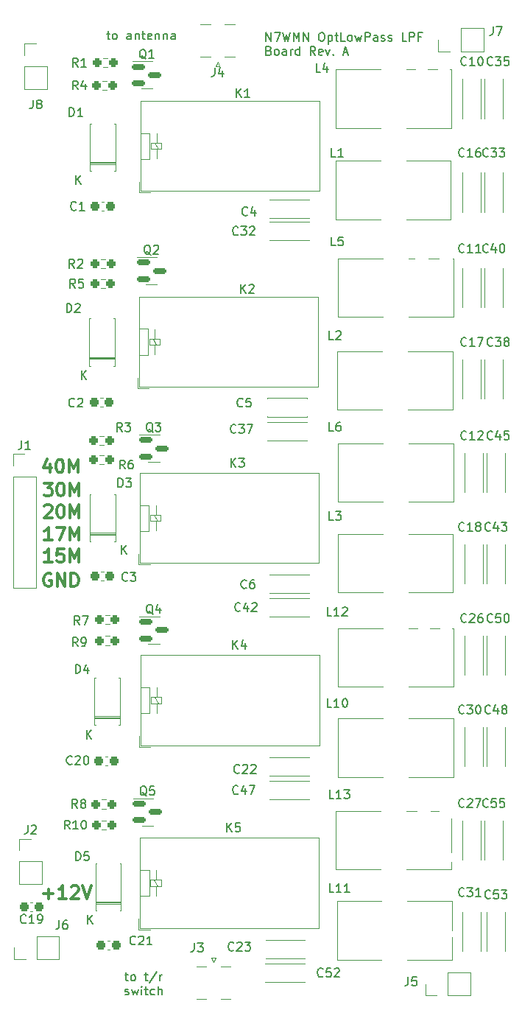
<source format=gto>
G04 #@! TF.GenerationSoftware,KiCad,Pcbnew,7.0.10*
G04 #@! TF.CreationDate,2024-03-26T16:12:50-07:00*
G04 #@! TF.ProjectId,optLowPass,6f70744c-6f77-4506-9173-732e6b696361,rev?*
G04 #@! TF.SameCoordinates,Original*
G04 #@! TF.FileFunction,Legend,Top*
G04 #@! TF.FilePolarity,Positive*
%FSLAX46Y46*%
G04 Gerber Fmt 4.6, Leading zero omitted, Abs format (unit mm)*
G04 Created by KiCad (PCBNEW 7.0.10) date 2024-03-26 16:12:50*
%MOMM*%
%LPD*%
G01*
G04 APERTURE LIST*
G04 Aperture macros list*
%AMRoundRect*
0 Rectangle with rounded corners*
0 $1 Rounding radius*
0 $2 $3 $4 $5 $6 $7 $8 $9 X,Y pos of 4 corners*
0 Add a 4 corners polygon primitive as box body*
4,1,4,$2,$3,$4,$5,$6,$7,$8,$9,$2,$3,0*
0 Add four circle primitives for the rounded corners*
1,1,$1+$1,$2,$3*
1,1,$1+$1,$4,$5*
1,1,$1+$1,$6,$7*
1,1,$1+$1,$8,$9*
0 Add four rect primitives between the rounded corners*
20,1,$1+$1,$2,$3,$4,$5,0*
20,1,$1+$1,$4,$5,$6,$7,0*
20,1,$1+$1,$6,$7,$8,$9,0*
20,1,$1+$1,$8,$9,$2,$3,0*%
G04 Aperture macros list end*
%ADD10C,0.150000*%
%ADD11C,0.300000*%
%ADD12C,0.120000*%
%ADD13C,1.600000*%
%ADD14R,2.200000X2.200000*%
%ADD15O,2.200000X2.200000*%
%ADD16RoundRect,0.150000X-0.587500X-0.150000X0.587500X-0.150000X0.587500X0.150000X-0.587500X0.150000X0*%
%ADD17RoundRect,0.237500X0.250000X0.237500X-0.250000X0.237500X-0.250000X-0.237500X0.250000X-0.237500X0*%
%ADD18R,1.700000X1.700000*%
%ADD19O,1.700000X1.700000*%
%ADD20R,1.400000X1.400000*%
%ADD21C,1.400000*%
%ADD22C,2.600000*%
%ADD23RoundRect,0.237500X0.300000X0.237500X-0.300000X0.237500X-0.300000X-0.237500X0.300000X-0.237500X0*%
%ADD24R,1.270000X3.600000*%
%ADD25R,1.350000X4.200000*%
G04 APERTURE END LIST*
D10*
X90847999Y-41536152D02*
X91228951Y-41536152D01*
X90990856Y-41202819D02*
X90990856Y-42059961D01*
X90990856Y-42059961D02*
X91038475Y-42155200D01*
X91038475Y-42155200D02*
X91133713Y-42202819D01*
X91133713Y-42202819D02*
X91228951Y-42202819D01*
X91705142Y-42202819D02*
X91609904Y-42155200D01*
X91609904Y-42155200D02*
X91562285Y-42107580D01*
X91562285Y-42107580D02*
X91514666Y-42012342D01*
X91514666Y-42012342D02*
X91514666Y-41726628D01*
X91514666Y-41726628D02*
X91562285Y-41631390D01*
X91562285Y-41631390D02*
X91609904Y-41583771D01*
X91609904Y-41583771D02*
X91705142Y-41536152D01*
X91705142Y-41536152D02*
X91847999Y-41536152D01*
X91847999Y-41536152D02*
X91943237Y-41583771D01*
X91943237Y-41583771D02*
X91990856Y-41631390D01*
X91990856Y-41631390D02*
X92038475Y-41726628D01*
X92038475Y-41726628D02*
X92038475Y-42012342D01*
X92038475Y-42012342D02*
X91990856Y-42107580D01*
X91990856Y-42107580D02*
X91943237Y-42155200D01*
X91943237Y-42155200D02*
X91847999Y-42202819D01*
X91847999Y-42202819D02*
X91705142Y-42202819D01*
X93657523Y-42202819D02*
X93657523Y-41679009D01*
X93657523Y-41679009D02*
X93609904Y-41583771D01*
X93609904Y-41583771D02*
X93514666Y-41536152D01*
X93514666Y-41536152D02*
X93324190Y-41536152D01*
X93324190Y-41536152D02*
X93228952Y-41583771D01*
X93657523Y-42155200D02*
X93562285Y-42202819D01*
X93562285Y-42202819D02*
X93324190Y-42202819D01*
X93324190Y-42202819D02*
X93228952Y-42155200D01*
X93228952Y-42155200D02*
X93181333Y-42059961D01*
X93181333Y-42059961D02*
X93181333Y-41964723D01*
X93181333Y-41964723D02*
X93228952Y-41869485D01*
X93228952Y-41869485D02*
X93324190Y-41821866D01*
X93324190Y-41821866D02*
X93562285Y-41821866D01*
X93562285Y-41821866D02*
X93657523Y-41774247D01*
X94133714Y-41536152D02*
X94133714Y-42202819D01*
X94133714Y-41631390D02*
X94181333Y-41583771D01*
X94181333Y-41583771D02*
X94276571Y-41536152D01*
X94276571Y-41536152D02*
X94419428Y-41536152D01*
X94419428Y-41536152D02*
X94514666Y-41583771D01*
X94514666Y-41583771D02*
X94562285Y-41679009D01*
X94562285Y-41679009D02*
X94562285Y-42202819D01*
X94895619Y-41536152D02*
X95276571Y-41536152D01*
X95038476Y-41202819D02*
X95038476Y-42059961D01*
X95038476Y-42059961D02*
X95086095Y-42155200D01*
X95086095Y-42155200D02*
X95181333Y-42202819D01*
X95181333Y-42202819D02*
X95276571Y-42202819D01*
X95990857Y-42155200D02*
X95895619Y-42202819D01*
X95895619Y-42202819D02*
X95705143Y-42202819D01*
X95705143Y-42202819D02*
X95609905Y-42155200D01*
X95609905Y-42155200D02*
X95562286Y-42059961D01*
X95562286Y-42059961D02*
X95562286Y-41679009D01*
X95562286Y-41679009D02*
X95609905Y-41583771D01*
X95609905Y-41583771D02*
X95705143Y-41536152D01*
X95705143Y-41536152D02*
X95895619Y-41536152D01*
X95895619Y-41536152D02*
X95990857Y-41583771D01*
X95990857Y-41583771D02*
X96038476Y-41679009D01*
X96038476Y-41679009D02*
X96038476Y-41774247D01*
X96038476Y-41774247D02*
X95562286Y-41869485D01*
X96467048Y-41536152D02*
X96467048Y-42202819D01*
X96467048Y-41631390D02*
X96514667Y-41583771D01*
X96514667Y-41583771D02*
X96609905Y-41536152D01*
X96609905Y-41536152D02*
X96752762Y-41536152D01*
X96752762Y-41536152D02*
X96848000Y-41583771D01*
X96848000Y-41583771D02*
X96895619Y-41679009D01*
X96895619Y-41679009D02*
X96895619Y-42202819D01*
X97371810Y-41536152D02*
X97371810Y-42202819D01*
X97371810Y-41631390D02*
X97419429Y-41583771D01*
X97419429Y-41583771D02*
X97514667Y-41536152D01*
X97514667Y-41536152D02*
X97657524Y-41536152D01*
X97657524Y-41536152D02*
X97752762Y-41583771D01*
X97752762Y-41583771D02*
X97800381Y-41679009D01*
X97800381Y-41679009D02*
X97800381Y-42202819D01*
X98705143Y-42202819D02*
X98705143Y-41679009D01*
X98705143Y-41679009D02*
X98657524Y-41583771D01*
X98657524Y-41583771D02*
X98562286Y-41536152D01*
X98562286Y-41536152D02*
X98371810Y-41536152D01*
X98371810Y-41536152D02*
X98276572Y-41583771D01*
X98705143Y-42155200D02*
X98609905Y-42202819D01*
X98609905Y-42202819D02*
X98371810Y-42202819D01*
X98371810Y-42202819D02*
X98276572Y-42155200D01*
X98276572Y-42155200D02*
X98228953Y-42059961D01*
X98228953Y-42059961D02*
X98228953Y-41964723D01*
X98228953Y-41964723D02*
X98276572Y-41869485D01*
X98276572Y-41869485D02*
X98371810Y-41821866D01*
X98371810Y-41821866D02*
X98609905Y-41821866D01*
X98609905Y-41821866D02*
X98705143Y-41774247D01*
D11*
X83700000Y-95821185D02*
X83771428Y-95749757D01*
X83771428Y-95749757D02*
X83914286Y-95678328D01*
X83914286Y-95678328D02*
X84271428Y-95678328D01*
X84271428Y-95678328D02*
X84414286Y-95749757D01*
X84414286Y-95749757D02*
X84485714Y-95821185D01*
X84485714Y-95821185D02*
X84557143Y-95964042D01*
X84557143Y-95964042D02*
X84557143Y-96106900D01*
X84557143Y-96106900D02*
X84485714Y-96321185D01*
X84485714Y-96321185D02*
X83628571Y-97178328D01*
X83628571Y-97178328D02*
X84557143Y-97178328D01*
X85485714Y-95678328D02*
X85628571Y-95678328D01*
X85628571Y-95678328D02*
X85771428Y-95749757D01*
X85771428Y-95749757D02*
X85842857Y-95821185D01*
X85842857Y-95821185D02*
X85914285Y-95964042D01*
X85914285Y-95964042D02*
X85985714Y-96249757D01*
X85985714Y-96249757D02*
X85985714Y-96606900D01*
X85985714Y-96606900D02*
X85914285Y-96892614D01*
X85914285Y-96892614D02*
X85842857Y-97035471D01*
X85842857Y-97035471D02*
X85771428Y-97106900D01*
X85771428Y-97106900D02*
X85628571Y-97178328D01*
X85628571Y-97178328D02*
X85485714Y-97178328D01*
X85485714Y-97178328D02*
X85342857Y-97106900D01*
X85342857Y-97106900D02*
X85271428Y-97035471D01*
X85271428Y-97035471D02*
X85199999Y-96892614D01*
X85199999Y-96892614D02*
X85128571Y-96606900D01*
X85128571Y-96606900D02*
X85128571Y-96249757D01*
X85128571Y-96249757D02*
X85199999Y-95964042D01*
X85199999Y-95964042D02*
X85271428Y-95821185D01*
X85271428Y-95821185D02*
X85342857Y-95749757D01*
X85342857Y-95749757D02*
X85485714Y-95678328D01*
X86628570Y-97178328D02*
X86628570Y-95678328D01*
X86628570Y-95678328D02*
X87128570Y-96749757D01*
X87128570Y-96749757D02*
X87628570Y-95678328D01*
X87628570Y-95678328D02*
X87628570Y-97178328D01*
X84557143Y-99778328D02*
X83700000Y-99778328D01*
X84128571Y-99778328D02*
X84128571Y-98278328D01*
X84128571Y-98278328D02*
X83985714Y-98492614D01*
X83985714Y-98492614D02*
X83842857Y-98635471D01*
X83842857Y-98635471D02*
X83700000Y-98706900D01*
X85057142Y-98278328D02*
X86057142Y-98278328D01*
X86057142Y-98278328D02*
X85414285Y-99778328D01*
X86628570Y-99778328D02*
X86628570Y-98278328D01*
X86628570Y-98278328D02*
X87128570Y-99349757D01*
X87128570Y-99349757D02*
X87628570Y-98278328D01*
X87628570Y-98278328D02*
X87628570Y-99778328D01*
X84457143Y-103649757D02*
X84314286Y-103578328D01*
X84314286Y-103578328D02*
X84100000Y-103578328D01*
X84100000Y-103578328D02*
X83885714Y-103649757D01*
X83885714Y-103649757D02*
X83742857Y-103792614D01*
X83742857Y-103792614D02*
X83671428Y-103935471D01*
X83671428Y-103935471D02*
X83600000Y-104221185D01*
X83600000Y-104221185D02*
X83600000Y-104435471D01*
X83600000Y-104435471D02*
X83671428Y-104721185D01*
X83671428Y-104721185D02*
X83742857Y-104864042D01*
X83742857Y-104864042D02*
X83885714Y-105006900D01*
X83885714Y-105006900D02*
X84100000Y-105078328D01*
X84100000Y-105078328D02*
X84242857Y-105078328D01*
X84242857Y-105078328D02*
X84457143Y-105006900D01*
X84457143Y-105006900D02*
X84528571Y-104935471D01*
X84528571Y-104935471D02*
X84528571Y-104435471D01*
X84528571Y-104435471D02*
X84242857Y-104435471D01*
X85171428Y-105078328D02*
X85171428Y-103578328D01*
X85171428Y-103578328D02*
X86028571Y-105078328D01*
X86028571Y-105078328D02*
X86028571Y-103578328D01*
X86742857Y-105078328D02*
X86742857Y-103578328D01*
X86742857Y-103578328D02*
X87100000Y-103578328D01*
X87100000Y-103578328D02*
X87314286Y-103649757D01*
X87314286Y-103649757D02*
X87457143Y-103792614D01*
X87457143Y-103792614D02*
X87528572Y-103935471D01*
X87528572Y-103935471D02*
X87600000Y-104221185D01*
X87600000Y-104221185D02*
X87600000Y-104435471D01*
X87600000Y-104435471D02*
X87528572Y-104721185D01*
X87528572Y-104721185D02*
X87457143Y-104864042D01*
X87457143Y-104864042D02*
X87314286Y-105006900D01*
X87314286Y-105006900D02*
X87100000Y-105078328D01*
X87100000Y-105078328D02*
X86742857Y-105078328D01*
D10*
X109186779Y-42399819D02*
X109186779Y-41399819D01*
X109186779Y-41399819D02*
X109758207Y-42399819D01*
X109758207Y-42399819D02*
X109758207Y-41399819D01*
X110139160Y-41399819D02*
X110805826Y-41399819D01*
X110805826Y-41399819D02*
X110377255Y-42399819D01*
X111091541Y-41399819D02*
X111329636Y-42399819D01*
X111329636Y-42399819D02*
X111520112Y-41685533D01*
X111520112Y-41685533D02*
X111710588Y-42399819D01*
X111710588Y-42399819D02*
X111948684Y-41399819D01*
X112329636Y-42399819D02*
X112329636Y-41399819D01*
X112329636Y-41399819D02*
X112662969Y-42114104D01*
X112662969Y-42114104D02*
X112996302Y-41399819D01*
X112996302Y-41399819D02*
X112996302Y-42399819D01*
X113472493Y-42399819D02*
X113472493Y-41399819D01*
X113472493Y-41399819D02*
X114043921Y-42399819D01*
X114043921Y-42399819D02*
X114043921Y-41399819D01*
X115472493Y-41399819D02*
X115662969Y-41399819D01*
X115662969Y-41399819D02*
X115758207Y-41447438D01*
X115758207Y-41447438D02*
X115853445Y-41542676D01*
X115853445Y-41542676D02*
X115901064Y-41733152D01*
X115901064Y-41733152D02*
X115901064Y-42066485D01*
X115901064Y-42066485D02*
X115853445Y-42256961D01*
X115853445Y-42256961D02*
X115758207Y-42352200D01*
X115758207Y-42352200D02*
X115662969Y-42399819D01*
X115662969Y-42399819D02*
X115472493Y-42399819D01*
X115472493Y-42399819D02*
X115377255Y-42352200D01*
X115377255Y-42352200D02*
X115282017Y-42256961D01*
X115282017Y-42256961D02*
X115234398Y-42066485D01*
X115234398Y-42066485D02*
X115234398Y-41733152D01*
X115234398Y-41733152D02*
X115282017Y-41542676D01*
X115282017Y-41542676D02*
X115377255Y-41447438D01*
X115377255Y-41447438D02*
X115472493Y-41399819D01*
X116329636Y-41733152D02*
X116329636Y-42733152D01*
X116329636Y-41780771D02*
X116424874Y-41733152D01*
X116424874Y-41733152D02*
X116615350Y-41733152D01*
X116615350Y-41733152D02*
X116710588Y-41780771D01*
X116710588Y-41780771D02*
X116758207Y-41828390D01*
X116758207Y-41828390D02*
X116805826Y-41923628D01*
X116805826Y-41923628D02*
X116805826Y-42209342D01*
X116805826Y-42209342D02*
X116758207Y-42304580D01*
X116758207Y-42304580D02*
X116710588Y-42352200D01*
X116710588Y-42352200D02*
X116615350Y-42399819D01*
X116615350Y-42399819D02*
X116424874Y-42399819D01*
X116424874Y-42399819D02*
X116329636Y-42352200D01*
X117091541Y-41733152D02*
X117472493Y-41733152D01*
X117234398Y-41399819D02*
X117234398Y-42256961D01*
X117234398Y-42256961D02*
X117282017Y-42352200D01*
X117282017Y-42352200D02*
X117377255Y-42399819D01*
X117377255Y-42399819D02*
X117472493Y-42399819D01*
X118282017Y-42399819D02*
X117805827Y-42399819D01*
X117805827Y-42399819D02*
X117805827Y-41399819D01*
X118758208Y-42399819D02*
X118662970Y-42352200D01*
X118662970Y-42352200D02*
X118615351Y-42304580D01*
X118615351Y-42304580D02*
X118567732Y-42209342D01*
X118567732Y-42209342D02*
X118567732Y-41923628D01*
X118567732Y-41923628D02*
X118615351Y-41828390D01*
X118615351Y-41828390D02*
X118662970Y-41780771D01*
X118662970Y-41780771D02*
X118758208Y-41733152D01*
X118758208Y-41733152D02*
X118901065Y-41733152D01*
X118901065Y-41733152D02*
X118996303Y-41780771D01*
X118996303Y-41780771D02*
X119043922Y-41828390D01*
X119043922Y-41828390D02*
X119091541Y-41923628D01*
X119091541Y-41923628D02*
X119091541Y-42209342D01*
X119091541Y-42209342D02*
X119043922Y-42304580D01*
X119043922Y-42304580D02*
X118996303Y-42352200D01*
X118996303Y-42352200D02*
X118901065Y-42399819D01*
X118901065Y-42399819D02*
X118758208Y-42399819D01*
X119424875Y-41733152D02*
X119615351Y-42399819D01*
X119615351Y-42399819D02*
X119805827Y-41923628D01*
X119805827Y-41923628D02*
X119996303Y-42399819D01*
X119996303Y-42399819D02*
X120186779Y-41733152D01*
X120567732Y-42399819D02*
X120567732Y-41399819D01*
X120567732Y-41399819D02*
X120948684Y-41399819D01*
X120948684Y-41399819D02*
X121043922Y-41447438D01*
X121043922Y-41447438D02*
X121091541Y-41495057D01*
X121091541Y-41495057D02*
X121139160Y-41590295D01*
X121139160Y-41590295D02*
X121139160Y-41733152D01*
X121139160Y-41733152D02*
X121091541Y-41828390D01*
X121091541Y-41828390D02*
X121043922Y-41876009D01*
X121043922Y-41876009D02*
X120948684Y-41923628D01*
X120948684Y-41923628D02*
X120567732Y-41923628D01*
X121996303Y-42399819D02*
X121996303Y-41876009D01*
X121996303Y-41876009D02*
X121948684Y-41780771D01*
X121948684Y-41780771D02*
X121853446Y-41733152D01*
X121853446Y-41733152D02*
X121662970Y-41733152D01*
X121662970Y-41733152D02*
X121567732Y-41780771D01*
X121996303Y-42352200D02*
X121901065Y-42399819D01*
X121901065Y-42399819D02*
X121662970Y-42399819D01*
X121662970Y-42399819D02*
X121567732Y-42352200D01*
X121567732Y-42352200D02*
X121520113Y-42256961D01*
X121520113Y-42256961D02*
X121520113Y-42161723D01*
X121520113Y-42161723D02*
X121567732Y-42066485D01*
X121567732Y-42066485D02*
X121662970Y-42018866D01*
X121662970Y-42018866D02*
X121901065Y-42018866D01*
X121901065Y-42018866D02*
X121996303Y-41971247D01*
X122424875Y-42352200D02*
X122520113Y-42399819D01*
X122520113Y-42399819D02*
X122710589Y-42399819D01*
X122710589Y-42399819D02*
X122805827Y-42352200D01*
X122805827Y-42352200D02*
X122853446Y-42256961D01*
X122853446Y-42256961D02*
X122853446Y-42209342D01*
X122853446Y-42209342D02*
X122805827Y-42114104D01*
X122805827Y-42114104D02*
X122710589Y-42066485D01*
X122710589Y-42066485D02*
X122567732Y-42066485D01*
X122567732Y-42066485D02*
X122472494Y-42018866D01*
X122472494Y-42018866D02*
X122424875Y-41923628D01*
X122424875Y-41923628D02*
X122424875Y-41876009D01*
X122424875Y-41876009D02*
X122472494Y-41780771D01*
X122472494Y-41780771D02*
X122567732Y-41733152D01*
X122567732Y-41733152D02*
X122710589Y-41733152D01*
X122710589Y-41733152D02*
X122805827Y-41780771D01*
X123234399Y-42352200D02*
X123329637Y-42399819D01*
X123329637Y-42399819D02*
X123520113Y-42399819D01*
X123520113Y-42399819D02*
X123615351Y-42352200D01*
X123615351Y-42352200D02*
X123662970Y-42256961D01*
X123662970Y-42256961D02*
X123662970Y-42209342D01*
X123662970Y-42209342D02*
X123615351Y-42114104D01*
X123615351Y-42114104D02*
X123520113Y-42066485D01*
X123520113Y-42066485D02*
X123377256Y-42066485D01*
X123377256Y-42066485D02*
X123282018Y-42018866D01*
X123282018Y-42018866D02*
X123234399Y-41923628D01*
X123234399Y-41923628D02*
X123234399Y-41876009D01*
X123234399Y-41876009D02*
X123282018Y-41780771D01*
X123282018Y-41780771D02*
X123377256Y-41733152D01*
X123377256Y-41733152D02*
X123520113Y-41733152D01*
X123520113Y-41733152D02*
X123615351Y-41780771D01*
X125329637Y-42399819D02*
X124853447Y-42399819D01*
X124853447Y-42399819D02*
X124853447Y-41399819D01*
X125662971Y-42399819D02*
X125662971Y-41399819D01*
X125662971Y-41399819D02*
X126043923Y-41399819D01*
X126043923Y-41399819D02*
X126139161Y-41447438D01*
X126139161Y-41447438D02*
X126186780Y-41495057D01*
X126186780Y-41495057D02*
X126234399Y-41590295D01*
X126234399Y-41590295D02*
X126234399Y-41733152D01*
X126234399Y-41733152D02*
X126186780Y-41828390D01*
X126186780Y-41828390D02*
X126139161Y-41876009D01*
X126139161Y-41876009D02*
X126043923Y-41923628D01*
X126043923Y-41923628D02*
X125662971Y-41923628D01*
X126996304Y-41876009D02*
X126662971Y-41876009D01*
X126662971Y-42399819D02*
X126662971Y-41399819D01*
X126662971Y-41399819D02*
X127139161Y-41399819D01*
X109520112Y-43486009D02*
X109662969Y-43533628D01*
X109662969Y-43533628D02*
X109710588Y-43581247D01*
X109710588Y-43581247D02*
X109758207Y-43676485D01*
X109758207Y-43676485D02*
X109758207Y-43819342D01*
X109758207Y-43819342D02*
X109710588Y-43914580D01*
X109710588Y-43914580D02*
X109662969Y-43962200D01*
X109662969Y-43962200D02*
X109567731Y-44009819D01*
X109567731Y-44009819D02*
X109186779Y-44009819D01*
X109186779Y-44009819D02*
X109186779Y-43009819D01*
X109186779Y-43009819D02*
X109520112Y-43009819D01*
X109520112Y-43009819D02*
X109615350Y-43057438D01*
X109615350Y-43057438D02*
X109662969Y-43105057D01*
X109662969Y-43105057D02*
X109710588Y-43200295D01*
X109710588Y-43200295D02*
X109710588Y-43295533D01*
X109710588Y-43295533D02*
X109662969Y-43390771D01*
X109662969Y-43390771D02*
X109615350Y-43438390D01*
X109615350Y-43438390D02*
X109520112Y-43486009D01*
X109520112Y-43486009D02*
X109186779Y-43486009D01*
X110329636Y-44009819D02*
X110234398Y-43962200D01*
X110234398Y-43962200D02*
X110186779Y-43914580D01*
X110186779Y-43914580D02*
X110139160Y-43819342D01*
X110139160Y-43819342D02*
X110139160Y-43533628D01*
X110139160Y-43533628D02*
X110186779Y-43438390D01*
X110186779Y-43438390D02*
X110234398Y-43390771D01*
X110234398Y-43390771D02*
X110329636Y-43343152D01*
X110329636Y-43343152D02*
X110472493Y-43343152D01*
X110472493Y-43343152D02*
X110567731Y-43390771D01*
X110567731Y-43390771D02*
X110615350Y-43438390D01*
X110615350Y-43438390D02*
X110662969Y-43533628D01*
X110662969Y-43533628D02*
X110662969Y-43819342D01*
X110662969Y-43819342D02*
X110615350Y-43914580D01*
X110615350Y-43914580D02*
X110567731Y-43962200D01*
X110567731Y-43962200D02*
X110472493Y-44009819D01*
X110472493Y-44009819D02*
X110329636Y-44009819D01*
X111520112Y-44009819D02*
X111520112Y-43486009D01*
X111520112Y-43486009D02*
X111472493Y-43390771D01*
X111472493Y-43390771D02*
X111377255Y-43343152D01*
X111377255Y-43343152D02*
X111186779Y-43343152D01*
X111186779Y-43343152D02*
X111091541Y-43390771D01*
X111520112Y-43962200D02*
X111424874Y-44009819D01*
X111424874Y-44009819D02*
X111186779Y-44009819D01*
X111186779Y-44009819D02*
X111091541Y-43962200D01*
X111091541Y-43962200D02*
X111043922Y-43866961D01*
X111043922Y-43866961D02*
X111043922Y-43771723D01*
X111043922Y-43771723D02*
X111091541Y-43676485D01*
X111091541Y-43676485D02*
X111186779Y-43628866D01*
X111186779Y-43628866D02*
X111424874Y-43628866D01*
X111424874Y-43628866D02*
X111520112Y-43581247D01*
X111996303Y-44009819D02*
X111996303Y-43343152D01*
X111996303Y-43533628D02*
X112043922Y-43438390D01*
X112043922Y-43438390D02*
X112091541Y-43390771D01*
X112091541Y-43390771D02*
X112186779Y-43343152D01*
X112186779Y-43343152D02*
X112282017Y-43343152D01*
X113043922Y-44009819D02*
X113043922Y-43009819D01*
X113043922Y-43962200D02*
X112948684Y-44009819D01*
X112948684Y-44009819D02*
X112758208Y-44009819D01*
X112758208Y-44009819D02*
X112662970Y-43962200D01*
X112662970Y-43962200D02*
X112615351Y-43914580D01*
X112615351Y-43914580D02*
X112567732Y-43819342D01*
X112567732Y-43819342D02*
X112567732Y-43533628D01*
X112567732Y-43533628D02*
X112615351Y-43438390D01*
X112615351Y-43438390D02*
X112662970Y-43390771D01*
X112662970Y-43390771D02*
X112758208Y-43343152D01*
X112758208Y-43343152D02*
X112948684Y-43343152D01*
X112948684Y-43343152D02*
X113043922Y-43390771D01*
X114853446Y-44009819D02*
X114520113Y-43533628D01*
X114282018Y-44009819D02*
X114282018Y-43009819D01*
X114282018Y-43009819D02*
X114662970Y-43009819D01*
X114662970Y-43009819D02*
X114758208Y-43057438D01*
X114758208Y-43057438D02*
X114805827Y-43105057D01*
X114805827Y-43105057D02*
X114853446Y-43200295D01*
X114853446Y-43200295D02*
X114853446Y-43343152D01*
X114853446Y-43343152D02*
X114805827Y-43438390D01*
X114805827Y-43438390D02*
X114758208Y-43486009D01*
X114758208Y-43486009D02*
X114662970Y-43533628D01*
X114662970Y-43533628D02*
X114282018Y-43533628D01*
X115662970Y-43962200D02*
X115567732Y-44009819D01*
X115567732Y-44009819D02*
X115377256Y-44009819D01*
X115377256Y-44009819D02*
X115282018Y-43962200D01*
X115282018Y-43962200D02*
X115234399Y-43866961D01*
X115234399Y-43866961D02*
X115234399Y-43486009D01*
X115234399Y-43486009D02*
X115282018Y-43390771D01*
X115282018Y-43390771D02*
X115377256Y-43343152D01*
X115377256Y-43343152D02*
X115567732Y-43343152D01*
X115567732Y-43343152D02*
X115662970Y-43390771D01*
X115662970Y-43390771D02*
X115710589Y-43486009D01*
X115710589Y-43486009D02*
X115710589Y-43581247D01*
X115710589Y-43581247D02*
X115234399Y-43676485D01*
X116043923Y-43343152D02*
X116282018Y-44009819D01*
X116282018Y-44009819D02*
X116520113Y-43343152D01*
X116901066Y-43914580D02*
X116948685Y-43962200D01*
X116948685Y-43962200D02*
X116901066Y-44009819D01*
X116901066Y-44009819D02*
X116853447Y-43962200D01*
X116853447Y-43962200D02*
X116901066Y-43914580D01*
X116901066Y-43914580D02*
X116901066Y-44009819D01*
X118091542Y-43724104D02*
X118567732Y-43724104D01*
X117996304Y-44009819D02*
X118329637Y-43009819D01*
X118329637Y-43009819D02*
X118662970Y-44009819D01*
D11*
X84314286Y-90978328D02*
X84314286Y-91978328D01*
X83957143Y-90406900D02*
X83600000Y-91478328D01*
X83600000Y-91478328D02*
X84528571Y-91478328D01*
X85385714Y-90478328D02*
X85528571Y-90478328D01*
X85528571Y-90478328D02*
X85671428Y-90549757D01*
X85671428Y-90549757D02*
X85742857Y-90621185D01*
X85742857Y-90621185D02*
X85814285Y-90764042D01*
X85814285Y-90764042D02*
X85885714Y-91049757D01*
X85885714Y-91049757D02*
X85885714Y-91406900D01*
X85885714Y-91406900D02*
X85814285Y-91692614D01*
X85814285Y-91692614D02*
X85742857Y-91835471D01*
X85742857Y-91835471D02*
X85671428Y-91906900D01*
X85671428Y-91906900D02*
X85528571Y-91978328D01*
X85528571Y-91978328D02*
X85385714Y-91978328D01*
X85385714Y-91978328D02*
X85242857Y-91906900D01*
X85242857Y-91906900D02*
X85171428Y-91835471D01*
X85171428Y-91835471D02*
X85099999Y-91692614D01*
X85099999Y-91692614D02*
X85028571Y-91406900D01*
X85028571Y-91406900D02*
X85028571Y-91049757D01*
X85028571Y-91049757D02*
X85099999Y-90764042D01*
X85099999Y-90764042D02*
X85171428Y-90621185D01*
X85171428Y-90621185D02*
X85242857Y-90549757D01*
X85242857Y-90549757D02*
X85385714Y-90478328D01*
X86528570Y-91978328D02*
X86528570Y-90478328D01*
X86528570Y-90478328D02*
X87028570Y-91549757D01*
X87028570Y-91549757D02*
X87528570Y-90478328D01*
X87528570Y-90478328D02*
X87528570Y-91978328D01*
X83569143Y-140406900D02*
X84712001Y-140406900D01*
X84140572Y-140978328D02*
X84140572Y-139835471D01*
X86212001Y-140978328D02*
X85354858Y-140978328D01*
X85783429Y-140978328D02*
X85783429Y-139478328D01*
X85783429Y-139478328D02*
X85640572Y-139692614D01*
X85640572Y-139692614D02*
X85497715Y-139835471D01*
X85497715Y-139835471D02*
X85354858Y-139906900D01*
X86783429Y-139621185D02*
X86854857Y-139549757D01*
X86854857Y-139549757D02*
X86997715Y-139478328D01*
X86997715Y-139478328D02*
X87354857Y-139478328D01*
X87354857Y-139478328D02*
X87497715Y-139549757D01*
X87497715Y-139549757D02*
X87569143Y-139621185D01*
X87569143Y-139621185D02*
X87640572Y-139764042D01*
X87640572Y-139764042D02*
X87640572Y-139906900D01*
X87640572Y-139906900D02*
X87569143Y-140121185D01*
X87569143Y-140121185D02*
X86712000Y-140978328D01*
X86712000Y-140978328D02*
X87640572Y-140978328D01*
X88069143Y-139478328D02*
X88569143Y-140978328D01*
X88569143Y-140978328D02*
X89069143Y-139478328D01*
X84557143Y-102278328D02*
X83700000Y-102278328D01*
X84128571Y-102278328D02*
X84128571Y-100778328D01*
X84128571Y-100778328D02*
X83985714Y-100992614D01*
X83985714Y-100992614D02*
X83842857Y-101135471D01*
X83842857Y-101135471D02*
X83700000Y-101206900D01*
X85914285Y-100778328D02*
X85199999Y-100778328D01*
X85199999Y-100778328D02*
X85128571Y-101492614D01*
X85128571Y-101492614D02*
X85199999Y-101421185D01*
X85199999Y-101421185D02*
X85342857Y-101349757D01*
X85342857Y-101349757D02*
X85699999Y-101349757D01*
X85699999Y-101349757D02*
X85842857Y-101421185D01*
X85842857Y-101421185D02*
X85914285Y-101492614D01*
X85914285Y-101492614D02*
X85985714Y-101635471D01*
X85985714Y-101635471D02*
X85985714Y-101992614D01*
X85985714Y-101992614D02*
X85914285Y-102135471D01*
X85914285Y-102135471D02*
X85842857Y-102206900D01*
X85842857Y-102206900D02*
X85699999Y-102278328D01*
X85699999Y-102278328D02*
X85342857Y-102278328D01*
X85342857Y-102278328D02*
X85199999Y-102206900D01*
X85199999Y-102206900D02*
X85128571Y-102135471D01*
X86628570Y-102278328D02*
X86628570Y-100778328D01*
X86628570Y-100778328D02*
X87128570Y-101849757D01*
X87128570Y-101849757D02*
X87628570Y-100778328D01*
X87628570Y-100778328D02*
X87628570Y-102278328D01*
D10*
X92957142Y-149733152D02*
X93338094Y-149733152D01*
X93099999Y-149399819D02*
X93099999Y-150256961D01*
X93099999Y-150256961D02*
X93147618Y-150352200D01*
X93147618Y-150352200D02*
X93242856Y-150399819D01*
X93242856Y-150399819D02*
X93338094Y-150399819D01*
X93814285Y-150399819D02*
X93719047Y-150352200D01*
X93719047Y-150352200D02*
X93671428Y-150304580D01*
X93671428Y-150304580D02*
X93623809Y-150209342D01*
X93623809Y-150209342D02*
X93623809Y-149923628D01*
X93623809Y-149923628D02*
X93671428Y-149828390D01*
X93671428Y-149828390D02*
X93719047Y-149780771D01*
X93719047Y-149780771D02*
X93814285Y-149733152D01*
X93814285Y-149733152D02*
X93957142Y-149733152D01*
X93957142Y-149733152D02*
X94052380Y-149780771D01*
X94052380Y-149780771D02*
X94099999Y-149828390D01*
X94099999Y-149828390D02*
X94147618Y-149923628D01*
X94147618Y-149923628D02*
X94147618Y-150209342D01*
X94147618Y-150209342D02*
X94099999Y-150304580D01*
X94099999Y-150304580D02*
X94052380Y-150352200D01*
X94052380Y-150352200D02*
X93957142Y-150399819D01*
X93957142Y-150399819D02*
X93814285Y-150399819D01*
X95195238Y-149733152D02*
X95576190Y-149733152D01*
X95338095Y-149399819D02*
X95338095Y-150256961D01*
X95338095Y-150256961D02*
X95385714Y-150352200D01*
X95385714Y-150352200D02*
X95480952Y-150399819D01*
X95480952Y-150399819D02*
X95576190Y-150399819D01*
X96623809Y-149352200D02*
X95766667Y-150637914D01*
X96957143Y-150399819D02*
X96957143Y-149733152D01*
X96957143Y-149923628D02*
X97004762Y-149828390D01*
X97004762Y-149828390D02*
X97052381Y-149780771D01*
X97052381Y-149780771D02*
X97147619Y-149733152D01*
X97147619Y-149733152D02*
X97242857Y-149733152D01*
X92957143Y-151962200D02*
X93052381Y-152009819D01*
X93052381Y-152009819D02*
X93242857Y-152009819D01*
X93242857Y-152009819D02*
X93338095Y-151962200D01*
X93338095Y-151962200D02*
X93385714Y-151866961D01*
X93385714Y-151866961D02*
X93385714Y-151819342D01*
X93385714Y-151819342D02*
X93338095Y-151724104D01*
X93338095Y-151724104D02*
X93242857Y-151676485D01*
X93242857Y-151676485D02*
X93100000Y-151676485D01*
X93100000Y-151676485D02*
X93004762Y-151628866D01*
X93004762Y-151628866D02*
X92957143Y-151533628D01*
X92957143Y-151533628D02*
X92957143Y-151486009D01*
X92957143Y-151486009D02*
X93004762Y-151390771D01*
X93004762Y-151390771D02*
X93100000Y-151343152D01*
X93100000Y-151343152D02*
X93242857Y-151343152D01*
X93242857Y-151343152D02*
X93338095Y-151390771D01*
X93719048Y-151343152D02*
X93909524Y-152009819D01*
X93909524Y-152009819D02*
X94100000Y-151533628D01*
X94100000Y-151533628D02*
X94290476Y-152009819D01*
X94290476Y-152009819D02*
X94480952Y-151343152D01*
X94861905Y-152009819D02*
X94861905Y-151343152D01*
X94861905Y-151009819D02*
X94814286Y-151057438D01*
X94814286Y-151057438D02*
X94861905Y-151105057D01*
X94861905Y-151105057D02*
X94909524Y-151057438D01*
X94909524Y-151057438D02*
X94861905Y-151009819D01*
X94861905Y-151009819D02*
X94861905Y-151105057D01*
X95195238Y-151343152D02*
X95576190Y-151343152D01*
X95338095Y-151009819D02*
X95338095Y-151866961D01*
X95338095Y-151866961D02*
X95385714Y-151962200D01*
X95385714Y-151962200D02*
X95480952Y-152009819D01*
X95480952Y-152009819D02*
X95576190Y-152009819D01*
X96338095Y-151962200D02*
X96242857Y-152009819D01*
X96242857Y-152009819D02*
X96052381Y-152009819D01*
X96052381Y-152009819D02*
X95957143Y-151962200D01*
X95957143Y-151962200D02*
X95909524Y-151914580D01*
X95909524Y-151914580D02*
X95861905Y-151819342D01*
X95861905Y-151819342D02*
X95861905Y-151533628D01*
X95861905Y-151533628D02*
X95909524Y-151438390D01*
X95909524Y-151438390D02*
X95957143Y-151390771D01*
X95957143Y-151390771D02*
X96052381Y-151343152D01*
X96052381Y-151343152D02*
X96242857Y-151343152D01*
X96242857Y-151343152D02*
X96338095Y-151390771D01*
X96766667Y-152009819D02*
X96766667Y-151009819D01*
X97195238Y-152009819D02*
X97195238Y-151486009D01*
X97195238Y-151486009D02*
X97147619Y-151390771D01*
X97147619Y-151390771D02*
X97052381Y-151343152D01*
X97052381Y-151343152D02*
X96909524Y-151343152D01*
X96909524Y-151343152D02*
X96814286Y-151390771D01*
X96814286Y-151390771D02*
X96766667Y-151438390D01*
D11*
X83628571Y-93178328D02*
X84557143Y-93178328D01*
X84557143Y-93178328D02*
X84057143Y-93749757D01*
X84057143Y-93749757D02*
X84271428Y-93749757D01*
X84271428Y-93749757D02*
X84414286Y-93821185D01*
X84414286Y-93821185D02*
X84485714Y-93892614D01*
X84485714Y-93892614D02*
X84557143Y-94035471D01*
X84557143Y-94035471D02*
X84557143Y-94392614D01*
X84557143Y-94392614D02*
X84485714Y-94535471D01*
X84485714Y-94535471D02*
X84414286Y-94606900D01*
X84414286Y-94606900D02*
X84271428Y-94678328D01*
X84271428Y-94678328D02*
X83842857Y-94678328D01*
X83842857Y-94678328D02*
X83700000Y-94606900D01*
X83700000Y-94606900D02*
X83628571Y-94535471D01*
X85485714Y-93178328D02*
X85628571Y-93178328D01*
X85628571Y-93178328D02*
X85771428Y-93249757D01*
X85771428Y-93249757D02*
X85842857Y-93321185D01*
X85842857Y-93321185D02*
X85914285Y-93464042D01*
X85914285Y-93464042D02*
X85985714Y-93749757D01*
X85985714Y-93749757D02*
X85985714Y-94106900D01*
X85985714Y-94106900D02*
X85914285Y-94392614D01*
X85914285Y-94392614D02*
X85842857Y-94535471D01*
X85842857Y-94535471D02*
X85771428Y-94606900D01*
X85771428Y-94606900D02*
X85628571Y-94678328D01*
X85628571Y-94678328D02*
X85485714Y-94678328D01*
X85485714Y-94678328D02*
X85342857Y-94606900D01*
X85342857Y-94606900D02*
X85271428Y-94535471D01*
X85271428Y-94535471D02*
X85199999Y-94392614D01*
X85199999Y-94392614D02*
X85128571Y-94106900D01*
X85128571Y-94106900D02*
X85128571Y-93749757D01*
X85128571Y-93749757D02*
X85199999Y-93464042D01*
X85199999Y-93464042D02*
X85271428Y-93321185D01*
X85271428Y-93321185D02*
X85342857Y-93249757D01*
X85342857Y-93249757D02*
X85485714Y-93178328D01*
X86628570Y-94678328D02*
X86628570Y-93178328D01*
X86628570Y-93178328D02*
X87128570Y-94249757D01*
X87128570Y-94249757D02*
X87628570Y-93178328D01*
X87628570Y-93178328D02*
X87628570Y-94678328D01*
D10*
X134707142Y-130359580D02*
X134659523Y-130407200D01*
X134659523Y-130407200D02*
X134516666Y-130454819D01*
X134516666Y-130454819D02*
X134421428Y-130454819D01*
X134421428Y-130454819D02*
X134278571Y-130407200D01*
X134278571Y-130407200D02*
X134183333Y-130311961D01*
X134183333Y-130311961D02*
X134135714Y-130216723D01*
X134135714Y-130216723D02*
X134088095Y-130026247D01*
X134088095Y-130026247D02*
X134088095Y-129883390D01*
X134088095Y-129883390D02*
X134135714Y-129692914D01*
X134135714Y-129692914D02*
X134183333Y-129597676D01*
X134183333Y-129597676D02*
X134278571Y-129502438D01*
X134278571Y-129502438D02*
X134421428Y-129454819D01*
X134421428Y-129454819D02*
X134516666Y-129454819D01*
X134516666Y-129454819D02*
X134659523Y-129502438D01*
X134659523Y-129502438D02*
X134707142Y-129550057D01*
X135611904Y-129454819D02*
X135135714Y-129454819D01*
X135135714Y-129454819D02*
X135088095Y-129931009D01*
X135088095Y-129931009D02*
X135135714Y-129883390D01*
X135135714Y-129883390D02*
X135230952Y-129835771D01*
X135230952Y-129835771D02*
X135469047Y-129835771D01*
X135469047Y-129835771D02*
X135564285Y-129883390D01*
X135564285Y-129883390D02*
X135611904Y-129931009D01*
X135611904Y-129931009D02*
X135659523Y-130026247D01*
X135659523Y-130026247D02*
X135659523Y-130264342D01*
X135659523Y-130264342D02*
X135611904Y-130359580D01*
X135611904Y-130359580D02*
X135564285Y-130407200D01*
X135564285Y-130407200D02*
X135469047Y-130454819D01*
X135469047Y-130454819D02*
X135230952Y-130454819D01*
X135230952Y-130454819D02*
X135135714Y-130407200D01*
X135135714Y-130407200D02*
X135088095Y-130359580D01*
X136564285Y-129454819D02*
X136088095Y-129454819D01*
X136088095Y-129454819D02*
X136040476Y-129931009D01*
X136040476Y-129931009D02*
X136088095Y-129883390D01*
X136088095Y-129883390D02*
X136183333Y-129835771D01*
X136183333Y-129835771D02*
X136421428Y-129835771D01*
X136421428Y-129835771D02*
X136516666Y-129883390D01*
X136516666Y-129883390D02*
X136564285Y-129931009D01*
X136564285Y-129931009D02*
X136611904Y-130026247D01*
X136611904Y-130026247D02*
X136611904Y-130264342D01*
X136611904Y-130264342D02*
X136564285Y-130359580D01*
X136564285Y-130359580D02*
X136516666Y-130407200D01*
X136516666Y-130407200D02*
X136421428Y-130454819D01*
X136421428Y-130454819D02*
X136183333Y-130454819D01*
X136183333Y-130454819D02*
X136088095Y-130407200D01*
X136088095Y-130407200D02*
X136040476Y-130359580D01*
X134957142Y-140859580D02*
X134909523Y-140907200D01*
X134909523Y-140907200D02*
X134766666Y-140954819D01*
X134766666Y-140954819D02*
X134671428Y-140954819D01*
X134671428Y-140954819D02*
X134528571Y-140907200D01*
X134528571Y-140907200D02*
X134433333Y-140811961D01*
X134433333Y-140811961D02*
X134385714Y-140716723D01*
X134385714Y-140716723D02*
X134338095Y-140526247D01*
X134338095Y-140526247D02*
X134338095Y-140383390D01*
X134338095Y-140383390D02*
X134385714Y-140192914D01*
X134385714Y-140192914D02*
X134433333Y-140097676D01*
X134433333Y-140097676D02*
X134528571Y-140002438D01*
X134528571Y-140002438D02*
X134671428Y-139954819D01*
X134671428Y-139954819D02*
X134766666Y-139954819D01*
X134766666Y-139954819D02*
X134909523Y-140002438D01*
X134909523Y-140002438D02*
X134957142Y-140050057D01*
X135861904Y-139954819D02*
X135385714Y-139954819D01*
X135385714Y-139954819D02*
X135338095Y-140431009D01*
X135338095Y-140431009D02*
X135385714Y-140383390D01*
X135385714Y-140383390D02*
X135480952Y-140335771D01*
X135480952Y-140335771D02*
X135719047Y-140335771D01*
X135719047Y-140335771D02*
X135814285Y-140383390D01*
X135814285Y-140383390D02*
X135861904Y-140431009D01*
X135861904Y-140431009D02*
X135909523Y-140526247D01*
X135909523Y-140526247D02*
X135909523Y-140764342D01*
X135909523Y-140764342D02*
X135861904Y-140859580D01*
X135861904Y-140859580D02*
X135814285Y-140907200D01*
X135814285Y-140907200D02*
X135719047Y-140954819D01*
X135719047Y-140954819D02*
X135480952Y-140954819D01*
X135480952Y-140954819D02*
X135385714Y-140907200D01*
X135385714Y-140907200D02*
X135338095Y-140859580D01*
X136242857Y-139954819D02*
X136861904Y-139954819D01*
X136861904Y-139954819D02*
X136528571Y-140335771D01*
X136528571Y-140335771D02*
X136671428Y-140335771D01*
X136671428Y-140335771D02*
X136766666Y-140383390D01*
X136766666Y-140383390D02*
X136814285Y-140431009D01*
X136814285Y-140431009D02*
X136861904Y-140526247D01*
X136861904Y-140526247D02*
X136861904Y-140764342D01*
X136861904Y-140764342D02*
X136814285Y-140859580D01*
X136814285Y-140859580D02*
X136766666Y-140907200D01*
X136766666Y-140907200D02*
X136671428Y-140954819D01*
X136671428Y-140954819D02*
X136385714Y-140954819D01*
X136385714Y-140954819D02*
X136290476Y-140907200D01*
X136290476Y-140907200D02*
X136242857Y-140859580D01*
X115707142Y-149859580D02*
X115659523Y-149907200D01*
X115659523Y-149907200D02*
X115516666Y-149954819D01*
X115516666Y-149954819D02*
X115421428Y-149954819D01*
X115421428Y-149954819D02*
X115278571Y-149907200D01*
X115278571Y-149907200D02*
X115183333Y-149811961D01*
X115183333Y-149811961D02*
X115135714Y-149716723D01*
X115135714Y-149716723D02*
X115088095Y-149526247D01*
X115088095Y-149526247D02*
X115088095Y-149383390D01*
X115088095Y-149383390D02*
X115135714Y-149192914D01*
X115135714Y-149192914D02*
X115183333Y-149097676D01*
X115183333Y-149097676D02*
X115278571Y-149002438D01*
X115278571Y-149002438D02*
X115421428Y-148954819D01*
X115421428Y-148954819D02*
X115516666Y-148954819D01*
X115516666Y-148954819D02*
X115659523Y-149002438D01*
X115659523Y-149002438D02*
X115707142Y-149050057D01*
X116611904Y-148954819D02*
X116135714Y-148954819D01*
X116135714Y-148954819D02*
X116088095Y-149431009D01*
X116088095Y-149431009D02*
X116135714Y-149383390D01*
X116135714Y-149383390D02*
X116230952Y-149335771D01*
X116230952Y-149335771D02*
X116469047Y-149335771D01*
X116469047Y-149335771D02*
X116564285Y-149383390D01*
X116564285Y-149383390D02*
X116611904Y-149431009D01*
X116611904Y-149431009D02*
X116659523Y-149526247D01*
X116659523Y-149526247D02*
X116659523Y-149764342D01*
X116659523Y-149764342D02*
X116611904Y-149859580D01*
X116611904Y-149859580D02*
X116564285Y-149907200D01*
X116564285Y-149907200D02*
X116469047Y-149954819D01*
X116469047Y-149954819D02*
X116230952Y-149954819D01*
X116230952Y-149954819D02*
X116135714Y-149907200D01*
X116135714Y-149907200D02*
X116088095Y-149859580D01*
X117040476Y-149050057D02*
X117088095Y-149002438D01*
X117088095Y-149002438D02*
X117183333Y-148954819D01*
X117183333Y-148954819D02*
X117421428Y-148954819D01*
X117421428Y-148954819D02*
X117516666Y-149002438D01*
X117516666Y-149002438D02*
X117564285Y-149050057D01*
X117564285Y-149050057D02*
X117611904Y-149145295D01*
X117611904Y-149145295D02*
X117611904Y-149240533D01*
X117611904Y-149240533D02*
X117564285Y-149383390D01*
X117564285Y-149383390D02*
X116992857Y-149954819D01*
X116992857Y-149954819D02*
X117611904Y-149954819D01*
X135207142Y-109109580D02*
X135159523Y-109157200D01*
X135159523Y-109157200D02*
X135016666Y-109204819D01*
X135016666Y-109204819D02*
X134921428Y-109204819D01*
X134921428Y-109204819D02*
X134778571Y-109157200D01*
X134778571Y-109157200D02*
X134683333Y-109061961D01*
X134683333Y-109061961D02*
X134635714Y-108966723D01*
X134635714Y-108966723D02*
X134588095Y-108776247D01*
X134588095Y-108776247D02*
X134588095Y-108633390D01*
X134588095Y-108633390D02*
X134635714Y-108442914D01*
X134635714Y-108442914D02*
X134683333Y-108347676D01*
X134683333Y-108347676D02*
X134778571Y-108252438D01*
X134778571Y-108252438D02*
X134921428Y-108204819D01*
X134921428Y-108204819D02*
X135016666Y-108204819D01*
X135016666Y-108204819D02*
X135159523Y-108252438D01*
X135159523Y-108252438D02*
X135207142Y-108300057D01*
X136111904Y-108204819D02*
X135635714Y-108204819D01*
X135635714Y-108204819D02*
X135588095Y-108681009D01*
X135588095Y-108681009D02*
X135635714Y-108633390D01*
X135635714Y-108633390D02*
X135730952Y-108585771D01*
X135730952Y-108585771D02*
X135969047Y-108585771D01*
X135969047Y-108585771D02*
X136064285Y-108633390D01*
X136064285Y-108633390D02*
X136111904Y-108681009D01*
X136111904Y-108681009D02*
X136159523Y-108776247D01*
X136159523Y-108776247D02*
X136159523Y-109014342D01*
X136159523Y-109014342D02*
X136111904Y-109109580D01*
X136111904Y-109109580D02*
X136064285Y-109157200D01*
X136064285Y-109157200D02*
X135969047Y-109204819D01*
X135969047Y-109204819D02*
X135730952Y-109204819D01*
X135730952Y-109204819D02*
X135635714Y-109157200D01*
X135635714Y-109157200D02*
X135588095Y-109109580D01*
X136778571Y-108204819D02*
X136873809Y-108204819D01*
X136873809Y-108204819D02*
X136969047Y-108252438D01*
X136969047Y-108252438D02*
X137016666Y-108300057D01*
X137016666Y-108300057D02*
X137064285Y-108395295D01*
X137064285Y-108395295D02*
X137111904Y-108585771D01*
X137111904Y-108585771D02*
X137111904Y-108823866D01*
X137111904Y-108823866D02*
X137064285Y-109014342D01*
X137064285Y-109014342D02*
X137016666Y-109109580D01*
X137016666Y-109109580D02*
X136969047Y-109157200D01*
X136969047Y-109157200D02*
X136873809Y-109204819D01*
X136873809Y-109204819D02*
X136778571Y-109204819D01*
X136778571Y-109204819D02*
X136683333Y-109157200D01*
X136683333Y-109157200D02*
X136635714Y-109109580D01*
X136635714Y-109109580D02*
X136588095Y-109014342D01*
X136588095Y-109014342D02*
X136540476Y-108823866D01*
X136540476Y-108823866D02*
X136540476Y-108585771D01*
X136540476Y-108585771D02*
X136588095Y-108395295D01*
X136588095Y-108395295D02*
X136635714Y-108300057D01*
X136635714Y-108300057D02*
X136683333Y-108252438D01*
X136683333Y-108252438D02*
X136778571Y-108204819D01*
X134957142Y-119609580D02*
X134909523Y-119657200D01*
X134909523Y-119657200D02*
X134766666Y-119704819D01*
X134766666Y-119704819D02*
X134671428Y-119704819D01*
X134671428Y-119704819D02*
X134528571Y-119657200D01*
X134528571Y-119657200D02*
X134433333Y-119561961D01*
X134433333Y-119561961D02*
X134385714Y-119466723D01*
X134385714Y-119466723D02*
X134338095Y-119276247D01*
X134338095Y-119276247D02*
X134338095Y-119133390D01*
X134338095Y-119133390D02*
X134385714Y-118942914D01*
X134385714Y-118942914D02*
X134433333Y-118847676D01*
X134433333Y-118847676D02*
X134528571Y-118752438D01*
X134528571Y-118752438D02*
X134671428Y-118704819D01*
X134671428Y-118704819D02*
X134766666Y-118704819D01*
X134766666Y-118704819D02*
X134909523Y-118752438D01*
X134909523Y-118752438D02*
X134957142Y-118800057D01*
X135814285Y-119038152D02*
X135814285Y-119704819D01*
X135576190Y-118657200D02*
X135338095Y-119371485D01*
X135338095Y-119371485D02*
X135957142Y-119371485D01*
X136480952Y-119133390D02*
X136385714Y-119085771D01*
X136385714Y-119085771D02*
X136338095Y-119038152D01*
X136338095Y-119038152D02*
X136290476Y-118942914D01*
X136290476Y-118942914D02*
X136290476Y-118895295D01*
X136290476Y-118895295D02*
X136338095Y-118800057D01*
X136338095Y-118800057D02*
X136385714Y-118752438D01*
X136385714Y-118752438D02*
X136480952Y-118704819D01*
X136480952Y-118704819D02*
X136671428Y-118704819D01*
X136671428Y-118704819D02*
X136766666Y-118752438D01*
X136766666Y-118752438D02*
X136814285Y-118800057D01*
X136814285Y-118800057D02*
X136861904Y-118895295D01*
X136861904Y-118895295D02*
X136861904Y-118942914D01*
X136861904Y-118942914D02*
X136814285Y-119038152D01*
X136814285Y-119038152D02*
X136766666Y-119085771D01*
X136766666Y-119085771D02*
X136671428Y-119133390D01*
X136671428Y-119133390D02*
X136480952Y-119133390D01*
X136480952Y-119133390D02*
X136385714Y-119181009D01*
X136385714Y-119181009D02*
X136338095Y-119228628D01*
X136338095Y-119228628D02*
X136290476Y-119323866D01*
X136290476Y-119323866D02*
X136290476Y-119514342D01*
X136290476Y-119514342D02*
X136338095Y-119609580D01*
X136338095Y-119609580D02*
X136385714Y-119657200D01*
X136385714Y-119657200D02*
X136480952Y-119704819D01*
X136480952Y-119704819D02*
X136671428Y-119704819D01*
X136671428Y-119704819D02*
X136766666Y-119657200D01*
X136766666Y-119657200D02*
X136814285Y-119609580D01*
X136814285Y-119609580D02*
X136861904Y-119514342D01*
X136861904Y-119514342D02*
X136861904Y-119323866D01*
X136861904Y-119323866D02*
X136814285Y-119228628D01*
X136814285Y-119228628D02*
X136766666Y-119181009D01*
X136766666Y-119181009D02*
X136671428Y-119133390D01*
X105957142Y-128859580D02*
X105909523Y-128907200D01*
X105909523Y-128907200D02*
X105766666Y-128954819D01*
X105766666Y-128954819D02*
X105671428Y-128954819D01*
X105671428Y-128954819D02*
X105528571Y-128907200D01*
X105528571Y-128907200D02*
X105433333Y-128811961D01*
X105433333Y-128811961D02*
X105385714Y-128716723D01*
X105385714Y-128716723D02*
X105338095Y-128526247D01*
X105338095Y-128526247D02*
X105338095Y-128383390D01*
X105338095Y-128383390D02*
X105385714Y-128192914D01*
X105385714Y-128192914D02*
X105433333Y-128097676D01*
X105433333Y-128097676D02*
X105528571Y-128002438D01*
X105528571Y-128002438D02*
X105671428Y-127954819D01*
X105671428Y-127954819D02*
X105766666Y-127954819D01*
X105766666Y-127954819D02*
X105909523Y-128002438D01*
X105909523Y-128002438D02*
X105957142Y-128050057D01*
X106814285Y-128288152D02*
X106814285Y-128954819D01*
X106576190Y-127907200D02*
X106338095Y-128621485D01*
X106338095Y-128621485D02*
X106957142Y-128621485D01*
X107242857Y-127954819D02*
X107909523Y-127954819D01*
X107909523Y-127954819D02*
X107480952Y-128954819D01*
X135207142Y-88109580D02*
X135159523Y-88157200D01*
X135159523Y-88157200D02*
X135016666Y-88204819D01*
X135016666Y-88204819D02*
X134921428Y-88204819D01*
X134921428Y-88204819D02*
X134778571Y-88157200D01*
X134778571Y-88157200D02*
X134683333Y-88061961D01*
X134683333Y-88061961D02*
X134635714Y-87966723D01*
X134635714Y-87966723D02*
X134588095Y-87776247D01*
X134588095Y-87776247D02*
X134588095Y-87633390D01*
X134588095Y-87633390D02*
X134635714Y-87442914D01*
X134635714Y-87442914D02*
X134683333Y-87347676D01*
X134683333Y-87347676D02*
X134778571Y-87252438D01*
X134778571Y-87252438D02*
X134921428Y-87204819D01*
X134921428Y-87204819D02*
X135016666Y-87204819D01*
X135016666Y-87204819D02*
X135159523Y-87252438D01*
X135159523Y-87252438D02*
X135207142Y-87300057D01*
X136064285Y-87538152D02*
X136064285Y-88204819D01*
X135826190Y-87157200D02*
X135588095Y-87871485D01*
X135588095Y-87871485D02*
X136207142Y-87871485D01*
X137064285Y-87204819D02*
X136588095Y-87204819D01*
X136588095Y-87204819D02*
X136540476Y-87681009D01*
X136540476Y-87681009D02*
X136588095Y-87633390D01*
X136588095Y-87633390D02*
X136683333Y-87585771D01*
X136683333Y-87585771D02*
X136921428Y-87585771D01*
X136921428Y-87585771D02*
X137016666Y-87633390D01*
X137016666Y-87633390D02*
X137064285Y-87681009D01*
X137064285Y-87681009D02*
X137111904Y-87776247D01*
X137111904Y-87776247D02*
X137111904Y-88014342D01*
X137111904Y-88014342D02*
X137064285Y-88109580D01*
X137064285Y-88109580D02*
X137016666Y-88157200D01*
X137016666Y-88157200D02*
X136921428Y-88204819D01*
X136921428Y-88204819D02*
X136683333Y-88204819D01*
X136683333Y-88204819D02*
X136588095Y-88157200D01*
X136588095Y-88157200D02*
X136540476Y-88109580D01*
X134957142Y-98609580D02*
X134909523Y-98657200D01*
X134909523Y-98657200D02*
X134766666Y-98704819D01*
X134766666Y-98704819D02*
X134671428Y-98704819D01*
X134671428Y-98704819D02*
X134528571Y-98657200D01*
X134528571Y-98657200D02*
X134433333Y-98561961D01*
X134433333Y-98561961D02*
X134385714Y-98466723D01*
X134385714Y-98466723D02*
X134338095Y-98276247D01*
X134338095Y-98276247D02*
X134338095Y-98133390D01*
X134338095Y-98133390D02*
X134385714Y-97942914D01*
X134385714Y-97942914D02*
X134433333Y-97847676D01*
X134433333Y-97847676D02*
X134528571Y-97752438D01*
X134528571Y-97752438D02*
X134671428Y-97704819D01*
X134671428Y-97704819D02*
X134766666Y-97704819D01*
X134766666Y-97704819D02*
X134909523Y-97752438D01*
X134909523Y-97752438D02*
X134957142Y-97800057D01*
X135814285Y-98038152D02*
X135814285Y-98704819D01*
X135576190Y-97657200D02*
X135338095Y-98371485D01*
X135338095Y-98371485D02*
X135957142Y-98371485D01*
X136242857Y-97704819D02*
X136861904Y-97704819D01*
X136861904Y-97704819D02*
X136528571Y-98085771D01*
X136528571Y-98085771D02*
X136671428Y-98085771D01*
X136671428Y-98085771D02*
X136766666Y-98133390D01*
X136766666Y-98133390D02*
X136814285Y-98181009D01*
X136814285Y-98181009D02*
X136861904Y-98276247D01*
X136861904Y-98276247D02*
X136861904Y-98514342D01*
X136861904Y-98514342D02*
X136814285Y-98609580D01*
X136814285Y-98609580D02*
X136766666Y-98657200D01*
X136766666Y-98657200D02*
X136671428Y-98704819D01*
X136671428Y-98704819D02*
X136385714Y-98704819D01*
X136385714Y-98704819D02*
X136290476Y-98657200D01*
X136290476Y-98657200D02*
X136242857Y-98609580D01*
X106207142Y-107859580D02*
X106159523Y-107907200D01*
X106159523Y-107907200D02*
X106016666Y-107954819D01*
X106016666Y-107954819D02*
X105921428Y-107954819D01*
X105921428Y-107954819D02*
X105778571Y-107907200D01*
X105778571Y-107907200D02*
X105683333Y-107811961D01*
X105683333Y-107811961D02*
X105635714Y-107716723D01*
X105635714Y-107716723D02*
X105588095Y-107526247D01*
X105588095Y-107526247D02*
X105588095Y-107383390D01*
X105588095Y-107383390D02*
X105635714Y-107192914D01*
X105635714Y-107192914D02*
X105683333Y-107097676D01*
X105683333Y-107097676D02*
X105778571Y-107002438D01*
X105778571Y-107002438D02*
X105921428Y-106954819D01*
X105921428Y-106954819D02*
X106016666Y-106954819D01*
X106016666Y-106954819D02*
X106159523Y-107002438D01*
X106159523Y-107002438D02*
X106207142Y-107050057D01*
X107064285Y-107288152D02*
X107064285Y-107954819D01*
X106826190Y-106907200D02*
X106588095Y-107621485D01*
X106588095Y-107621485D02*
X107207142Y-107621485D01*
X107540476Y-107050057D02*
X107588095Y-107002438D01*
X107588095Y-107002438D02*
X107683333Y-106954819D01*
X107683333Y-106954819D02*
X107921428Y-106954819D01*
X107921428Y-106954819D02*
X108016666Y-107002438D01*
X108016666Y-107002438D02*
X108064285Y-107050057D01*
X108064285Y-107050057D02*
X108111904Y-107145295D01*
X108111904Y-107145295D02*
X108111904Y-107240533D01*
X108111904Y-107240533D02*
X108064285Y-107383390D01*
X108064285Y-107383390D02*
X107492857Y-107954819D01*
X107492857Y-107954819D02*
X108111904Y-107954819D01*
X134707142Y-66609580D02*
X134659523Y-66657200D01*
X134659523Y-66657200D02*
X134516666Y-66704819D01*
X134516666Y-66704819D02*
X134421428Y-66704819D01*
X134421428Y-66704819D02*
X134278571Y-66657200D01*
X134278571Y-66657200D02*
X134183333Y-66561961D01*
X134183333Y-66561961D02*
X134135714Y-66466723D01*
X134135714Y-66466723D02*
X134088095Y-66276247D01*
X134088095Y-66276247D02*
X134088095Y-66133390D01*
X134088095Y-66133390D02*
X134135714Y-65942914D01*
X134135714Y-65942914D02*
X134183333Y-65847676D01*
X134183333Y-65847676D02*
X134278571Y-65752438D01*
X134278571Y-65752438D02*
X134421428Y-65704819D01*
X134421428Y-65704819D02*
X134516666Y-65704819D01*
X134516666Y-65704819D02*
X134659523Y-65752438D01*
X134659523Y-65752438D02*
X134707142Y-65800057D01*
X135564285Y-66038152D02*
X135564285Y-66704819D01*
X135326190Y-65657200D02*
X135088095Y-66371485D01*
X135088095Y-66371485D02*
X135707142Y-66371485D01*
X136278571Y-65704819D02*
X136373809Y-65704819D01*
X136373809Y-65704819D02*
X136469047Y-65752438D01*
X136469047Y-65752438D02*
X136516666Y-65800057D01*
X136516666Y-65800057D02*
X136564285Y-65895295D01*
X136564285Y-65895295D02*
X136611904Y-66085771D01*
X136611904Y-66085771D02*
X136611904Y-66323866D01*
X136611904Y-66323866D02*
X136564285Y-66514342D01*
X136564285Y-66514342D02*
X136516666Y-66609580D01*
X136516666Y-66609580D02*
X136469047Y-66657200D01*
X136469047Y-66657200D02*
X136373809Y-66704819D01*
X136373809Y-66704819D02*
X136278571Y-66704819D01*
X136278571Y-66704819D02*
X136183333Y-66657200D01*
X136183333Y-66657200D02*
X136135714Y-66609580D01*
X136135714Y-66609580D02*
X136088095Y-66514342D01*
X136088095Y-66514342D02*
X136040476Y-66323866D01*
X136040476Y-66323866D02*
X136040476Y-66085771D01*
X136040476Y-66085771D02*
X136088095Y-65895295D01*
X136088095Y-65895295D02*
X136135714Y-65800057D01*
X136135714Y-65800057D02*
X136183333Y-65752438D01*
X136183333Y-65752438D02*
X136278571Y-65704819D01*
X135207142Y-77359580D02*
X135159523Y-77407200D01*
X135159523Y-77407200D02*
X135016666Y-77454819D01*
X135016666Y-77454819D02*
X134921428Y-77454819D01*
X134921428Y-77454819D02*
X134778571Y-77407200D01*
X134778571Y-77407200D02*
X134683333Y-77311961D01*
X134683333Y-77311961D02*
X134635714Y-77216723D01*
X134635714Y-77216723D02*
X134588095Y-77026247D01*
X134588095Y-77026247D02*
X134588095Y-76883390D01*
X134588095Y-76883390D02*
X134635714Y-76692914D01*
X134635714Y-76692914D02*
X134683333Y-76597676D01*
X134683333Y-76597676D02*
X134778571Y-76502438D01*
X134778571Y-76502438D02*
X134921428Y-76454819D01*
X134921428Y-76454819D02*
X135016666Y-76454819D01*
X135016666Y-76454819D02*
X135159523Y-76502438D01*
X135159523Y-76502438D02*
X135207142Y-76550057D01*
X135540476Y-76454819D02*
X136159523Y-76454819D01*
X136159523Y-76454819D02*
X135826190Y-76835771D01*
X135826190Y-76835771D02*
X135969047Y-76835771D01*
X135969047Y-76835771D02*
X136064285Y-76883390D01*
X136064285Y-76883390D02*
X136111904Y-76931009D01*
X136111904Y-76931009D02*
X136159523Y-77026247D01*
X136159523Y-77026247D02*
X136159523Y-77264342D01*
X136159523Y-77264342D02*
X136111904Y-77359580D01*
X136111904Y-77359580D02*
X136064285Y-77407200D01*
X136064285Y-77407200D02*
X135969047Y-77454819D01*
X135969047Y-77454819D02*
X135683333Y-77454819D01*
X135683333Y-77454819D02*
X135588095Y-77407200D01*
X135588095Y-77407200D02*
X135540476Y-77359580D01*
X136730952Y-76883390D02*
X136635714Y-76835771D01*
X136635714Y-76835771D02*
X136588095Y-76788152D01*
X136588095Y-76788152D02*
X136540476Y-76692914D01*
X136540476Y-76692914D02*
X136540476Y-76645295D01*
X136540476Y-76645295D02*
X136588095Y-76550057D01*
X136588095Y-76550057D02*
X136635714Y-76502438D01*
X136635714Y-76502438D02*
X136730952Y-76454819D01*
X136730952Y-76454819D02*
X136921428Y-76454819D01*
X136921428Y-76454819D02*
X137016666Y-76502438D01*
X137016666Y-76502438D02*
X137064285Y-76550057D01*
X137064285Y-76550057D02*
X137111904Y-76645295D01*
X137111904Y-76645295D02*
X137111904Y-76692914D01*
X137111904Y-76692914D02*
X137064285Y-76788152D01*
X137064285Y-76788152D02*
X137016666Y-76835771D01*
X137016666Y-76835771D02*
X136921428Y-76883390D01*
X136921428Y-76883390D02*
X136730952Y-76883390D01*
X136730952Y-76883390D02*
X136635714Y-76931009D01*
X136635714Y-76931009D02*
X136588095Y-76978628D01*
X136588095Y-76978628D02*
X136540476Y-77073866D01*
X136540476Y-77073866D02*
X136540476Y-77264342D01*
X136540476Y-77264342D02*
X136588095Y-77359580D01*
X136588095Y-77359580D02*
X136635714Y-77407200D01*
X136635714Y-77407200D02*
X136730952Y-77454819D01*
X136730952Y-77454819D02*
X136921428Y-77454819D01*
X136921428Y-77454819D02*
X137016666Y-77407200D01*
X137016666Y-77407200D02*
X137064285Y-77359580D01*
X137064285Y-77359580D02*
X137111904Y-77264342D01*
X137111904Y-77264342D02*
X137111904Y-77073866D01*
X137111904Y-77073866D02*
X137064285Y-76978628D01*
X137064285Y-76978628D02*
X137016666Y-76931009D01*
X137016666Y-76931009D02*
X136921428Y-76883390D01*
X105707142Y-87359580D02*
X105659523Y-87407200D01*
X105659523Y-87407200D02*
X105516666Y-87454819D01*
X105516666Y-87454819D02*
X105421428Y-87454819D01*
X105421428Y-87454819D02*
X105278571Y-87407200D01*
X105278571Y-87407200D02*
X105183333Y-87311961D01*
X105183333Y-87311961D02*
X105135714Y-87216723D01*
X105135714Y-87216723D02*
X105088095Y-87026247D01*
X105088095Y-87026247D02*
X105088095Y-86883390D01*
X105088095Y-86883390D02*
X105135714Y-86692914D01*
X105135714Y-86692914D02*
X105183333Y-86597676D01*
X105183333Y-86597676D02*
X105278571Y-86502438D01*
X105278571Y-86502438D02*
X105421428Y-86454819D01*
X105421428Y-86454819D02*
X105516666Y-86454819D01*
X105516666Y-86454819D02*
X105659523Y-86502438D01*
X105659523Y-86502438D02*
X105707142Y-86550057D01*
X106040476Y-86454819D02*
X106659523Y-86454819D01*
X106659523Y-86454819D02*
X106326190Y-86835771D01*
X106326190Y-86835771D02*
X106469047Y-86835771D01*
X106469047Y-86835771D02*
X106564285Y-86883390D01*
X106564285Y-86883390D02*
X106611904Y-86931009D01*
X106611904Y-86931009D02*
X106659523Y-87026247D01*
X106659523Y-87026247D02*
X106659523Y-87264342D01*
X106659523Y-87264342D02*
X106611904Y-87359580D01*
X106611904Y-87359580D02*
X106564285Y-87407200D01*
X106564285Y-87407200D02*
X106469047Y-87454819D01*
X106469047Y-87454819D02*
X106183333Y-87454819D01*
X106183333Y-87454819D02*
X106088095Y-87407200D01*
X106088095Y-87407200D02*
X106040476Y-87359580D01*
X106992857Y-86454819D02*
X107659523Y-86454819D01*
X107659523Y-86454819D02*
X107230952Y-87454819D01*
X135207142Y-45109580D02*
X135159523Y-45157200D01*
X135159523Y-45157200D02*
X135016666Y-45204819D01*
X135016666Y-45204819D02*
X134921428Y-45204819D01*
X134921428Y-45204819D02*
X134778571Y-45157200D01*
X134778571Y-45157200D02*
X134683333Y-45061961D01*
X134683333Y-45061961D02*
X134635714Y-44966723D01*
X134635714Y-44966723D02*
X134588095Y-44776247D01*
X134588095Y-44776247D02*
X134588095Y-44633390D01*
X134588095Y-44633390D02*
X134635714Y-44442914D01*
X134635714Y-44442914D02*
X134683333Y-44347676D01*
X134683333Y-44347676D02*
X134778571Y-44252438D01*
X134778571Y-44252438D02*
X134921428Y-44204819D01*
X134921428Y-44204819D02*
X135016666Y-44204819D01*
X135016666Y-44204819D02*
X135159523Y-44252438D01*
X135159523Y-44252438D02*
X135207142Y-44300057D01*
X135540476Y-44204819D02*
X136159523Y-44204819D01*
X136159523Y-44204819D02*
X135826190Y-44585771D01*
X135826190Y-44585771D02*
X135969047Y-44585771D01*
X135969047Y-44585771D02*
X136064285Y-44633390D01*
X136064285Y-44633390D02*
X136111904Y-44681009D01*
X136111904Y-44681009D02*
X136159523Y-44776247D01*
X136159523Y-44776247D02*
X136159523Y-45014342D01*
X136159523Y-45014342D02*
X136111904Y-45109580D01*
X136111904Y-45109580D02*
X136064285Y-45157200D01*
X136064285Y-45157200D02*
X135969047Y-45204819D01*
X135969047Y-45204819D02*
X135683333Y-45204819D01*
X135683333Y-45204819D02*
X135588095Y-45157200D01*
X135588095Y-45157200D02*
X135540476Y-45109580D01*
X137064285Y-44204819D02*
X136588095Y-44204819D01*
X136588095Y-44204819D02*
X136540476Y-44681009D01*
X136540476Y-44681009D02*
X136588095Y-44633390D01*
X136588095Y-44633390D02*
X136683333Y-44585771D01*
X136683333Y-44585771D02*
X136921428Y-44585771D01*
X136921428Y-44585771D02*
X137016666Y-44633390D01*
X137016666Y-44633390D02*
X137064285Y-44681009D01*
X137064285Y-44681009D02*
X137111904Y-44776247D01*
X137111904Y-44776247D02*
X137111904Y-45014342D01*
X137111904Y-45014342D02*
X137064285Y-45109580D01*
X137064285Y-45109580D02*
X137016666Y-45157200D01*
X137016666Y-45157200D02*
X136921428Y-45204819D01*
X136921428Y-45204819D02*
X136683333Y-45204819D01*
X136683333Y-45204819D02*
X136588095Y-45157200D01*
X136588095Y-45157200D02*
X136540476Y-45109580D01*
X134707142Y-55609580D02*
X134659523Y-55657200D01*
X134659523Y-55657200D02*
X134516666Y-55704819D01*
X134516666Y-55704819D02*
X134421428Y-55704819D01*
X134421428Y-55704819D02*
X134278571Y-55657200D01*
X134278571Y-55657200D02*
X134183333Y-55561961D01*
X134183333Y-55561961D02*
X134135714Y-55466723D01*
X134135714Y-55466723D02*
X134088095Y-55276247D01*
X134088095Y-55276247D02*
X134088095Y-55133390D01*
X134088095Y-55133390D02*
X134135714Y-54942914D01*
X134135714Y-54942914D02*
X134183333Y-54847676D01*
X134183333Y-54847676D02*
X134278571Y-54752438D01*
X134278571Y-54752438D02*
X134421428Y-54704819D01*
X134421428Y-54704819D02*
X134516666Y-54704819D01*
X134516666Y-54704819D02*
X134659523Y-54752438D01*
X134659523Y-54752438D02*
X134707142Y-54800057D01*
X135040476Y-54704819D02*
X135659523Y-54704819D01*
X135659523Y-54704819D02*
X135326190Y-55085771D01*
X135326190Y-55085771D02*
X135469047Y-55085771D01*
X135469047Y-55085771D02*
X135564285Y-55133390D01*
X135564285Y-55133390D02*
X135611904Y-55181009D01*
X135611904Y-55181009D02*
X135659523Y-55276247D01*
X135659523Y-55276247D02*
X135659523Y-55514342D01*
X135659523Y-55514342D02*
X135611904Y-55609580D01*
X135611904Y-55609580D02*
X135564285Y-55657200D01*
X135564285Y-55657200D02*
X135469047Y-55704819D01*
X135469047Y-55704819D02*
X135183333Y-55704819D01*
X135183333Y-55704819D02*
X135088095Y-55657200D01*
X135088095Y-55657200D02*
X135040476Y-55609580D01*
X135992857Y-54704819D02*
X136611904Y-54704819D01*
X136611904Y-54704819D02*
X136278571Y-55085771D01*
X136278571Y-55085771D02*
X136421428Y-55085771D01*
X136421428Y-55085771D02*
X136516666Y-55133390D01*
X136516666Y-55133390D02*
X136564285Y-55181009D01*
X136564285Y-55181009D02*
X136611904Y-55276247D01*
X136611904Y-55276247D02*
X136611904Y-55514342D01*
X136611904Y-55514342D02*
X136564285Y-55609580D01*
X136564285Y-55609580D02*
X136516666Y-55657200D01*
X136516666Y-55657200D02*
X136421428Y-55704819D01*
X136421428Y-55704819D02*
X136135714Y-55704819D01*
X136135714Y-55704819D02*
X136040476Y-55657200D01*
X136040476Y-55657200D02*
X135992857Y-55609580D01*
X131957142Y-140609580D02*
X131909523Y-140657200D01*
X131909523Y-140657200D02*
X131766666Y-140704819D01*
X131766666Y-140704819D02*
X131671428Y-140704819D01*
X131671428Y-140704819D02*
X131528571Y-140657200D01*
X131528571Y-140657200D02*
X131433333Y-140561961D01*
X131433333Y-140561961D02*
X131385714Y-140466723D01*
X131385714Y-140466723D02*
X131338095Y-140276247D01*
X131338095Y-140276247D02*
X131338095Y-140133390D01*
X131338095Y-140133390D02*
X131385714Y-139942914D01*
X131385714Y-139942914D02*
X131433333Y-139847676D01*
X131433333Y-139847676D02*
X131528571Y-139752438D01*
X131528571Y-139752438D02*
X131671428Y-139704819D01*
X131671428Y-139704819D02*
X131766666Y-139704819D01*
X131766666Y-139704819D02*
X131909523Y-139752438D01*
X131909523Y-139752438D02*
X131957142Y-139800057D01*
X132290476Y-139704819D02*
X132909523Y-139704819D01*
X132909523Y-139704819D02*
X132576190Y-140085771D01*
X132576190Y-140085771D02*
X132719047Y-140085771D01*
X132719047Y-140085771D02*
X132814285Y-140133390D01*
X132814285Y-140133390D02*
X132861904Y-140181009D01*
X132861904Y-140181009D02*
X132909523Y-140276247D01*
X132909523Y-140276247D02*
X132909523Y-140514342D01*
X132909523Y-140514342D02*
X132861904Y-140609580D01*
X132861904Y-140609580D02*
X132814285Y-140657200D01*
X132814285Y-140657200D02*
X132719047Y-140704819D01*
X132719047Y-140704819D02*
X132433333Y-140704819D01*
X132433333Y-140704819D02*
X132338095Y-140657200D01*
X132338095Y-140657200D02*
X132290476Y-140609580D01*
X133861904Y-140704819D02*
X133290476Y-140704819D01*
X133576190Y-140704819D02*
X133576190Y-139704819D01*
X133576190Y-139704819D02*
X133480952Y-139847676D01*
X133480952Y-139847676D02*
X133385714Y-139942914D01*
X133385714Y-139942914D02*
X133290476Y-139990533D01*
X131957142Y-119609580D02*
X131909523Y-119657200D01*
X131909523Y-119657200D02*
X131766666Y-119704819D01*
X131766666Y-119704819D02*
X131671428Y-119704819D01*
X131671428Y-119704819D02*
X131528571Y-119657200D01*
X131528571Y-119657200D02*
X131433333Y-119561961D01*
X131433333Y-119561961D02*
X131385714Y-119466723D01*
X131385714Y-119466723D02*
X131338095Y-119276247D01*
X131338095Y-119276247D02*
X131338095Y-119133390D01*
X131338095Y-119133390D02*
X131385714Y-118942914D01*
X131385714Y-118942914D02*
X131433333Y-118847676D01*
X131433333Y-118847676D02*
X131528571Y-118752438D01*
X131528571Y-118752438D02*
X131671428Y-118704819D01*
X131671428Y-118704819D02*
X131766666Y-118704819D01*
X131766666Y-118704819D02*
X131909523Y-118752438D01*
X131909523Y-118752438D02*
X131957142Y-118800057D01*
X132290476Y-118704819D02*
X132909523Y-118704819D01*
X132909523Y-118704819D02*
X132576190Y-119085771D01*
X132576190Y-119085771D02*
X132719047Y-119085771D01*
X132719047Y-119085771D02*
X132814285Y-119133390D01*
X132814285Y-119133390D02*
X132861904Y-119181009D01*
X132861904Y-119181009D02*
X132909523Y-119276247D01*
X132909523Y-119276247D02*
X132909523Y-119514342D01*
X132909523Y-119514342D02*
X132861904Y-119609580D01*
X132861904Y-119609580D02*
X132814285Y-119657200D01*
X132814285Y-119657200D02*
X132719047Y-119704819D01*
X132719047Y-119704819D02*
X132433333Y-119704819D01*
X132433333Y-119704819D02*
X132338095Y-119657200D01*
X132338095Y-119657200D02*
X132290476Y-119609580D01*
X133528571Y-118704819D02*
X133623809Y-118704819D01*
X133623809Y-118704819D02*
X133719047Y-118752438D01*
X133719047Y-118752438D02*
X133766666Y-118800057D01*
X133766666Y-118800057D02*
X133814285Y-118895295D01*
X133814285Y-118895295D02*
X133861904Y-119085771D01*
X133861904Y-119085771D02*
X133861904Y-119323866D01*
X133861904Y-119323866D02*
X133814285Y-119514342D01*
X133814285Y-119514342D02*
X133766666Y-119609580D01*
X133766666Y-119609580D02*
X133719047Y-119657200D01*
X133719047Y-119657200D02*
X133623809Y-119704819D01*
X133623809Y-119704819D02*
X133528571Y-119704819D01*
X133528571Y-119704819D02*
X133433333Y-119657200D01*
X133433333Y-119657200D02*
X133385714Y-119609580D01*
X133385714Y-119609580D02*
X133338095Y-119514342D01*
X133338095Y-119514342D02*
X133290476Y-119323866D01*
X133290476Y-119323866D02*
X133290476Y-119085771D01*
X133290476Y-119085771D02*
X133338095Y-118895295D01*
X133338095Y-118895295D02*
X133385714Y-118800057D01*
X133385714Y-118800057D02*
X133433333Y-118752438D01*
X133433333Y-118752438D02*
X133528571Y-118704819D01*
X131957142Y-130359580D02*
X131909523Y-130407200D01*
X131909523Y-130407200D02*
X131766666Y-130454819D01*
X131766666Y-130454819D02*
X131671428Y-130454819D01*
X131671428Y-130454819D02*
X131528571Y-130407200D01*
X131528571Y-130407200D02*
X131433333Y-130311961D01*
X131433333Y-130311961D02*
X131385714Y-130216723D01*
X131385714Y-130216723D02*
X131338095Y-130026247D01*
X131338095Y-130026247D02*
X131338095Y-129883390D01*
X131338095Y-129883390D02*
X131385714Y-129692914D01*
X131385714Y-129692914D02*
X131433333Y-129597676D01*
X131433333Y-129597676D02*
X131528571Y-129502438D01*
X131528571Y-129502438D02*
X131671428Y-129454819D01*
X131671428Y-129454819D02*
X131766666Y-129454819D01*
X131766666Y-129454819D02*
X131909523Y-129502438D01*
X131909523Y-129502438D02*
X131957142Y-129550057D01*
X132338095Y-129550057D02*
X132385714Y-129502438D01*
X132385714Y-129502438D02*
X132480952Y-129454819D01*
X132480952Y-129454819D02*
X132719047Y-129454819D01*
X132719047Y-129454819D02*
X132814285Y-129502438D01*
X132814285Y-129502438D02*
X132861904Y-129550057D01*
X132861904Y-129550057D02*
X132909523Y-129645295D01*
X132909523Y-129645295D02*
X132909523Y-129740533D01*
X132909523Y-129740533D02*
X132861904Y-129883390D01*
X132861904Y-129883390D02*
X132290476Y-130454819D01*
X132290476Y-130454819D02*
X132909523Y-130454819D01*
X133242857Y-129454819D02*
X133909523Y-129454819D01*
X133909523Y-129454819D02*
X133480952Y-130454819D01*
X132207142Y-109109580D02*
X132159523Y-109157200D01*
X132159523Y-109157200D02*
X132016666Y-109204819D01*
X132016666Y-109204819D02*
X131921428Y-109204819D01*
X131921428Y-109204819D02*
X131778571Y-109157200D01*
X131778571Y-109157200D02*
X131683333Y-109061961D01*
X131683333Y-109061961D02*
X131635714Y-108966723D01*
X131635714Y-108966723D02*
X131588095Y-108776247D01*
X131588095Y-108776247D02*
X131588095Y-108633390D01*
X131588095Y-108633390D02*
X131635714Y-108442914D01*
X131635714Y-108442914D02*
X131683333Y-108347676D01*
X131683333Y-108347676D02*
X131778571Y-108252438D01*
X131778571Y-108252438D02*
X131921428Y-108204819D01*
X131921428Y-108204819D02*
X132016666Y-108204819D01*
X132016666Y-108204819D02*
X132159523Y-108252438D01*
X132159523Y-108252438D02*
X132207142Y-108300057D01*
X132588095Y-108300057D02*
X132635714Y-108252438D01*
X132635714Y-108252438D02*
X132730952Y-108204819D01*
X132730952Y-108204819D02*
X132969047Y-108204819D01*
X132969047Y-108204819D02*
X133064285Y-108252438D01*
X133064285Y-108252438D02*
X133111904Y-108300057D01*
X133111904Y-108300057D02*
X133159523Y-108395295D01*
X133159523Y-108395295D02*
X133159523Y-108490533D01*
X133159523Y-108490533D02*
X133111904Y-108633390D01*
X133111904Y-108633390D02*
X132540476Y-109204819D01*
X132540476Y-109204819D02*
X133159523Y-109204819D01*
X134016666Y-108204819D02*
X133826190Y-108204819D01*
X133826190Y-108204819D02*
X133730952Y-108252438D01*
X133730952Y-108252438D02*
X133683333Y-108300057D01*
X133683333Y-108300057D02*
X133588095Y-108442914D01*
X133588095Y-108442914D02*
X133540476Y-108633390D01*
X133540476Y-108633390D02*
X133540476Y-109014342D01*
X133540476Y-109014342D02*
X133588095Y-109109580D01*
X133588095Y-109109580D02*
X133635714Y-109157200D01*
X133635714Y-109157200D02*
X133730952Y-109204819D01*
X133730952Y-109204819D02*
X133921428Y-109204819D01*
X133921428Y-109204819D02*
X134016666Y-109157200D01*
X134016666Y-109157200D02*
X134064285Y-109109580D01*
X134064285Y-109109580D02*
X134111904Y-109014342D01*
X134111904Y-109014342D02*
X134111904Y-108776247D01*
X134111904Y-108776247D02*
X134064285Y-108681009D01*
X134064285Y-108681009D02*
X134016666Y-108633390D01*
X134016666Y-108633390D02*
X133921428Y-108585771D01*
X133921428Y-108585771D02*
X133730952Y-108585771D01*
X133730952Y-108585771D02*
X133635714Y-108633390D01*
X133635714Y-108633390D02*
X133588095Y-108681009D01*
X133588095Y-108681009D02*
X133540476Y-108776247D01*
X105457142Y-146859580D02*
X105409523Y-146907200D01*
X105409523Y-146907200D02*
X105266666Y-146954819D01*
X105266666Y-146954819D02*
X105171428Y-146954819D01*
X105171428Y-146954819D02*
X105028571Y-146907200D01*
X105028571Y-146907200D02*
X104933333Y-146811961D01*
X104933333Y-146811961D02*
X104885714Y-146716723D01*
X104885714Y-146716723D02*
X104838095Y-146526247D01*
X104838095Y-146526247D02*
X104838095Y-146383390D01*
X104838095Y-146383390D02*
X104885714Y-146192914D01*
X104885714Y-146192914D02*
X104933333Y-146097676D01*
X104933333Y-146097676D02*
X105028571Y-146002438D01*
X105028571Y-146002438D02*
X105171428Y-145954819D01*
X105171428Y-145954819D02*
X105266666Y-145954819D01*
X105266666Y-145954819D02*
X105409523Y-146002438D01*
X105409523Y-146002438D02*
X105457142Y-146050057D01*
X105838095Y-146050057D02*
X105885714Y-146002438D01*
X105885714Y-146002438D02*
X105980952Y-145954819D01*
X105980952Y-145954819D02*
X106219047Y-145954819D01*
X106219047Y-145954819D02*
X106314285Y-146002438D01*
X106314285Y-146002438D02*
X106361904Y-146050057D01*
X106361904Y-146050057D02*
X106409523Y-146145295D01*
X106409523Y-146145295D02*
X106409523Y-146240533D01*
X106409523Y-146240533D02*
X106361904Y-146383390D01*
X106361904Y-146383390D02*
X105790476Y-146954819D01*
X105790476Y-146954819D02*
X106409523Y-146954819D01*
X106742857Y-145954819D02*
X107361904Y-145954819D01*
X107361904Y-145954819D02*
X107028571Y-146335771D01*
X107028571Y-146335771D02*
X107171428Y-146335771D01*
X107171428Y-146335771D02*
X107266666Y-146383390D01*
X107266666Y-146383390D02*
X107314285Y-146431009D01*
X107314285Y-146431009D02*
X107361904Y-146526247D01*
X107361904Y-146526247D02*
X107361904Y-146764342D01*
X107361904Y-146764342D02*
X107314285Y-146859580D01*
X107314285Y-146859580D02*
X107266666Y-146907200D01*
X107266666Y-146907200D02*
X107171428Y-146954819D01*
X107171428Y-146954819D02*
X106885714Y-146954819D01*
X106885714Y-146954819D02*
X106790476Y-146907200D01*
X106790476Y-146907200D02*
X106742857Y-146859580D01*
X106107142Y-126459580D02*
X106059523Y-126507200D01*
X106059523Y-126507200D02*
X105916666Y-126554819D01*
X105916666Y-126554819D02*
X105821428Y-126554819D01*
X105821428Y-126554819D02*
X105678571Y-126507200D01*
X105678571Y-126507200D02*
X105583333Y-126411961D01*
X105583333Y-126411961D02*
X105535714Y-126316723D01*
X105535714Y-126316723D02*
X105488095Y-126126247D01*
X105488095Y-126126247D02*
X105488095Y-125983390D01*
X105488095Y-125983390D02*
X105535714Y-125792914D01*
X105535714Y-125792914D02*
X105583333Y-125697676D01*
X105583333Y-125697676D02*
X105678571Y-125602438D01*
X105678571Y-125602438D02*
X105821428Y-125554819D01*
X105821428Y-125554819D02*
X105916666Y-125554819D01*
X105916666Y-125554819D02*
X106059523Y-125602438D01*
X106059523Y-125602438D02*
X106107142Y-125650057D01*
X106488095Y-125650057D02*
X106535714Y-125602438D01*
X106535714Y-125602438D02*
X106630952Y-125554819D01*
X106630952Y-125554819D02*
X106869047Y-125554819D01*
X106869047Y-125554819D02*
X106964285Y-125602438D01*
X106964285Y-125602438D02*
X107011904Y-125650057D01*
X107011904Y-125650057D02*
X107059523Y-125745295D01*
X107059523Y-125745295D02*
X107059523Y-125840533D01*
X107059523Y-125840533D02*
X107011904Y-125983390D01*
X107011904Y-125983390D02*
X106440476Y-126554819D01*
X106440476Y-126554819D02*
X107059523Y-126554819D01*
X107440476Y-125650057D02*
X107488095Y-125602438D01*
X107488095Y-125602438D02*
X107583333Y-125554819D01*
X107583333Y-125554819D02*
X107821428Y-125554819D01*
X107821428Y-125554819D02*
X107916666Y-125602438D01*
X107916666Y-125602438D02*
X107964285Y-125650057D01*
X107964285Y-125650057D02*
X108011904Y-125745295D01*
X108011904Y-125745295D02*
X108011904Y-125840533D01*
X108011904Y-125840533D02*
X107964285Y-125983390D01*
X107964285Y-125983390D02*
X107392857Y-126554819D01*
X107392857Y-126554819D02*
X108011904Y-126554819D01*
X131957142Y-98609580D02*
X131909523Y-98657200D01*
X131909523Y-98657200D02*
X131766666Y-98704819D01*
X131766666Y-98704819D02*
X131671428Y-98704819D01*
X131671428Y-98704819D02*
X131528571Y-98657200D01*
X131528571Y-98657200D02*
X131433333Y-98561961D01*
X131433333Y-98561961D02*
X131385714Y-98466723D01*
X131385714Y-98466723D02*
X131338095Y-98276247D01*
X131338095Y-98276247D02*
X131338095Y-98133390D01*
X131338095Y-98133390D02*
X131385714Y-97942914D01*
X131385714Y-97942914D02*
X131433333Y-97847676D01*
X131433333Y-97847676D02*
X131528571Y-97752438D01*
X131528571Y-97752438D02*
X131671428Y-97704819D01*
X131671428Y-97704819D02*
X131766666Y-97704819D01*
X131766666Y-97704819D02*
X131909523Y-97752438D01*
X131909523Y-97752438D02*
X131957142Y-97800057D01*
X132909523Y-98704819D02*
X132338095Y-98704819D01*
X132623809Y-98704819D02*
X132623809Y-97704819D01*
X132623809Y-97704819D02*
X132528571Y-97847676D01*
X132528571Y-97847676D02*
X132433333Y-97942914D01*
X132433333Y-97942914D02*
X132338095Y-97990533D01*
X133480952Y-98133390D02*
X133385714Y-98085771D01*
X133385714Y-98085771D02*
X133338095Y-98038152D01*
X133338095Y-98038152D02*
X133290476Y-97942914D01*
X133290476Y-97942914D02*
X133290476Y-97895295D01*
X133290476Y-97895295D02*
X133338095Y-97800057D01*
X133338095Y-97800057D02*
X133385714Y-97752438D01*
X133385714Y-97752438D02*
X133480952Y-97704819D01*
X133480952Y-97704819D02*
X133671428Y-97704819D01*
X133671428Y-97704819D02*
X133766666Y-97752438D01*
X133766666Y-97752438D02*
X133814285Y-97800057D01*
X133814285Y-97800057D02*
X133861904Y-97895295D01*
X133861904Y-97895295D02*
X133861904Y-97942914D01*
X133861904Y-97942914D02*
X133814285Y-98038152D01*
X133814285Y-98038152D02*
X133766666Y-98085771D01*
X133766666Y-98085771D02*
X133671428Y-98133390D01*
X133671428Y-98133390D02*
X133480952Y-98133390D01*
X133480952Y-98133390D02*
X133385714Y-98181009D01*
X133385714Y-98181009D02*
X133338095Y-98228628D01*
X133338095Y-98228628D02*
X133290476Y-98323866D01*
X133290476Y-98323866D02*
X133290476Y-98514342D01*
X133290476Y-98514342D02*
X133338095Y-98609580D01*
X133338095Y-98609580D02*
X133385714Y-98657200D01*
X133385714Y-98657200D02*
X133480952Y-98704819D01*
X133480952Y-98704819D02*
X133671428Y-98704819D01*
X133671428Y-98704819D02*
X133766666Y-98657200D01*
X133766666Y-98657200D02*
X133814285Y-98609580D01*
X133814285Y-98609580D02*
X133861904Y-98514342D01*
X133861904Y-98514342D02*
X133861904Y-98323866D01*
X133861904Y-98323866D02*
X133814285Y-98228628D01*
X133814285Y-98228628D02*
X133766666Y-98181009D01*
X133766666Y-98181009D02*
X133671428Y-98133390D01*
X132207142Y-77359580D02*
X132159523Y-77407200D01*
X132159523Y-77407200D02*
X132016666Y-77454819D01*
X132016666Y-77454819D02*
X131921428Y-77454819D01*
X131921428Y-77454819D02*
X131778571Y-77407200D01*
X131778571Y-77407200D02*
X131683333Y-77311961D01*
X131683333Y-77311961D02*
X131635714Y-77216723D01*
X131635714Y-77216723D02*
X131588095Y-77026247D01*
X131588095Y-77026247D02*
X131588095Y-76883390D01*
X131588095Y-76883390D02*
X131635714Y-76692914D01*
X131635714Y-76692914D02*
X131683333Y-76597676D01*
X131683333Y-76597676D02*
X131778571Y-76502438D01*
X131778571Y-76502438D02*
X131921428Y-76454819D01*
X131921428Y-76454819D02*
X132016666Y-76454819D01*
X132016666Y-76454819D02*
X132159523Y-76502438D01*
X132159523Y-76502438D02*
X132207142Y-76550057D01*
X133159523Y-77454819D02*
X132588095Y-77454819D01*
X132873809Y-77454819D02*
X132873809Y-76454819D01*
X132873809Y-76454819D02*
X132778571Y-76597676D01*
X132778571Y-76597676D02*
X132683333Y-76692914D01*
X132683333Y-76692914D02*
X132588095Y-76740533D01*
X133492857Y-76454819D02*
X134159523Y-76454819D01*
X134159523Y-76454819D02*
X133730952Y-77454819D01*
X131957142Y-55609580D02*
X131909523Y-55657200D01*
X131909523Y-55657200D02*
X131766666Y-55704819D01*
X131766666Y-55704819D02*
X131671428Y-55704819D01*
X131671428Y-55704819D02*
X131528571Y-55657200D01*
X131528571Y-55657200D02*
X131433333Y-55561961D01*
X131433333Y-55561961D02*
X131385714Y-55466723D01*
X131385714Y-55466723D02*
X131338095Y-55276247D01*
X131338095Y-55276247D02*
X131338095Y-55133390D01*
X131338095Y-55133390D02*
X131385714Y-54942914D01*
X131385714Y-54942914D02*
X131433333Y-54847676D01*
X131433333Y-54847676D02*
X131528571Y-54752438D01*
X131528571Y-54752438D02*
X131671428Y-54704819D01*
X131671428Y-54704819D02*
X131766666Y-54704819D01*
X131766666Y-54704819D02*
X131909523Y-54752438D01*
X131909523Y-54752438D02*
X131957142Y-54800057D01*
X132909523Y-55704819D02*
X132338095Y-55704819D01*
X132623809Y-55704819D02*
X132623809Y-54704819D01*
X132623809Y-54704819D02*
X132528571Y-54847676D01*
X132528571Y-54847676D02*
X132433333Y-54942914D01*
X132433333Y-54942914D02*
X132338095Y-54990533D01*
X133766666Y-54704819D02*
X133576190Y-54704819D01*
X133576190Y-54704819D02*
X133480952Y-54752438D01*
X133480952Y-54752438D02*
X133433333Y-54800057D01*
X133433333Y-54800057D02*
X133338095Y-54942914D01*
X133338095Y-54942914D02*
X133290476Y-55133390D01*
X133290476Y-55133390D02*
X133290476Y-55514342D01*
X133290476Y-55514342D02*
X133338095Y-55609580D01*
X133338095Y-55609580D02*
X133385714Y-55657200D01*
X133385714Y-55657200D02*
X133480952Y-55704819D01*
X133480952Y-55704819D02*
X133671428Y-55704819D01*
X133671428Y-55704819D02*
X133766666Y-55657200D01*
X133766666Y-55657200D02*
X133814285Y-55609580D01*
X133814285Y-55609580D02*
X133861904Y-55514342D01*
X133861904Y-55514342D02*
X133861904Y-55276247D01*
X133861904Y-55276247D02*
X133814285Y-55181009D01*
X133814285Y-55181009D02*
X133766666Y-55133390D01*
X133766666Y-55133390D02*
X133671428Y-55085771D01*
X133671428Y-55085771D02*
X133480952Y-55085771D01*
X133480952Y-55085771D02*
X133385714Y-55133390D01*
X133385714Y-55133390D02*
X133338095Y-55181009D01*
X133338095Y-55181009D02*
X133290476Y-55276247D01*
X132207142Y-88109580D02*
X132159523Y-88157200D01*
X132159523Y-88157200D02*
X132016666Y-88204819D01*
X132016666Y-88204819D02*
X131921428Y-88204819D01*
X131921428Y-88204819D02*
X131778571Y-88157200D01*
X131778571Y-88157200D02*
X131683333Y-88061961D01*
X131683333Y-88061961D02*
X131635714Y-87966723D01*
X131635714Y-87966723D02*
X131588095Y-87776247D01*
X131588095Y-87776247D02*
X131588095Y-87633390D01*
X131588095Y-87633390D02*
X131635714Y-87442914D01*
X131635714Y-87442914D02*
X131683333Y-87347676D01*
X131683333Y-87347676D02*
X131778571Y-87252438D01*
X131778571Y-87252438D02*
X131921428Y-87204819D01*
X131921428Y-87204819D02*
X132016666Y-87204819D01*
X132016666Y-87204819D02*
X132159523Y-87252438D01*
X132159523Y-87252438D02*
X132207142Y-87300057D01*
X133159523Y-88204819D02*
X132588095Y-88204819D01*
X132873809Y-88204819D02*
X132873809Y-87204819D01*
X132873809Y-87204819D02*
X132778571Y-87347676D01*
X132778571Y-87347676D02*
X132683333Y-87442914D01*
X132683333Y-87442914D02*
X132588095Y-87490533D01*
X133540476Y-87300057D02*
X133588095Y-87252438D01*
X133588095Y-87252438D02*
X133683333Y-87204819D01*
X133683333Y-87204819D02*
X133921428Y-87204819D01*
X133921428Y-87204819D02*
X134016666Y-87252438D01*
X134016666Y-87252438D02*
X134064285Y-87300057D01*
X134064285Y-87300057D02*
X134111904Y-87395295D01*
X134111904Y-87395295D02*
X134111904Y-87490533D01*
X134111904Y-87490533D02*
X134064285Y-87633390D01*
X134064285Y-87633390D02*
X133492857Y-88204819D01*
X133492857Y-88204819D02*
X134111904Y-88204819D01*
X131957142Y-66609580D02*
X131909523Y-66657200D01*
X131909523Y-66657200D02*
X131766666Y-66704819D01*
X131766666Y-66704819D02*
X131671428Y-66704819D01*
X131671428Y-66704819D02*
X131528571Y-66657200D01*
X131528571Y-66657200D02*
X131433333Y-66561961D01*
X131433333Y-66561961D02*
X131385714Y-66466723D01*
X131385714Y-66466723D02*
X131338095Y-66276247D01*
X131338095Y-66276247D02*
X131338095Y-66133390D01*
X131338095Y-66133390D02*
X131385714Y-65942914D01*
X131385714Y-65942914D02*
X131433333Y-65847676D01*
X131433333Y-65847676D02*
X131528571Y-65752438D01*
X131528571Y-65752438D02*
X131671428Y-65704819D01*
X131671428Y-65704819D02*
X131766666Y-65704819D01*
X131766666Y-65704819D02*
X131909523Y-65752438D01*
X131909523Y-65752438D02*
X131957142Y-65800057D01*
X132909523Y-66704819D02*
X132338095Y-66704819D01*
X132623809Y-66704819D02*
X132623809Y-65704819D01*
X132623809Y-65704819D02*
X132528571Y-65847676D01*
X132528571Y-65847676D02*
X132433333Y-65942914D01*
X132433333Y-65942914D02*
X132338095Y-65990533D01*
X133861904Y-66704819D02*
X133290476Y-66704819D01*
X133576190Y-66704819D02*
X133576190Y-65704819D01*
X133576190Y-65704819D02*
X133480952Y-65847676D01*
X133480952Y-65847676D02*
X133385714Y-65942914D01*
X133385714Y-65942914D02*
X133290476Y-65990533D01*
X132207142Y-45109580D02*
X132159523Y-45157200D01*
X132159523Y-45157200D02*
X132016666Y-45204819D01*
X132016666Y-45204819D02*
X131921428Y-45204819D01*
X131921428Y-45204819D02*
X131778571Y-45157200D01*
X131778571Y-45157200D02*
X131683333Y-45061961D01*
X131683333Y-45061961D02*
X131635714Y-44966723D01*
X131635714Y-44966723D02*
X131588095Y-44776247D01*
X131588095Y-44776247D02*
X131588095Y-44633390D01*
X131588095Y-44633390D02*
X131635714Y-44442914D01*
X131635714Y-44442914D02*
X131683333Y-44347676D01*
X131683333Y-44347676D02*
X131778571Y-44252438D01*
X131778571Y-44252438D02*
X131921428Y-44204819D01*
X131921428Y-44204819D02*
X132016666Y-44204819D01*
X132016666Y-44204819D02*
X132159523Y-44252438D01*
X132159523Y-44252438D02*
X132207142Y-44300057D01*
X133159523Y-45204819D02*
X132588095Y-45204819D01*
X132873809Y-45204819D02*
X132873809Y-44204819D01*
X132873809Y-44204819D02*
X132778571Y-44347676D01*
X132778571Y-44347676D02*
X132683333Y-44442914D01*
X132683333Y-44442914D02*
X132588095Y-44490533D01*
X133778571Y-44204819D02*
X133873809Y-44204819D01*
X133873809Y-44204819D02*
X133969047Y-44252438D01*
X133969047Y-44252438D02*
X134016666Y-44300057D01*
X134016666Y-44300057D02*
X134064285Y-44395295D01*
X134064285Y-44395295D02*
X134111904Y-44585771D01*
X134111904Y-44585771D02*
X134111904Y-44823866D01*
X134111904Y-44823866D02*
X134064285Y-45014342D01*
X134064285Y-45014342D02*
X134016666Y-45109580D01*
X134016666Y-45109580D02*
X133969047Y-45157200D01*
X133969047Y-45157200D02*
X133873809Y-45204819D01*
X133873809Y-45204819D02*
X133778571Y-45204819D01*
X133778571Y-45204819D02*
X133683333Y-45157200D01*
X133683333Y-45157200D02*
X133635714Y-45109580D01*
X133635714Y-45109580D02*
X133588095Y-45014342D01*
X133588095Y-45014342D02*
X133540476Y-44823866D01*
X133540476Y-44823866D02*
X133540476Y-44585771D01*
X133540476Y-44585771D02*
X133588095Y-44395295D01*
X133588095Y-44395295D02*
X133635714Y-44300057D01*
X133635714Y-44300057D02*
X133683333Y-44252438D01*
X133683333Y-44252438D02*
X133778571Y-44204819D01*
X106920833Y-105209580D02*
X106873214Y-105257200D01*
X106873214Y-105257200D02*
X106730357Y-105304819D01*
X106730357Y-105304819D02*
X106635119Y-105304819D01*
X106635119Y-105304819D02*
X106492262Y-105257200D01*
X106492262Y-105257200D02*
X106397024Y-105161961D01*
X106397024Y-105161961D02*
X106349405Y-105066723D01*
X106349405Y-105066723D02*
X106301786Y-104876247D01*
X106301786Y-104876247D02*
X106301786Y-104733390D01*
X106301786Y-104733390D02*
X106349405Y-104542914D01*
X106349405Y-104542914D02*
X106397024Y-104447676D01*
X106397024Y-104447676D02*
X106492262Y-104352438D01*
X106492262Y-104352438D02*
X106635119Y-104304819D01*
X106635119Y-104304819D02*
X106730357Y-104304819D01*
X106730357Y-104304819D02*
X106873214Y-104352438D01*
X106873214Y-104352438D02*
X106920833Y-104400057D01*
X107777976Y-104304819D02*
X107587500Y-104304819D01*
X107587500Y-104304819D02*
X107492262Y-104352438D01*
X107492262Y-104352438D02*
X107444643Y-104400057D01*
X107444643Y-104400057D02*
X107349405Y-104542914D01*
X107349405Y-104542914D02*
X107301786Y-104733390D01*
X107301786Y-104733390D02*
X107301786Y-105114342D01*
X107301786Y-105114342D02*
X107349405Y-105209580D01*
X107349405Y-105209580D02*
X107397024Y-105257200D01*
X107397024Y-105257200D02*
X107492262Y-105304819D01*
X107492262Y-105304819D02*
X107682738Y-105304819D01*
X107682738Y-105304819D02*
X107777976Y-105257200D01*
X107777976Y-105257200D02*
X107825595Y-105209580D01*
X107825595Y-105209580D02*
X107873214Y-105114342D01*
X107873214Y-105114342D02*
X107873214Y-104876247D01*
X107873214Y-104876247D02*
X107825595Y-104781009D01*
X107825595Y-104781009D02*
X107777976Y-104733390D01*
X107777976Y-104733390D02*
X107682738Y-104685771D01*
X107682738Y-104685771D02*
X107492262Y-104685771D01*
X107492262Y-104685771D02*
X107397024Y-104733390D01*
X107397024Y-104733390D02*
X107349405Y-104781009D01*
X107349405Y-104781009D02*
X107301786Y-104876247D01*
X106483333Y-84359580D02*
X106435714Y-84407200D01*
X106435714Y-84407200D02*
X106292857Y-84454819D01*
X106292857Y-84454819D02*
X106197619Y-84454819D01*
X106197619Y-84454819D02*
X106054762Y-84407200D01*
X106054762Y-84407200D02*
X105959524Y-84311961D01*
X105959524Y-84311961D02*
X105911905Y-84216723D01*
X105911905Y-84216723D02*
X105864286Y-84026247D01*
X105864286Y-84026247D02*
X105864286Y-83883390D01*
X105864286Y-83883390D02*
X105911905Y-83692914D01*
X105911905Y-83692914D02*
X105959524Y-83597676D01*
X105959524Y-83597676D02*
X106054762Y-83502438D01*
X106054762Y-83502438D02*
X106197619Y-83454819D01*
X106197619Y-83454819D02*
X106292857Y-83454819D01*
X106292857Y-83454819D02*
X106435714Y-83502438D01*
X106435714Y-83502438D02*
X106483333Y-83550057D01*
X107388095Y-83454819D02*
X106911905Y-83454819D01*
X106911905Y-83454819D02*
X106864286Y-83931009D01*
X106864286Y-83931009D02*
X106911905Y-83883390D01*
X106911905Y-83883390D02*
X107007143Y-83835771D01*
X107007143Y-83835771D02*
X107245238Y-83835771D01*
X107245238Y-83835771D02*
X107340476Y-83883390D01*
X107340476Y-83883390D02*
X107388095Y-83931009D01*
X107388095Y-83931009D02*
X107435714Y-84026247D01*
X107435714Y-84026247D02*
X107435714Y-84264342D01*
X107435714Y-84264342D02*
X107388095Y-84359580D01*
X107388095Y-84359580D02*
X107340476Y-84407200D01*
X107340476Y-84407200D02*
X107245238Y-84454819D01*
X107245238Y-84454819D02*
X107007143Y-84454819D01*
X107007143Y-84454819D02*
X106911905Y-84407200D01*
X106911905Y-84407200D02*
X106864286Y-84359580D01*
X105957142Y-64609580D02*
X105909523Y-64657200D01*
X105909523Y-64657200D02*
X105766666Y-64704819D01*
X105766666Y-64704819D02*
X105671428Y-64704819D01*
X105671428Y-64704819D02*
X105528571Y-64657200D01*
X105528571Y-64657200D02*
X105433333Y-64561961D01*
X105433333Y-64561961D02*
X105385714Y-64466723D01*
X105385714Y-64466723D02*
X105338095Y-64276247D01*
X105338095Y-64276247D02*
X105338095Y-64133390D01*
X105338095Y-64133390D02*
X105385714Y-63942914D01*
X105385714Y-63942914D02*
X105433333Y-63847676D01*
X105433333Y-63847676D02*
X105528571Y-63752438D01*
X105528571Y-63752438D02*
X105671428Y-63704819D01*
X105671428Y-63704819D02*
X105766666Y-63704819D01*
X105766666Y-63704819D02*
X105909523Y-63752438D01*
X105909523Y-63752438D02*
X105957142Y-63800057D01*
X106290476Y-63704819D02*
X106909523Y-63704819D01*
X106909523Y-63704819D02*
X106576190Y-64085771D01*
X106576190Y-64085771D02*
X106719047Y-64085771D01*
X106719047Y-64085771D02*
X106814285Y-64133390D01*
X106814285Y-64133390D02*
X106861904Y-64181009D01*
X106861904Y-64181009D02*
X106909523Y-64276247D01*
X106909523Y-64276247D02*
X106909523Y-64514342D01*
X106909523Y-64514342D02*
X106861904Y-64609580D01*
X106861904Y-64609580D02*
X106814285Y-64657200D01*
X106814285Y-64657200D02*
X106719047Y-64704819D01*
X106719047Y-64704819D02*
X106433333Y-64704819D01*
X106433333Y-64704819D02*
X106338095Y-64657200D01*
X106338095Y-64657200D02*
X106290476Y-64609580D01*
X107290476Y-63800057D02*
X107338095Y-63752438D01*
X107338095Y-63752438D02*
X107433333Y-63704819D01*
X107433333Y-63704819D02*
X107671428Y-63704819D01*
X107671428Y-63704819D02*
X107766666Y-63752438D01*
X107766666Y-63752438D02*
X107814285Y-63800057D01*
X107814285Y-63800057D02*
X107861904Y-63895295D01*
X107861904Y-63895295D02*
X107861904Y-63990533D01*
X107861904Y-63990533D02*
X107814285Y-64133390D01*
X107814285Y-64133390D02*
X107242857Y-64704819D01*
X107242857Y-64704819D02*
X107861904Y-64704819D01*
X107033333Y-62359580D02*
X106985714Y-62407200D01*
X106985714Y-62407200D02*
X106842857Y-62454819D01*
X106842857Y-62454819D02*
X106747619Y-62454819D01*
X106747619Y-62454819D02*
X106604762Y-62407200D01*
X106604762Y-62407200D02*
X106509524Y-62311961D01*
X106509524Y-62311961D02*
X106461905Y-62216723D01*
X106461905Y-62216723D02*
X106414286Y-62026247D01*
X106414286Y-62026247D02*
X106414286Y-61883390D01*
X106414286Y-61883390D02*
X106461905Y-61692914D01*
X106461905Y-61692914D02*
X106509524Y-61597676D01*
X106509524Y-61597676D02*
X106604762Y-61502438D01*
X106604762Y-61502438D02*
X106747619Y-61454819D01*
X106747619Y-61454819D02*
X106842857Y-61454819D01*
X106842857Y-61454819D02*
X106985714Y-61502438D01*
X106985714Y-61502438D02*
X107033333Y-61550057D01*
X107890476Y-61788152D02*
X107890476Y-62454819D01*
X107652381Y-61407200D02*
X107414286Y-62121485D01*
X107414286Y-62121485D02*
X108033333Y-62121485D01*
X87299405Y-136554819D02*
X87299405Y-135554819D01*
X87299405Y-135554819D02*
X87537500Y-135554819D01*
X87537500Y-135554819D02*
X87680357Y-135602438D01*
X87680357Y-135602438D02*
X87775595Y-135697676D01*
X87775595Y-135697676D02*
X87823214Y-135792914D01*
X87823214Y-135792914D02*
X87870833Y-135983390D01*
X87870833Y-135983390D02*
X87870833Y-136126247D01*
X87870833Y-136126247D02*
X87823214Y-136316723D01*
X87823214Y-136316723D02*
X87775595Y-136411961D01*
X87775595Y-136411961D02*
X87680357Y-136507200D01*
X87680357Y-136507200D02*
X87537500Y-136554819D01*
X87537500Y-136554819D02*
X87299405Y-136554819D01*
X88775595Y-135554819D02*
X88299405Y-135554819D01*
X88299405Y-135554819D02*
X88251786Y-136031009D01*
X88251786Y-136031009D02*
X88299405Y-135983390D01*
X88299405Y-135983390D02*
X88394643Y-135935771D01*
X88394643Y-135935771D02*
X88632738Y-135935771D01*
X88632738Y-135935771D02*
X88727976Y-135983390D01*
X88727976Y-135983390D02*
X88775595Y-136031009D01*
X88775595Y-136031009D02*
X88823214Y-136126247D01*
X88823214Y-136126247D02*
X88823214Y-136364342D01*
X88823214Y-136364342D02*
X88775595Y-136459580D01*
X88775595Y-136459580D02*
X88727976Y-136507200D01*
X88727976Y-136507200D02*
X88632738Y-136554819D01*
X88632738Y-136554819D02*
X88394643Y-136554819D01*
X88394643Y-136554819D02*
X88299405Y-136507200D01*
X88299405Y-136507200D02*
X88251786Y-136459580D01*
X88675595Y-143864819D02*
X88675595Y-142864819D01*
X89247023Y-143864819D02*
X88818452Y-143293390D01*
X89247023Y-142864819D02*
X88675595Y-143436247D01*
X95367261Y-44450057D02*
X95272023Y-44402438D01*
X95272023Y-44402438D02*
X95176785Y-44307200D01*
X95176785Y-44307200D02*
X95033928Y-44164342D01*
X95033928Y-44164342D02*
X94938690Y-44116723D01*
X94938690Y-44116723D02*
X94843452Y-44116723D01*
X94891071Y-44354819D02*
X94795833Y-44307200D01*
X94795833Y-44307200D02*
X94700595Y-44211961D01*
X94700595Y-44211961D02*
X94652976Y-44021485D01*
X94652976Y-44021485D02*
X94652976Y-43688152D01*
X94652976Y-43688152D02*
X94700595Y-43497676D01*
X94700595Y-43497676D02*
X94795833Y-43402438D01*
X94795833Y-43402438D02*
X94891071Y-43354819D01*
X94891071Y-43354819D02*
X95081547Y-43354819D01*
X95081547Y-43354819D02*
X95176785Y-43402438D01*
X95176785Y-43402438D02*
X95272023Y-43497676D01*
X95272023Y-43497676D02*
X95319642Y-43688152D01*
X95319642Y-43688152D02*
X95319642Y-44021485D01*
X95319642Y-44021485D02*
X95272023Y-44211961D01*
X95272023Y-44211961D02*
X95176785Y-44307200D01*
X95176785Y-44307200D02*
X95081547Y-44354819D01*
X95081547Y-44354819D02*
X94891071Y-44354819D01*
X96272023Y-44354819D02*
X95700595Y-44354819D01*
X95986309Y-44354819D02*
X95986309Y-43354819D01*
X95986309Y-43354819D02*
X95891071Y-43497676D01*
X95891071Y-43497676D02*
X95795833Y-43592914D01*
X95795833Y-43592914D02*
X95700595Y-43640533D01*
X87133333Y-68454819D02*
X86800000Y-67978628D01*
X86561905Y-68454819D02*
X86561905Y-67454819D01*
X86561905Y-67454819D02*
X86942857Y-67454819D01*
X86942857Y-67454819D02*
X87038095Y-67502438D01*
X87038095Y-67502438D02*
X87085714Y-67550057D01*
X87085714Y-67550057D02*
X87133333Y-67645295D01*
X87133333Y-67645295D02*
X87133333Y-67788152D01*
X87133333Y-67788152D02*
X87085714Y-67883390D01*
X87085714Y-67883390D02*
X87038095Y-67931009D01*
X87038095Y-67931009D02*
X86942857Y-67978628D01*
X86942857Y-67978628D02*
X86561905Y-67978628D01*
X87514286Y-67550057D02*
X87561905Y-67502438D01*
X87561905Y-67502438D02*
X87657143Y-67454819D01*
X87657143Y-67454819D02*
X87895238Y-67454819D01*
X87895238Y-67454819D02*
X87990476Y-67502438D01*
X87990476Y-67502438D02*
X88038095Y-67550057D01*
X88038095Y-67550057D02*
X88085714Y-67645295D01*
X88085714Y-67645295D02*
X88085714Y-67740533D01*
X88085714Y-67740533D02*
X88038095Y-67883390D01*
X88038095Y-67883390D02*
X87466667Y-68454819D01*
X87466667Y-68454819D02*
X88085714Y-68454819D01*
X87533333Y-45354819D02*
X87200000Y-44878628D01*
X86961905Y-45354819D02*
X86961905Y-44354819D01*
X86961905Y-44354819D02*
X87342857Y-44354819D01*
X87342857Y-44354819D02*
X87438095Y-44402438D01*
X87438095Y-44402438D02*
X87485714Y-44450057D01*
X87485714Y-44450057D02*
X87533333Y-44545295D01*
X87533333Y-44545295D02*
X87533333Y-44688152D01*
X87533333Y-44688152D02*
X87485714Y-44783390D01*
X87485714Y-44783390D02*
X87438095Y-44831009D01*
X87438095Y-44831009D02*
X87342857Y-44878628D01*
X87342857Y-44878628D02*
X86961905Y-44878628D01*
X88485714Y-45354819D02*
X87914286Y-45354819D01*
X88200000Y-45354819D02*
X88200000Y-44354819D01*
X88200000Y-44354819D02*
X88104762Y-44497676D01*
X88104762Y-44497676D02*
X88009524Y-44592914D01*
X88009524Y-44592914D02*
X87914286Y-44640533D01*
X96167261Y-87350057D02*
X96072023Y-87302438D01*
X96072023Y-87302438D02*
X95976785Y-87207200D01*
X95976785Y-87207200D02*
X95833928Y-87064342D01*
X95833928Y-87064342D02*
X95738690Y-87016723D01*
X95738690Y-87016723D02*
X95643452Y-87016723D01*
X95691071Y-87254819D02*
X95595833Y-87207200D01*
X95595833Y-87207200D02*
X95500595Y-87111961D01*
X95500595Y-87111961D02*
X95452976Y-86921485D01*
X95452976Y-86921485D02*
X95452976Y-86588152D01*
X95452976Y-86588152D02*
X95500595Y-86397676D01*
X95500595Y-86397676D02*
X95595833Y-86302438D01*
X95595833Y-86302438D02*
X95691071Y-86254819D01*
X95691071Y-86254819D02*
X95881547Y-86254819D01*
X95881547Y-86254819D02*
X95976785Y-86302438D01*
X95976785Y-86302438D02*
X96072023Y-86397676D01*
X96072023Y-86397676D02*
X96119642Y-86588152D01*
X96119642Y-86588152D02*
X96119642Y-86921485D01*
X96119642Y-86921485D02*
X96072023Y-87111961D01*
X96072023Y-87111961D02*
X95976785Y-87207200D01*
X95976785Y-87207200D02*
X95881547Y-87254819D01*
X95881547Y-87254819D02*
X95691071Y-87254819D01*
X96452976Y-86254819D02*
X97072023Y-86254819D01*
X97072023Y-86254819D02*
X96738690Y-86635771D01*
X96738690Y-86635771D02*
X96881547Y-86635771D01*
X96881547Y-86635771D02*
X96976785Y-86683390D01*
X96976785Y-86683390D02*
X97024404Y-86731009D01*
X97024404Y-86731009D02*
X97072023Y-86826247D01*
X97072023Y-86826247D02*
X97072023Y-87064342D01*
X97072023Y-87064342D02*
X97024404Y-87159580D01*
X97024404Y-87159580D02*
X96976785Y-87207200D01*
X96976785Y-87207200D02*
X96881547Y-87254819D01*
X96881547Y-87254819D02*
X96595833Y-87254819D01*
X96595833Y-87254819D02*
X96500595Y-87207200D01*
X96500595Y-87207200D02*
X96452976Y-87159580D01*
X87233333Y-70754819D02*
X86900000Y-70278628D01*
X86661905Y-70754819D02*
X86661905Y-69754819D01*
X86661905Y-69754819D02*
X87042857Y-69754819D01*
X87042857Y-69754819D02*
X87138095Y-69802438D01*
X87138095Y-69802438D02*
X87185714Y-69850057D01*
X87185714Y-69850057D02*
X87233333Y-69945295D01*
X87233333Y-69945295D02*
X87233333Y-70088152D01*
X87233333Y-70088152D02*
X87185714Y-70183390D01*
X87185714Y-70183390D02*
X87138095Y-70231009D01*
X87138095Y-70231009D02*
X87042857Y-70278628D01*
X87042857Y-70278628D02*
X86661905Y-70278628D01*
X88138095Y-69754819D02*
X87661905Y-69754819D01*
X87661905Y-69754819D02*
X87614286Y-70231009D01*
X87614286Y-70231009D02*
X87661905Y-70183390D01*
X87661905Y-70183390D02*
X87757143Y-70135771D01*
X87757143Y-70135771D02*
X87995238Y-70135771D01*
X87995238Y-70135771D02*
X88090476Y-70183390D01*
X88090476Y-70183390D02*
X88138095Y-70231009D01*
X88138095Y-70231009D02*
X88185714Y-70326247D01*
X88185714Y-70326247D02*
X88185714Y-70564342D01*
X88185714Y-70564342D02*
X88138095Y-70659580D01*
X88138095Y-70659580D02*
X88090476Y-70707200D01*
X88090476Y-70707200D02*
X87995238Y-70754819D01*
X87995238Y-70754819D02*
X87757143Y-70754819D01*
X87757143Y-70754819D02*
X87661905Y-70707200D01*
X87661905Y-70707200D02*
X87614286Y-70659580D01*
X82366666Y-49154819D02*
X82366666Y-49869104D01*
X82366666Y-49869104D02*
X82319047Y-50011961D01*
X82319047Y-50011961D02*
X82223809Y-50107200D01*
X82223809Y-50107200D02*
X82080952Y-50154819D01*
X82080952Y-50154819D02*
X81985714Y-50154819D01*
X82985714Y-49583390D02*
X82890476Y-49535771D01*
X82890476Y-49535771D02*
X82842857Y-49488152D01*
X82842857Y-49488152D02*
X82795238Y-49392914D01*
X82795238Y-49392914D02*
X82795238Y-49345295D01*
X82795238Y-49345295D02*
X82842857Y-49250057D01*
X82842857Y-49250057D02*
X82890476Y-49202438D01*
X82890476Y-49202438D02*
X82985714Y-49154819D01*
X82985714Y-49154819D02*
X83176190Y-49154819D01*
X83176190Y-49154819D02*
X83271428Y-49202438D01*
X83271428Y-49202438D02*
X83319047Y-49250057D01*
X83319047Y-49250057D02*
X83366666Y-49345295D01*
X83366666Y-49345295D02*
X83366666Y-49392914D01*
X83366666Y-49392914D02*
X83319047Y-49488152D01*
X83319047Y-49488152D02*
X83271428Y-49535771D01*
X83271428Y-49535771D02*
X83176190Y-49583390D01*
X83176190Y-49583390D02*
X82985714Y-49583390D01*
X82985714Y-49583390D02*
X82890476Y-49631009D01*
X82890476Y-49631009D02*
X82842857Y-49678628D01*
X82842857Y-49678628D02*
X82795238Y-49773866D01*
X82795238Y-49773866D02*
X82795238Y-49964342D01*
X82795238Y-49964342D02*
X82842857Y-50059580D01*
X82842857Y-50059580D02*
X82890476Y-50107200D01*
X82890476Y-50107200D02*
X82985714Y-50154819D01*
X82985714Y-50154819D02*
X83176190Y-50154819D01*
X83176190Y-50154819D02*
X83271428Y-50107200D01*
X83271428Y-50107200D02*
X83319047Y-50059580D01*
X83319047Y-50059580D02*
X83366666Y-49964342D01*
X83366666Y-49964342D02*
X83366666Y-49773866D01*
X83366666Y-49773866D02*
X83319047Y-49678628D01*
X83319047Y-49678628D02*
X83271428Y-49631009D01*
X83271428Y-49631009D02*
X83176190Y-49583390D01*
X106261905Y-71354819D02*
X106261905Y-70354819D01*
X106833333Y-71354819D02*
X106404762Y-70783390D01*
X106833333Y-70354819D02*
X106261905Y-70926247D01*
X107214286Y-70450057D02*
X107261905Y-70402438D01*
X107261905Y-70402438D02*
X107357143Y-70354819D01*
X107357143Y-70354819D02*
X107595238Y-70354819D01*
X107595238Y-70354819D02*
X107690476Y-70402438D01*
X107690476Y-70402438D02*
X107738095Y-70450057D01*
X107738095Y-70450057D02*
X107785714Y-70545295D01*
X107785714Y-70545295D02*
X107785714Y-70640533D01*
X107785714Y-70640533D02*
X107738095Y-70783390D01*
X107738095Y-70783390D02*
X107166667Y-71354819D01*
X107166667Y-71354819D02*
X107785714Y-71354819D01*
X116933333Y-97454819D02*
X116457143Y-97454819D01*
X116457143Y-97454819D02*
X116457143Y-96454819D01*
X117171429Y-96454819D02*
X117790476Y-96454819D01*
X117790476Y-96454819D02*
X117457143Y-96835771D01*
X117457143Y-96835771D02*
X117600000Y-96835771D01*
X117600000Y-96835771D02*
X117695238Y-96883390D01*
X117695238Y-96883390D02*
X117742857Y-96931009D01*
X117742857Y-96931009D02*
X117790476Y-97026247D01*
X117790476Y-97026247D02*
X117790476Y-97264342D01*
X117790476Y-97264342D02*
X117742857Y-97359580D01*
X117742857Y-97359580D02*
X117695238Y-97407200D01*
X117695238Y-97407200D02*
X117600000Y-97454819D01*
X117600000Y-97454819D02*
X117314286Y-97454819D01*
X117314286Y-97454819D02*
X117219048Y-97407200D01*
X117219048Y-97407200D02*
X117171429Y-97359580D01*
X86561905Y-51054819D02*
X86561905Y-50054819D01*
X86561905Y-50054819D02*
X86800000Y-50054819D01*
X86800000Y-50054819D02*
X86942857Y-50102438D01*
X86942857Y-50102438D02*
X87038095Y-50197676D01*
X87038095Y-50197676D02*
X87085714Y-50292914D01*
X87085714Y-50292914D02*
X87133333Y-50483390D01*
X87133333Y-50483390D02*
X87133333Y-50626247D01*
X87133333Y-50626247D02*
X87085714Y-50816723D01*
X87085714Y-50816723D02*
X87038095Y-50911961D01*
X87038095Y-50911961D02*
X86942857Y-51007200D01*
X86942857Y-51007200D02*
X86800000Y-51054819D01*
X86800000Y-51054819D02*
X86561905Y-51054819D01*
X88085714Y-51054819D02*
X87514286Y-51054819D01*
X87800000Y-51054819D02*
X87800000Y-50054819D01*
X87800000Y-50054819D02*
X87704762Y-50197676D01*
X87704762Y-50197676D02*
X87609524Y-50292914D01*
X87609524Y-50292914D02*
X87514286Y-50340533D01*
X87338095Y-58854819D02*
X87338095Y-57854819D01*
X87909523Y-58854819D02*
X87480952Y-58283390D01*
X87909523Y-57854819D02*
X87338095Y-58426247D01*
X81766666Y-132524819D02*
X81766666Y-133239104D01*
X81766666Y-133239104D02*
X81719047Y-133381961D01*
X81719047Y-133381961D02*
X81623809Y-133477200D01*
X81623809Y-133477200D02*
X81480952Y-133524819D01*
X81480952Y-133524819D02*
X81385714Y-133524819D01*
X82195238Y-132620057D02*
X82242857Y-132572438D01*
X82242857Y-132572438D02*
X82338095Y-132524819D01*
X82338095Y-132524819D02*
X82576190Y-132524819D01*
X82576190Y-132524819D02*
X82671428Y-132572438D01*
X82671428Y-132572438D02*
X82719047Y-132620057D01*
X82719047Y-132620057D02*
X82766666Y-132715295D01*
X82766666Y-132715295D02*
X82766666Y-132810533D01*
X82766666Y-132810533D02*
X82719047Y-132953390D01*
X82719047Y-132953390D02*
X82147619Y-133524819D01*
X82147619Y-133524819D02*
X82766666Y-133524819D01*
X81557142Y-143689580D02*
X81509523Y-143737200D01*
X81509523Y-143737200D02*
X81366666Y-143784819D01*
X81366666Y-143784819D02*
X81271428Y-143784819D01*
X81271428Y-143784819D02*
X81128571Y-143737200D01*
X81128571Y-143737200D02*
X81033333Y-143641961D01*
X81033333Y-143641961D02*
X80985714Y-143546723D01*
X80985714Y-143546723D02*
X80938095Y-143356247D01*
X80938095Y-143356247D02*
X80938095Y-143213390D01*
X80938095Y-143213390D02*
X80985714Y-143022914D01*
X80985714Y-143022914D02*
X81033333Y-142927676D01*
X81033333Y-142927676D02*
X81128571Y-142832438D01*
X81128571Y-142832438D02*
X81271428Y-142784819D01*
X81271428Y-142784819D02*
X81366666Y-142784819D01*
X81366666Y-142784819D02*
X81509523Y-142832438D01*
X81509523Y-142832438D02*
X81557142Y-142880057D01*
X82509523Y-143784819D02*
X81938095Y-143784819D01*
X82223809Y-143784819D02*
X82223809Y-142784819D01*
X82223809Y-142784819D02*
X82128571Y-142927676D01*
X82128571Y-142927676D02*
X82033333Y-143022914D01*
X82033333Y-143022914D02*
X81938095Y-143070533D01*
X82985714Y-143784819D02*
X83176190Y-143784819D01*
X83176190Y-143784819D02*
X83271428Y-143737200D01*
X83271428Y-143737200D02*
X83319047Y-143689580D01*
X83319047Y-143689580D02*
X83414285Y-143546723D01*
X83414285Y-143546723D02*
X83461904Y-143356247D01*
X83461904Y-143356247D02*
X83461904Y-142975295D01*
X83461904Y-142975295D02*
X83414285Y-142880057D01*
X83414285Y-142880057D02*
X83366666Y-142832438D01*
X83366666Y-142832438D02*
X83271428Y-142784819D01*
X83271428Y-142784819D02*
X83080952Y-142784819D01*
X83080952Y-142784819D02*
X82985714Y-142832438D01*
X82985714Y-142832438D02*
X82938095Y-142880057D01*
X82938095Y-142880057D02*
X82890476Y-142975295D01*
X82890476Y-142975295D02*
X82890476Y-143213390D01*
X82890476Y-143213390D02*
X82938095Y-143308628D01*
X82938095Y-143308628D02*
X82985714Y-143356247D01*
X82985714Y-143356247D02*
X83080952Y-143403866D01*
X83080952Y-143403866D02*
X83271428Y-143403866D01*
X83271428Y-143403866D02*
X83366666Y-143356247D01*
X83366666Y-143356247D02*
X83414285Y-143308628D01*
X83414285Y-143308628D02*
X83461904Y-143213390D01*
X105361905Y-112254819D02*
X105361905Y-111254819D01*
X105933333Y-112254819D02*
X105504762Y-111683390D01*
X105933333Y-111254819D02*
X105361905Y-111826247D01*
X106790476Y-111588152D02*
X106790476Y-112254819D01*
X106552381Y-111207200D02*
X106314286Y-111921485D01*
X106314286Y-111921485D02*
X106933333Y-111921485D01*
X116957142Y-129454819D02*
X116480952Y-129454819D01*
X116480952Y-129454819D02*
X116480952Y-128454819D01*
X117814285Y-129454819D02*
X117242857Y-129454819D01*
X117528571Y-129454819D02*
X117528571Y-128454819D01*
X117528571Y-128454819D02*
X117433333Y-128597676D01*
X117433333Y-128597676D02*
X117338095Y-128692914D01*
X117338095Y-128692914D02*
X117242857Y-128740533D01*
X118147619Y-128454819D02*
X118766666Y-128454819D01*
X118766666Y-128454819D02*
X118433333Y-128835771D01*
X118433333Y-128835771D02*
X118576190Y-128835771D01*
X118576190Y-128835771D02*
X118671428Y-128883390D01*
X118671428Y-128883390D02*
X118719047Y-128931009D01*
X118719047Y-128931009D02*
X118766666Y-129026247D01*
X118766666Y-129026247D02*
X118766666Y-129264342D01*
X118766666Y-129264342D02*
X118719047Y-129359580D01*
X118719047Y-129359580D02*
X118671428Y-129407200D01*
X118671428Y-129407200D02*
X118576190Y-129454819D01*
X118576190Y-129454819D02*
X118290476Y-129454819D01*
X118290476Y-129454819D02*
X118195238Y-129407200D01*
X118195238Y-129407200D02*
X118147619Y-129359580D01*
X96167261Y-108250057D02*
X96072023Y-108202438D01*
X96072023Y-108202438D02*
X95976785Y-108107200D01*
X95976785Y-108107200D02*
X95833928Y-107964342D01*
X95833928Y-107964342D02*
X95738690Y-107916723D01*
X95738690Y-107916723D02*
X95643452Y-107916723D01*
X95691071Y-108154819D02*
X95595833Y-108107200D01*
X95595833Y-108107200D02*
X95500595Y-108011961D01*
X95500595Y-108011961D02*
X95452976Y-107821485D01*
X95452976Y-107821485D02*
X95452976Y-107488152D01*
X95452976Y-107488152D02*
X95500595Y-107297676D01*
X95500595Y-107297676D02*
X95595833Y-107202438D01*
X95595833Y-107202438D02*
X95691071Y-107154819D01*
X95691071Y-107154819D02*
X95881547Y-107154819D01*
X95881547Y-107154819D02*
X95976785Y-107202438D01*
X95976785Y-107202438D02*
X96072023Y-107297676D01*
X96072023Y-107297676D02*
X96119642Y-107488152D01*
X96119642Y-107488152D02*
X96119642Y-107821485D01*
X96119642Y-107821485D02*
X96072023Y-108011961D01*
X96072023Y-108011961D02*
X95976785Y-108107200D01*
X95976785Y-108107200D02*
X95881547Y-108154819D01*
X95881547Y-108154819D02*
X95691071Y-108154819D01*
X96976785Y-107488152D02*
X96976785Y-108154819D01*
X96738690Y-107107200D02*
X96500595Y-107821485D01*
X96500595Y-107821485D02*
X97119642Y-107821485D01*
X92633333Y-87254819D02*
X92300000Y-86778628D01*
X92061905Y-87254819D02*
X92061905Y-86254819D01*
X92061905Y-86254819D02*
X92442857Y-86254819D01*
X92442857Y-86254819D02*
X92538095Y-86302438D01*
X92538095Y-86302438D02*
X92585714Y-86350057D01*
X92585714Y-86350057D02*
X92633333Y-86445295D01*
X92633333Y-86445295D02*
X92633333Y-86588152D01*
X92633333Y-86588152D02*
X92585714Y-86683390D01*
X92585714Y-86683390D02*
X92538095Y-86731009D01*
X92538095Y-86731009D02*
X92442857Y-86778628D01*
X92442857Y-86778628D02*
X92061905Y-86778628D01*
X92966667Y-86254819D02*
X93585714Y-86254819D01*
X93585714Y-86254819D02*
X93252381Y-86635771D01*
X93252381Y-86635771D02*
X93395238Y-86635771D01*
X93395238Y-86635771D02*
X93490476Y-86683390D01*
X93490476Y-86683390D02*
X93538095Y-86731009D01*
X93538095Y-86731009D02*
X93585714Y-86826247D01*
X93585714Y-86826247D02*
X93585714Y-87064342D01*
X93585714Y-87064342D02*
X93538095Y-87159580D01*
X93538095Y-87159580D02*
X93490476Y-87207200D01*
X93490476Y-87207200D02*
X93395238Y-87254819D01*
X93395238Y-87254819D02*
X93109524Y-87254819D01*
X93109524Y-87254819D02*
X93014286Y-87207200D01*
X93014286Y-87207200D02*
X92966667Y-87159580D01*
X105124405Y-91354819D02*
X105124405Y-90354819D01*
X105695833Y-91354819D02*
X105267262Y-90783390D01*
X105695833Y-90354819D02*
X105124405Y-90926247D01*
X106029167Y-90354819D02*
X106648214Y-90354819D01*
X106648214Y-90354819D02*
X106314881Y-90735771D01*
X106314881Y-90735771D02*
X106457738Y-90735771D01*
X106457738Y-90735771D02*
X106552976Y-90783390D01*
X106552976Y-90783390D02*
X106600595Y-90831009D01*
X106600595Y-90831009D02*
X106648214Y-90926247D01*
X106648214Y-90926247D02*
X106648214Y-91164342D01*
X106648214Y-91164342D02*
X106600595Y-91259580D01*
X106600595Y-91259580D02*
X106552976Y-91307200D01*
X106552976Y-91307200D02*
X106457738Y-91354819D01*
X106457738Y-91354819D02*
X106172024Y-91354819D01*
X106172024Y-91354819D02*
X106076786Y-91307200D01*
X106076786Y-91307200D02*
X106029167Y-91259580D01*
X94157142Y-146159580D02*
X94109523Y-146207200D01*
X94109523Y-146207200D02*
X93966666Y-146254819D01*
X93966666Y-146254819D02*
X93871428Y-146254819D01*
X93871428Y-146254819D02*
X93728571Y-146207200D01*
X93728571Y-146207200D02*
X93633333Y-146111961D01*
X93633333Y-146111961D02*
X93585714Y-146016723D01*
X93585714Y-146016723D02*
X93538095Y-145826247D01*
X93538095Y-145826247D02*
X93538095Y-145683390D01*
X93538095Y-145683390D02*
X93585714Y-145492914D01*
X93585714Y-145492914D02*
X93633333Y-145397676D01*
X93633333Y-145397676D02*
X93728571Y-145302438D01*
X93728571Y-145302438D02*
X93871428Y-145254819D01*
X93871428Y-145254819D02*
X93966666Y-145254819D01*
X93966666Y-145254819D02*
X94109523Y-145302438D01*
X94109523Y-145302438D02*
X94157142Y-145350057D01*
X94538095Y-145350057D02*
X94585714Y-145302438D01*
X94585714Y-145302438D02*
X94680952Y-145254819D01*
X94680952Y-145254819D02*
X94919047Y-145254819D01*
X94919047Y-145254819D02*
X95014285Y-145302438D01*
X95014285Y-145302438D02*
X95061904Y-145350057D01*
X95061904Y-145350057D02*
X95109523Y-145445295D01*
X95109523Y-145445295D02*
X95109523Y-145540533D01*
X95109523Y-145540533D02*
X95061904Y-145683390D01*
X95061904Y-145683390D02*
X94490476Y-146254819D01*
X94490476Y-146254819D02*
X95109523Y-146254819D01*
X96061904Y-146254819D02*
X95490476Y-146254819D01*
X95776190Y-146254819D02*
X95776190Y-145254819D01*
X95776190Y-145254819D02*
X95680952Y-145397676D01*
X95680952Y-145397676D02*
X95585714Y-145492914D01*
X95585714Y-145492914D02*
X95490476Y-145540533D01*
X105761905Y-48854819D02*
X105761905Y-47854819D01*
X106333333Y-48854819D02*
X105904762Y-48283390D01*
X106333333Y-47854819D02*
X105761905Y-48426247D01*
X107285714Y-48854819D02*
X106714286Y-48854819D01*
X107000000Y-48854819D02*
X107000000Y-47854819D01*
X107000000Y-47854819D02*
X106904762Y-47997676D01*
X106904762Y-47997676D02*
X106809524Y-48092914D01*
X106809524Y-48092914D02*
X106714286Y-48140533D01*
X95442261Y-129150057D02*
X95347023Y-129102438D01*
X95347023Y-129102438D02*
X95251785Y-129007200D01*
X95251785Y-129007200D02*
X95108928Y-128864342D01*
X95108928Y-128864342D02*
X95013690Y-128816723D01*
X95013690Y-128816723D02*
X94918452Y-128816723D01*
X94966071Y-129054819D02*
X94870833Y-129007200D01*
X94870833Y-129007200D02*
X94775595Y-128911961D01*
X94775595Y-128911961D02*
X94727976Y-128721485D01*
X94727976Y-128721485D02*
X94727976Y-128388152D01*
X94727976Y-128388152D02*
X94775595Y-128197676D01*
X94775595Y-128197676D02*
X94870833Y-128102438D01*
X94870833Y-128102438D02*
X94966071Y-128054819D01*
X94966071Y-128054819D02*
X95156547Y-128054819D01*
X95156547Y-128054819D02*
X95251785Y-128102438D01*
X95251785Y-128102438D02*
X95347023Y-128197676D01*
X95347023Y-128197676D02*
X95394642Y-128388152D01*
X95394642Y-128388152D02*
X95394642Y-128721485D01*
X95394642Y-128721485D02*
X95347023Y-128911961D01*
X95347023Y-128911961D02*
X95251785Y-129007200D01*
X95251785Y-129007200D02*
X95156547Y-129054819D01*
X95156547Y-129054819D02*
X94966071Y-129054819D01*
X96299404Y-128054819D02*
X95823214Y-128054819D01*
X95823214Y-128054819D02*
X95775595Y-128531009D01*
X95775595Y-128531009D02*
X95823214Y-128483390D01*
X95823214Y-128483390D02*
X95918452Y-128435771D01*
X95918452Y-128435771D02*
X96156547Y-128435771D01*
X96156547Y-128435771D02*
X96251785Y-128483390D01*
X96251785Y-128483390D02*
X96299404Y-128531009D01*
X96299404Y-128531009D02*
X96347023Y-128626247D01*
X96347023Y-128626247D02*
X96347023Y-128864342D01*
X96347023Y-128864342D02*
X96299404Y-128959580D01*
X96299404Y-128959580D02*
X96251785Y-129007200D01*
X96251785Y-129007200D02*
X96156547Y-129054819D01*
X96156547Y-129054819D02*
X95918452Y-129054819D01*
X95918452Y-129054819D02*
X95823214Y-129007200D01*
X95823214Y-129007200D02*
X95775595Y-128959580D01*
X92933333Y-91554819D02*
X92600000Y-91078628D01*
X92361905Y-91554819D02*
X92361905Y-90554819D01*
X92361905Y-90554819D02*
X92742857Y-90554819D01*
X92742857Y-90554819D02*
X92838095Y-90602438D01*
X92838095Y-90602438D02*
X92885714Y-90650057D01*
X92885714Y-90650057D02*
X92933333Y-90745295D01*
X92933333Y-90745295D02*
X92933333Y-90888152D01*
X92933333Y-90888152D02*
X92885714Y-90983390D01*
X92885714Y-90983390D02*
X92838095Y-91031009D01*
X92838095Y-91031009D02*
X92742857Y-91078628D01*
X92742857Y-91078628D02*
X92361905Y-91078628D01*
X93790476Y-90554819D02*
X93600000Y-90554819D01*
X93600000Y-90554819D02*
X93504762Y-90602438D01*
X93504762Y-90602438D02*
X93457143Y-90650057D01*
X93457143Y-90650057D02*
X93361905Y-90792914D01*
X93361905Y-90792914D02*
X93314286Y-90983390D01*
X93314286Y-90983390D02*
X93314286Y-91364342D01*
X93314286Y-91364342D02*
X93361905Y-91459580D01*
X93361905Y-91459580D02*
X93409524Y-91507200D01*
X93409524Y-91507200D02*
X93504762Y-91554819D01*
X93504762Y-91554819D02*
X93695238Y-91554819D01*
X93695238Y-91554819D02*
X93790476Y-91507200D01*
X93790476Y-91507200D02*
X93838095Y-91459580D01*
X93838095Y-91459580D02*
X93885714Y-91364342D01*
X93885714Y-91364342D02*
X93885714Y-91126247D01*
X93885714Y-91126247D02*
X93838095Y-91031009D01*
X93838095Y-91031009D02*
X93790476Y-90983390D01*
X93790476Y-90983390D02*
X93695238Y-90935771D01*
X93695238Y-90935771D02*
X93504762Y-90935771D01*
X93504762Y-90935771D02*
X93409524Y-90983390D01*
X93409524Y-90983390D02*
X93361905Y-91031009D01*
X93361905Y-91031009D02*
X93314286Y-91126247D01*
X104699405Y-133254819D02*
X104699405Y-132254819D01*
X105270833Y-133254819D02*
X104842262Y-132683390D01*
X105270833Y-132254819D02*
X104699405Y-132826247D01*
X106175595Y-132254819D02*
X105699405Y-132254819D01*
X105699405Y-132254819D02*
X105651786Y-132731009D01*
X105651786Y-132731009D02*
X105699405Y-132683390D01*
X105699405Y-132683390D02*
X105794643Y-132635771D01*
X105794643Y-132635771D02*
X106032738Y-132635771D01*
X106032738Y-132635771D02*
X106127976Y-132683390D01*
X106127976Y-132683390D02*
X106175595Y-132731009D01*
X106175595Y-132731009D02*
X106223214Y-132826247D01*
X106223214Y-132826247D02*
X106223214Y-133064342D01*
X106223214Y-133064342D02*
X106175595Y-133159580D01*
X106175595Y-133159580D02*
X106127976Y-133207200D01*
X106127976Y-133207200D02*
X106032738Y-133254819D01*
X106032738Y-133254819D02*
X105794643Y-133254819D01*
X105794643Y-133254819D02*
X105699405Y-133207200D01*
X105699405Y-133207200D02*
X105651786Y-133159580D01*
X115433333Y-45954819D02*
X114957143Y-45954819D01*
X114957143Y-45954819D02*
X114957143Y-44954819D01*
X116195238Y-45288152D02*
X116195238Y-45954819D01*
X115957143Y-44907200D02*
X115719048Y-45621485D01*
X115719048Y-45621485D02*
X116338095Y-45621485D01*
X100929666Y-146054819D02*
X100929666Y-146769104D01*
X100929666Y-146769104D02*
X100882047Y-146911961D01*
X100882047Y-146911961D02*
X100786809Y-147007200D01*
X100786809Y-147007200D02*
X100643952Y-147054819D01*
X100643952Y-147054819D02*
X100548714Y-147054819D01*
X101310619Y-146054819D02*
X101929666Y-146054819D01*
X101929666Y-146054819D02*
X101596333Y-146435771D01*
X101596333Y-146435771D02*
X101739190Y-146435771D01*
X101739190Y-146435771D02*
X101834428Y-146483390D01*
X101834428Y-146483390D02*
X101882047Y-146531009D01*
X101882047Y-146531009D02*
X101929666Y-146626247D01*
X101929666Y-146626247D02*
X101929666Y-146864342D01*
X101929666Y-146864342D02*
X101882047Y-146959580D01*
X101882047Y-146959580D02*
X101834428Y-147007200D01*
X101834428Y-147007200D02*
X101739190Y-147054819D01*
X101739190Y-147054819D02*
X101453476Y-147054819D01*
X101453476Y-147054819D02*
X101358238Y-147007200D01*
X101358238Y-147007200D02*
X101310619Y-146959580D01*
X87333333Y-61759580D02*
X87285714Y-61807200D01*
X87285714Y-61807200D02*
X87142857Y-61854819D01*
X87142857Y-61854819D02*
X87047619Y-61854819D01*
X87047619Y-61854819D02*
X86904762Y-61807200D01*
X86904762Y-61807200D02*
X86809524Y-61711961D01*
X86809524Y-61711961D02*
X86761905Y-61616723D01*
X86761905Y-61616723D02*
X86714286Y-61426247D01*
X86714286Y-61426247D02*
X86714286Y-61283390D01*
X86714286Y-61283390D02*
X86761905Y-61092914D01*
X86761905Y-61092914D02*
X86809524Y-60997676D01*
X86809524Y-60997676D02*
X86904762Y-60902438D01*
X86904762Y-60902438D02*
X87047619Y-60854819D01*
X87047619Y-60854819D02*
X87142857Y-60854819D01*
X87142857Y-60854819D02*
X87285714Y-60902438D01*
X87285714Y-60902438D02*
X87333333Y-60950057D01*
X88285714Y-61854819D02*
X87714286Y-61854819D01*
X88000000Y-61854819D02*
X88000000Y-60854819D01*
X88000000Y-60854819D02*
X87904762Y-60997676D01*
X87904762Y-60997676D02*
X87809524Y-61092914D01*
X87809524Y-61092914D02*
X87714286Y-61140533D01*
X116957142Y-140204819D02*
X116480952Y-140204819D01*
X116480952Y-140204819D02*
X116480952Y-139204819D01*
X117814285Y-140204819D02*
X117242857Y-140204819D01*
X117528571Y-140204819D02*
X117528571Y-139204819D01*
X117528571Y-139204819D02*
X117433333Y-139347676D01*
X117433333Y-139347676D02*
X117338095Y-139442914D01*
X117338095Y-139442914D02*
X117242857Y-139490533D01*
X118766666Y-140204819D02*
X118195238Y-140204819D01*
X118480952Y-140204819D02*
X118480952Y-139204819D01*
X118480952Y-139204819D02*
X118385714Y-139347676D01*
X118385714Y-139347676D02*
X118290476Y-139442914D01*
X118290476Y-139442914D02*
X118195238Y-139490533D01*
X87533333Y-111954819D02*
X87200000Y-111478628D01*
X86961905Y-111954819D02*
X86961905Y-110954819D01*
X86961905Y-110954819D02*
X87342857Y-110954819D01*
X87342857Y-110954819D02*
X87438095Y-111002438D01*
X87438095Y-111002438D02*
X87485714Y-111050057D01*
X87485714Y-111050057D02*
X87533333Y-111145295D01*
X87533333Y-111145295D02*
X87533333Y-111288152D01*
X87533333Y-111288152D02*
X87485714Y-111383390D01*
X87485714Y-111383390D02*
X87438095Y-111431009D01*
X87438095Y-111431009D02*
X87342857Y-111478628D01*
X87342857Y-111478628D02*
X86961905Y-111478628D01*
X88009524Y-111954819D02*
X88200000Y-111954819D01*
X88200000Y-111954819D02*
X88295238Y-111907200D01*
X88295238Y-111907200D02*
X88342857Y-111859580D01*
X88342857Y-111859580D02*
X88438095Y-111716723D01*
X88438095Y-111716723D02*
X88485714Y-111526247D01*
X88485714Y-111526247D02*
X88485714Y-111145295D01*
X88485714Y-111145295D02*
X88438095Y-111050057D01*
X88438095Y-111050057D02*
X88390476Y-111002438D01*
X88390476Y-111002438D02*
X88295238Y-110954819D01*
X88295238Y-110954819D02*
X88104762Y-110954819D01*
X88104762Y-110954819D02*
X88009524Y-111002438D01*
X88009524Y-111002438D02*
X87961905Y-111050057D01*
X87961905Y-111050057D02*
X87914286Y-111145295D01*
X87914286Y-111145295D02*
X87914286Y-111383390D01*
X87914286Y-111383390D02*
X87961905Y-111478628D01*
X87961905Y-111478628D02*
X88009524Y-111526247D01*
X88009524Y-111526247D02*
X88104762Y-111573866D01*
X88104762Y-111573866D02*
X88295238Y-111573866D01*
X88295238Y-111573866D02*
X88390476Y-111526247D01*
X88390476Y-111526247D02*
X88438095Y-111478628D01*
X88438095Y-111478628D02*
X88485714Y-111383390D01*
X87261905Y-115054819D02*
X87261905Y-114054819D01*
X87261905Y-114054819D02*
X87500000Y-114054819D01*
X87500000Y-114054819D02*
X87642857Y-114102438D01*
X87642857Y-114102438D02*
X87738095Y-114197676D01*
X87738095Y-114197676D02*
X87785714Y-114292914D01*
X87785714Y-114292914D02*
X87833333Y-114483390D01*
X87833333Y-114483390D02*
X87833333Y-114626247D01*
X87833333Y-114626247D02*
X87785714Y-114816723D01*
X87785714Y-114816723D02*
X87738095Y-114911961D01*
X87738095Y-114911961D02*
X87642857Y-115007200D01*
X87642857Y-115007200D02*
X87500000Y-115054819D01*
X87500000Y-115054819D02*
X87261905Y-115054819D01*
X88690476Y-114388152D02*
X88690476Y-115054819D01*
X88452381Y-114007200D02*
X88214286Y-114721485D01*
X88214286Y-114721485D02*
X88833333Y-114721485D01*
X88538095Y-122564819D02*
X88538095Y-121564819D01*
X89109523Y-122564819D02*
X88680952Y-121993390D01*
X89109523Y-121564819D02*
X88538095Y-122136247D01*
X116933333Y-76704819D02*
X116457143Y-76704819D01*
X116457143Y-76704819D02*
X116457143Y-75704819D01*
X117219048Y-75800057D02*
X117266667Y-75752438D01*
X117266667Y-75752438D02*
X117361905Y-75704819D01*
X117361905Y-75704819D02*
X117600000Y-75704819D01*
X117600000Y-75704819D02*
X117695238Y-75752438D01*
X117695238Y-75752438D02*
X117742857Y-75800057D01*
X117742857Y-75800057D02*
X117790476Y-75895295D01*
X117790476Y-75895295D02*
X117790476Y-75990533D01*
X117790476Y-75990533D02*
X117742857Y-76133390D01*
X117742857Y-76133390D02*
X117171429Y-76704819D01*
X117171429Y-76704819D02*
X117790476Y-76704819D01*
X125516666Y-149954819D02*
X125516666Y-150669104D01*
X125516666Y-150669104D02*
X125469047Y-150811961D01*
X125469047Y-150811961D02*
X125373809Y-150907200D01*
X125373809Y-150907200D02*
X125230952Y-150954819D01*
X125230952Y-150954819D02*
X125135714Y-150954819D01*
X126469047Y-149954819D02*
X125992857Y-149954819D01*
X125992857Y-149954819D02*
X125945238Y-150431009D01*
X125945238Y-150431009D02*
X125992857Y-150383390D01*
X125992857Y-150383390D02*
X126088095Y-150335771D01*
X126088095Y-150335771D02*
X126326190Y-150335771D01*
X126326190Y-150335771D02*
X126421428Y-150383390D01*
X126421428Y-150383390D02*
X126469047Y-150431009D01*
X126469047Y-150431009D02*
X126516666Y-150526247D01*
X126516666Y-150526247D02*
X126516666Y-150764342D01*
X126516666Y-150764342D02*
X126469047Y-150859580D01*
X126469047Y-150859580D02*
X126421428Y-150907200D01*
X126421428Y-150907200D02*
X126326190Y-150954819D01*
X126326190Y-150954819D02*
X126088095Y-150954819D01*
X126088095Y-150954819D02*
X125992857Y-150907200D01*
X125992857Y-150907200D02*
X125945238Y-150859580D01*
X87533333Y-47954819D02*
X87200000Y-47478628D01*
X86961905Y-47954819D02*
X86961905Y-46954819D01*
X86961905Y-46954819D02*
X87342857Y-46954819D01*
X87342857Y-46954819D02*
X87438095Y-47002438D01*
X87438095Y-47002438D02*
X87485714Y-47050057D01*
X87485714Y-47050057D02*
X87533333Y-47145295D01*
X87533333Y-47145295D02*
X87533333Y-47288152D01*
X87533333Y-47288152D02*
X87485714Y-47383390D01*
X87485714Y-47383390D02*
X87438095Y-47431009D01*
X87438095Y-47431009D02*
X87342857Y-47478628D01*
X87342857Y-47478628D02*
X86961905Y-47478628D01*
X88390476Y-47288152D02*
X88390476Y-47954819D01*
X88152381Y-46907200D02*
X87914286Y-47621485D01*
X87914286Y-47621485D02*
X88533333Y-47621485D01*
X117183333Y-55704819D02*
X116707143Y-55704819D01*
X116707143Y-55704819D02*
X116707143Y-54704819D01*
X118040476Y-55704819D02*
X117469048Y-55704819D01*
X117754762Y-55704819D02*
X117754762Y-54704819D01*
X117754762Y-54704819D02*
X117659524Y-54847676D01*
X117659524Y-54847676D02*
X117564286Y-54942914D01*
X117564286Y-54942914D02*
X117469048Y-54990533D01*
X116933333Y-87204819D02*
X116457143Y-87204819D01*
X116457143Y-87204819D02*
X116457143Y-86204819D01*
X117695238Y-86204819D02*
X117504762Y-86204819D01*
X117504762Y-86204819D02*
X117409524Y-86252438D01*
X117409524Y-86252438D02*
X117361905Y-86300057D01*
X117361905Y-86300057D02*
X117266667Y-86442914D01*
X117266667Y-86442914D02*
X117219048Y-86633390D01*
X117219048Y-86633390D02*
X117219048Y-87014342D01*
X117219048Y-87014342D02*
X117266667Y-87109580D01*
X117266667Y-87109580D02*
X117314286Y-87157200D01*
X117314286Y-87157200D02*
X117409524Y-87204819D01*
X117409524Y-87204819D02*
X117600000Y-87204819D01*
X117600000Y-87204819D02*
X117695238Y-87157200D01*
X117695238Y-87157200D02*
X117742857Y-87109580D01*
X117742857Y-87109580D02*
X117790476Y-87014342D01*
X117790476Y-87014342D02*
X117790476Y-86776247D01*
X117790476Y-86776247D02*
X117742857Y-86681009D01*
X117742857Y-86681009D02*
X117695238Y-86633390D01*
X117695238Y-86633390D02*
X117600000Y-86585771D01*
X117600000Y-86585771D02*
X117409524Y-86585771D01*
X117409524Y-86585771D02*
X117314286Y-86633390D01*
X117314286Y-86633390D02*
X117266667Y-86681009D01*
X117266667Y-86681009D02*
X117219048Y-86776247D01*
X87470833Y-130554819D02*
X87137500Y-130078628D01*
X86899405Y-130554819D02*
X86899405Y-129554819D01*
X86899405Y-129554819D02*
X87280357Y-129554819D01*
X87280357Y-129554819D02*
X87375595Y-129602438D01*
X87375595Y-129602438D02*
X87423214Y-129650057D01*
X87423214Y-129650057D02*
X87470833Y-129745295D01*
X87470833Y-129745295D02*
X87470833Y-129888152D01*
X87470833Y-129888152D02*
X87423214Y-129983390D01*
X87423214Y-129983390D02*
X87375595Y-130031009D01*
X87375595Y-130031009D02*
X87280357Y-130078628D01*
X87280357Y-130078628D02*
X86899405Y-130078628D01*
X88042262Y-129983390D02*
X87947024Y-129935771D01*
X87947024Y-129935771D02*
X87899405Y-129888152D01*
X87899405Y-129888152D02*
X87851786Y-129792914D01*
X87851786Y-129792914D02*
X87851786Y-129745295D01*
X87851786Y-129745295D02*
X87899405Y-129650057D01*
X87899405Y-129650057D02*
X87947024Y-129602438D01*
X87947024Y-129602438D02*
X88042262Y-129554819D01*
X88042262Y-129554819D02*
X88232738Y-129554819D01*
X88232738Y-129554819D02*
X88327976Y-129602438D01*
X88327976Y-129602438D02*
X88375595Y-129650057D01*
X88375595Y-129650057D02*
X88423214Y-129745295D01*
X88423214Y-129745295D02*
X88423214Y-129792914D01*
X88423214Y-129792914D02*
X88375595Y-129888152D01*
X88375595Y-129888152D02*
X88327976Y-129935771D01*
X88327976Y-129935771D02*
X88232738Y-129983390D01*
X88232738Y-129983390D02*
X88042262Y-129983390D01*
X88042262Y-129983390D02*
X87947024Y-130031009D01*
X87947024Y-130031009D02*
X87899405Y-130078628D01*
X87899405Y-130078628D02*
X87851786Y-130173866D01*
X87851786Y-130173866D02*
X87851786Y-130364342D01*
X87851786Y-130364342D02*
X87899405Y-130459580D01*
X87899405Y-130459580D02*
X87947024Y-130507200D01*
X87947024Y-130507200D02*
X88042262Y-130554819D01*
X88042262Y-130554819D02*
X88232738Y-130554819D01*
X88232738Y-130554819D02*
X88327976Y-130507200D01*
X88327976Y-130507200D02*
X88375595Y-130459580D01*
X88375595Y-130459580D02*
X88423214Y-130364342D01*
X88423214Y-130364342D02*
X88423214Y-130173866D01*
X88423214Y-130173866D02*
X88375595Y-130078628D01*
X88375595Y-130078628D02*
X88327976Y-130031009D01*
X88327976Y-130031009D02*
X88232738Y-129983390D01*
X87733333Y-109454819D02*
X87400000Y-108978628D01*
X87161905Y-109454819D02*
X87161905Y-108454819D01*
X87161905Y-108454819D02*
X87542857Y-108454819D01*
X87542857Y-108454819D02*
X87638095Y-108502438D01*
X87638095Y-108502438D02*
X87685714Y-108550057D01*
X87685714Y-108550057D02*
X87733333Y-108645295D01*
X87733333Y-108645295D02*
X87733333Y-108788152D01*
X87733333Y-108788152D02*
X87685714Y-108883390D01*
X87685714Y-108883390D02*
X87638095Y-108931009D01*
X87638095Y-108931009D02*
X87542857Y-108978628D01*
X87542857Y-108978628D02*
X87161905Y-108978628D01*
X88066667Y-108454819D02*
X88733333Y-108454819D01*
X88733333Y-108454819D02*
X88304762Y-109454819D01*
X93233333Y-104359580D02*
X93185714Y-104407200D01*
X93185714Y-104407200D02*
X93042857Y-104454819D01*
X93042857Y-104454819D02*
X92947619Y-104454819D01*
X92947619Y-104454819D02*
X92804762Y-104407200D01*
X92804762Y-104407200D02*
X92709524Y-104311961D01*
X92709524Y-104311961D02*
X92661905Y-104216723D01*
X92661905Y-104216723D02*
X92614286Y-104026247D01*
X92614286Y-104026247D02*
X92614286Y-103883390D01*
X92614286Y-103883390D02*
X92661905Y-103692914D01*
X92661905Y-103692914D02*
X92709524Y-103597676D01*
X92709524Y-103597676D02*
X92804762Y-103502438D01*
X92804762Y-103502438D02*
X92947619Y-103454819D01*
X92947619Y-103454819D02*
X93042857Y-103454819D01*
X93042857Y-103454819D02*
X93185714Y-103502438D01*
X93185714Y-103502438D02*
X93233333Y-103550057D01*
X93566667Y-103454819D02*
X94185714Y-103454819D01*
X94185714Y-103454819D02*
X93852381Y-103835771D01*
X93852381Y-103835771D02*
X93995238Y-103835771D01*
X93995238Y-103835771D02*
X94090476Y-103883390D01*
X94090476Y-103883390D02*
X94138095Y-103931009D01*
X94138095Y-103931009D02*
X94185714Y-104026247D01*
X94185714Y-104026247D02*
X94185714Y-104264342D01*
X94185714Y-104264342D02*
X94138095Y-104359580D01*
X94138095Y-104359580D02*
X94090476Y-104407200D01*
X94090476Y-104407200D02*
X93995238Y-104454819D01*
X93995238Y-104454819D02*
X93709524Y-104454819D01*
X93709524Y-104454819D02*
X93614286Y-104407200D01*
X93614286Y-104407200D02*
X93566667Y-104359580D01*
X117183333Y-65904819D02*
X116707143Y-65904819D01*
X116707143Y-65904819D02*
X116707143Y-64904819D01*
X117992857Y-64904819D02*
X117516667Y-64904819D01*
X117516667Y-64904819D02*
X117469048Y-65381009D01*
X117469048Y-65381009D02*
X117516667Y-65333390D01*
X117516667Y-65333390D02*
X117611905Y-65285771D01*
X117611905Y-65285771D02*
X117850000Y-65285771D01*
X117850000Y-65285771D02*
X117945238Y-65333390D01*
X117945238Y-65333390D02*
X117992857Y-65381009D01*
X117992857Y-65381009D02*
X118040476Y-65476247D01*
X118040476Y-65476247D02*
X118040476Y-65714342D01*
X118040476Y-65714342D02*
X117992857Y-65809580D01*
X117992857Y-65809580D02*
X117945238Y-65857200D01*
X117945238Y-65857200D02*
X117850000Y-65904819D01*
X117850000Y-65904819D02*
X117611905Y-65904819D01*
X117611905Y-65904819D02*
X117516667Y-65857200D01*
X117516667Y-65857200D02*
X117469048Y-65809580D01*
X103266666Y-45454819D02*
X103266666Y-46169104D01*
X103266666Y-46169104D02*
X103219047Y-46311961D01*
X103219047Y-46311961D02*
X103123809Y-46407200D01*
X103123809Y-46407200D02*
X102980952Y-46454819D01*
X102980952Y-46454819D02*
X102885714Y-46454819D01*
X104171428Y-45788152D02*
X104171428Y-46454819D01*
X103933333Y-45407200D02*
X103695238Y-46121485D01*
X103695238Y-46121485D02*
X104314285Y-46121485D01*
X116707142Y-108454819D02*
X116230952Y-108454819D01*
X116230952Y-108454819D02*
X116230952Y-107454819D01*
X117564285Y-108454819D02*
X116992857Y-108454819D01*
X117278571Y-108454819D02*
X117278571Y-107454819D01*
X117278571Y-107454819D02*
X117183333Y-107597676D01*
X117183333Y-107597676D02*
X117088095Y-107692914D01*
X117088095Y-107692914D02*
X116992857Y-107740533D01*
X117945238Y-107550057D02*
X117992857Y-107502438D01*
X117992857Y-107502438D02*
X118088095Y-107454819D01*
X118088095Y-107454819D02*
X118326190Y-107454819D01*
X118326190Y-107454819D02*
X118421428Y-107502438D01*
X118421428Y-107502438D02*
X118469047Y-107550057D01*
X118469047Y-107550057D02*
X118516666Y-107645295D01*
X118516666Y-107645295D02*
X118516666Y-107740533D01*
X118516666Y-107740533D02*
X118469047Y-107883390D01*
X118469047Y-107883390D02*
X117897619Y-108454819D01*
X117897619Y-108454819D02*
X118516666Y-108454819D01*
X92161905Y-93654819D02*
X92161905Y-92654819D01*
X92161905Y-92654819D02*
X92400000Y-92654819D01*
X92400000Y-92654819D02*
X92542857Y-92702438D01*
X92542857Y-92702438D02*
X92638095Y-92797676D01*
X92638095Y-92797676D02*
X92685714Y-92892914D01*
X92685714Y-92892914D02*
X92733333Y-93083390D01*
X92733333Y-93083390D02*
X92733333Y-93226247D01*
X92733333Y-93226247D02*
X92685714Y-93416723D01*
X92685714Y-93416723D02*
X92638095Y-93511961D01*
X92638095Y-93511961D02*
X92542857Y-93607200D01*
X92542857Y-93607200D02*
X92400000Y-93654819D01*
X92400000Y-93654819D02*
X92161905Y-93654819D01*
X93066667Y-92654819D02*
X93685714Y-92654819D01*
X93685714Y-92654819D02*
X93352381Y-93035771D01*
X93352381Y-93035771D02*
X93495238Y-93035771D01*
X93495238Y-93035771D02*
X93590476Y-93083390D01*
X93590476Y-93083390D02*
X93638095Y-93131009D01*
X93638095Y-93131009D02*
X93685714Y-93226247D01*
X93685714Y-93226247D02*
X93685714Y-93464342D01*
X93685714Y-93464342D02*
X93638095Y-93559580D01*
X93638095Y-93559580D02*
X93590476Y-93607200D01*
X93590476Y-93607200D02*
X93495238Y-93654819D01*
X93495238Y-93654819D02*
X93209524Y-93654819D01*
X93209524Y-93654819D02*
X93114286Y-93607200D01*
X93114286Y-93607200D02*
X93066667Y-93559580D01*
X92538095Y-101354819D02*
X92538095Y-100354819D01*
X93109523Y-101354819D02*
X92680952Y-100783390D01*
X93109523Y-100354819D02*
X92538095Y-100926247D01*
X86857142Y-125459580D02*
X86809523Y-125507200D01*
X86809523Y-125507200D02*
X86666666Y-125554819D01*
X86666666Y-125554819D02*
X86571428Y-125554819D01*
X86571428Y-125554819D02*
X86428571Y-125507200D01*
X86428571Y-125507200D02*
X86333333Y-125411961D01*
X86333333Y-125411961D02*
X86285714Y-125316723D01*
X86285714Y-125316723D02*
X86238095Y-125126247D01*
X86238095Y-125126247D02*
X86238095Y-124983390D01*
X86238095Y-124983390D02*
X86285714Y-124792914D01*
X86285714Y-124792914D02*
X86333333Y-124697676D01*
X86333333Y-124697676D02*
X86428571Y-124602438D01*
X86428571Y-124602438D02*
X86571428Y-124554819D01*
X86571428Y-124554819D02*
X86666666Y-124554819D01*
X86666666Y-124554819D02*
X86809523Y-124602438D01*
X86809523Y-124602438D02*
X86857142Y-124650057D01*
X87238095Y-124650057D02*
X87285714Y-124602438D01*
X87285714Y-124602438D02*
X87380952Y-124554819D01*
X87380952Y-124554819D02*
X87619047Y-124554819D01*
X87619047Y-124554819D02*
X87714285Y-124602438D01*
X87714285Y-124602438D02*
X87761904Y-124650057D01*
X87761904Y-124650057D02*
X87809523Y-124745295D01*
X87809523Y-124745295D02*
X87809523Y-124840533D01*
X87809523Y-124840533D02*
X87761904Y-124983390D01*
X87761904Y-124983390D02*
X87190476Y-125554819D01*
X87190476Y-125554819D02*
X87809523Y-125554819D01*
X88428571Y-124554819D02*
X88523809Y-124554819D01*
X88523809Y-124554819D02*
X88619047Y-124602438D01*
X88619047Y-124602438D02*
X88666666Y-124650057D01*
X88666666Y-124650057D02*
X88714285Y-124745295D01*
X88714285Y-124745295D02*
X88761904Y-124935771D01*
X88761904Y-124935771D02*
X88761904Y-125173866D01*
X88761904Y-125173866D02*
X88714285Y-125364342D01*
X88714285Y-125364342D02*
X88666666Y-125459580D01*
X88666666Y-125459580D02*
X88619047Y-125507200D01*
X88619047Y-125507200D02*
X88523809Y-125554819D01*
X88523809Y-125554819D02*
X88428571Y-125554819D01*
X88428571Y-125554819D02*
X88333333Y-125507200D01*
X88333333Y-125507200D02*
X88285714Y-125459580D01*
X88285714Y-125459580D02*
X88238095Y-125364342D01*
X88238095Y-125364342D02*
X88190476Y-125173866D01*
X88190476Y-125173866D02*
X88190476Y-124935771D01*
X88190476Y-124935771D02*
X88238095Y-124745295D01*
X88238095Y-124745295D02*
X88285714Y-124650057D01*
X88285714Y-124650057D02*
X88333333Y-124602438D01*
X88333333Y-124602438D02*
X88428571Y-124554819D01*
X81066666Y-88304819D02*
X81066666Y-89019104D01*
X81066666Y-89019104D02*
X81019047Y-89161961D01*
X81019047Y-89161961D02*
X80923809Y-89257200D01*
X80923809Y-89257200D02*
X80780952Y-89304819D01*
X80780952Y-89304819D02*
X80685714Y-89304819D01*
X82066666Y-89304819D02*
X81495238Y-89304819D01*
X81780952Y-89304819D02*
X81780952Y-88304819D01*
X81780952Y-88304819D02*
X81685714Y-88447676D01*
X81685714Y-88447676D02*
X81590476Y-88542914D01*
X81590476Y-88542914D02*
X81495238Y-88590533D01*
X135266666Y-40704819D02*
X135266666Y-41419104D01*
X135266666Y-41419104D02*
X135219047Y-41561961D01*
X135219047Y-41561961D02*
X135123809Y-41657200D01*
X135123809Y-41657200D02*
X134980952Y-41704819D01*
X134980952Y-41704819D02*
X134885714Y-41704819D01*
X135647619Y-40704819D02*
X136314285Y-40704819D01*
X136314285Y-40704819D02*
X135885714Y-41704819D01*
X95904761Y-66950057D02*
X95809523Y-66902438D01*
X95809523Y-66902438D02*
X95714285Y-66807200D01*
X95714285Y-66807200D02*
X95571428Y-66664342D01*
X95571428Y-66664342D02*
X95476190Y-66616723D01*
X95476190Y-66616723D02*
X95380952Y-66616723D01*
X95428571Y-66854819D02*
X95333333Y-66807200D01*
X95333333Y-66807200D02*
X95238095Y-66711961D01*
X95238095Y-66711961D02*
X95190476Y-66521485D01*
X95190476Y-66521485D02*
X95190476Y-66188152D01*
X95190476Y-66188152D02*
X95238095Y-65997676D01*
X95238095Y-65997676D02*
X95333333Y-65902438D01*
X95333333Y-65902438D02*
X95428571Y-65854819D01*
X95428571Y-65854819D02*
X95619047Y-65854819D01*
X95619047Y-65854819D02*
X95714285Y-65902438D01*
X95714285Y-65902438D02*
X95809523Y-65997676D01*
X95809523Y-65997676D02*
X95857142Y-66188152D01*
X95857142Y-66188152D02*
X95857142Y-66521485D01*
X95857142Y-66521485D02*
X95809523Y-66711961D01*
X95809523Y-66711961D02*
X95714285Y-66807200D01*
X95714285Y-66807200D02*
X95619047Y-66854819D01*
X95619047Y-66854819D02*
X95428571Y-66854819D01*
X96238095Y-65950057D02*
X96285714Y-65902438D01*
X96285714Y-65902438D02*
X96380952Y-65854819D01*
X96380952Y-65854819D02*
X96619047Y-65854819D01*
X96619047Y-65854819D02*
X96714285Y-65902438D01*
X96714285Y-65902438D02*
X96761904Y-65950057D01*
X96761904Y-65950057D02*
X96809523Y-66045295D01*
X96809523Y-66045295D02*
X96809523Y-66140533D01*
X96809523Y-66140533D02*
X96761904Y-66283390D01*
X96761904Y-66283390D02*
X96190476Y-66854819D01*
X96190476Y-66854819D02*
X96809523Y-66854819D01*
X85366666Y-143454819D02*
X85366666Y-144169104D01*
X85366666Y-144169104D02*
X85319047Y-144311961D01*
X85319047Y-144311961D02*
X85223809Y-144407200D01*
X85223809Y-144407200D02*
X85080952Y-144454819D01*
X85080952Y-144454819D02*
X84985714Y-144454819D01*
X86271428Y-143454819D02*
X86080952Y-143454819D01*
X86080952Y-143454819D02*
X85985714Y-143502438D01*
X85985714Y-143502438D02*
X85938095Y-143550057D01*
X85938095Y-143550057D02*
X85842857Y-143692914D01*
X85842857Y-143692914D02*
X85795238Y-143883390D01*
X85795238Y-143883390D02*
X85795238Y-144264342D01*
X85795238Y-144264342D02*
X85842857Y-144359580D01*
X85842857Y-144359580D02*
X85890476Y-144407200D01*
X85890476Y-144407200D02*
X85985714Y-144454819D01*
X85985714Y-144454819D02*
X86176190Y-144454819D01*
X86176190Y-144454819D02*
X86271428Y-144407200D01*
X86271428Y-144407200D02*
X86319047Y-144359580D01*
X86319047Y-144359580D02*
X86366666Y-144264342D01*
X86366666Y-144264342D02*
X86366666Y-144026247D01*
X86366666Y-144026247D02*
X86319047Y-143931009D01*
X86319047Y-143931009D02*
X86271428Y-143883390D01*
X86271428Y-143883390D02*
X86176190Y-143835771D01*
X86176190Y-143835771D02*
X85985714Y-143835771D01*
X85985714Y-143835771D02*
X85890476Y-143883390D01*
X85890476Y-143883390D02*
X85842857Y-143931009D01*
X85842857Y-143931009D02*
X85795238Y-144026247D01*
X86594642Y-132954819D02*
X86261309Y-132478628D01*
X86023214Y-132954819D02*
X86023214Y-131954819D01*
X86023214Y-131954819D02*
X86404166Y-131954819D01*
X86404166Y-131954819D02*
X86499404Y-132002438D01*
X86499404Y-132002438D02*
X86547023Y-132050057D01*
X86547023Y-132050057D02*
X86594642Y-132145295D01*
X86594642Y-132145295D02*
X86594642Y-132288152D01*
X86594642Y-132288152D02*
X86547023Y-132383390D01*
X86547023Y-132383390D02*
X86499404Y-132431009D01*
X86499404Y-132431009D02*
X86404166Y-132478628D01*
X86404166Y-132478628D02*
X86023214Y-132478628D01*
X87547023Y-132954819D02*
X86975595Y-132954819D01*
X87261309Y-132954819D02*
X87261309Y-131954819D01*
X87261309Y-131954819D02*
X87166071Y-132097676D01*
X87166071Y-132097676D02*
X87070833Y-132192914D01*
X87070833Y-132192914D02*
X86975595Y-132240533D01*
X88166071Y-131954819D02*
X88261309Y-131954819D01*
X88261309Y-131954819D02*
X88356547Y-132002438D01*
X88356547Y-132002438D02*
X88404166Y-132050057D01*
X88404166Y-132050057D02*
X88451785Y-132145295D01*
X88451785Y-132145295D02*
X88499404Y-132335771D01*
X88499404Y-132335771D02*
X88499404Y-132573866D01*
X88499404Y-132573866D02*
X88451785Y-132764342D01*
X88451785Y-132764342D02*
X88404166Y-132859580D01*
X88404166Y-132859580D02*
X88356547Y-132907200D01*
X88356547Y-132907200D02*
X88261309Y-132954819D01*
X88261309Y-132954819D02*
X88166071Y-132954819D01*
X88166071Y-132954819D02*
X88070833Y-132907200D01*
X88070833Y-132907200D02*
X88023214Y-132859580D01*
X88023214Y-132859580D02*
X87975595Y-132764342D01*
X87975595Y-132764342D02*
X87927976Y-132573866D01*
X87927976Y-132573866D02*
X87927976Y-132335771D01*
X87927976Y-132335771D02*
X87975595Y-132145295D01*
X87975595Y-132145295D02*
X88023214Y-132050057D01*
X88023214Y-132050057D02*
X88070833Y-132002438D01*
X88070833Y-132002438D02*
X88166071Y-131954819D01*
X116707142Y-118954819D02*
X116230952Y-118954819D01*
X116230952Y-118954819D02*
X116230952Y-117954819D01*
X117564285Y-118954819D02*
X116992857Y-118954819D01*
X117278571Y-118954819D02*
X117278571Y-117954819D01*
X117278571Y-117954819D02*
X117183333Y-118097676D01*
X117183333Y-118097676D02*
X117088095Y-118192914D01*
X117088095Y-118192914D02*
X116992857Y-118240533D01*
X118183333Y-117954819D02*
X118278571Y-117954819D01*
X118278571Y-117954819D02*
X118373809Y-118002438D01*
X118373809Y-118002438D02*
X118421428Y-118050057D01*
X118421428Y-118050057D02*
X118469047Y-118145295D01*
X118469047Y-118145295D02*
X118516666Y-118335771D01*
X118516666Y-118335771D02*
X118516666Y-118573866D01*
X118516666Y-118573866D02*
X118469047Y-118764342D01*
X118469047Y-118764342D02*
X118421428Y-118859580D01*
X118421428Y-118859580D02*
X118373809Y-118907200D01*
X118373809Y-118907200D02*
X118278571Y-118954819D01*
X118278571Y-118954819D02*
X118183333Y-118954819D01*
X118183333Y-118954819D02*
X118088095Y-118907200D01*
X118088095Y-118907200D02*
X118040476Y-118859580D01*
X118040476Y-118859580D02*
X117992857Y-118764342D01*
X117992857Y-118764342D02*
X117945238Y-118573866D01*
X117945238Y-118573866D02*
X117945238Y-118335771D01*
X117945238Y-118335771D02*
X117992857Y-118145295D01*
X117992857Y-118145295D02*
X118040476Y-118050057D01*
X118040476Y-118050057D02*
X118088095Y-118002438D01*
X118088095Y-118002438D02*
X118183333Y-117954819D01*
X87133333Y-84359580D02*
X87085714Y-84407200D01*
X87085714Y-84407200D02*
X86942857Y-84454819D01*
X86942857Y-84454819D02*
X86847619Y-84454819D01*
X86847619Y-84454819D02*
X86704762Y-84407200D01*
X86704762Y-84407200D02*
X86609524Y-84311961D01*
X86609524Y-84311961D02*
X86561905Y-84216723D01*
X86561905Y-84216723D02*
X86514286Y-84026247D01*
X86514286Y-84026247D02*
X86514286Y-83883390D01*
X86514286Y-83883390D02*
X86561905Y-83692914D01*
X86561905Y-83692914D02*
X86609524Y-83597676D01*
X86609524Y-83597676D02*
X86704762Y-83502438D01*
X86704762Y-83502438D02*
X86847619Y-83454819D01*
X86847619Y-83454819D02*
X86942857Y-83454819D01*
X86942857Y-83454819D02*
X87085714Y-83502438D01*
X87085714Y-83502438D02*
X87133333Y-83550057D01*
X87514286Y-83550057D02*
X87561905Y-83502438D01*
X87561905Y-83502438D02*
X87657143Y-83454819D01*
X87657143Y-83454819D02*
X87895238Y-83454819D01*
X87895238Y-83454819D02*
X87990476Y-83502438D01*
X87990476Y-83502438D02*
X88038095Y-83550057D01*
X88038095Y-83550057D02*
X88085714Y-83645295D01*
X88085714Y-83645295D02*
X88085714Y-83740533D01*
X88085714Y-83740533D02*
X88038095Y-83883390D01*
X88038095Y-83883390D02*
X87466667Y-84454819D01*
X87466667Y-84454819D02*
X88085714Y-84454819D01*
X86261905Y-73554819D02*
X86261905Y-72554819D01*
X86261905Y-72554819D02*
X86500000Y-72554819D01*
X86500000Y-72554819D02*
X86642857Y-72602438D01*
X86642857Y-72602438D02*
X86738095Y-72697676D01*
X86738095Y-72697676D02*
X86785714Y-72792914D01*
X86785714Y-72792914D02*
X86833333Y-72983390D01*
X86833333Y-72983390D02*
X86833333Y-73126247D01*
X86833333Y-73126247D02*
X86785714Y-73316723D01*
X86785714Y-73316723D02*
X86738095Y-73411961D01*
X86738095Y-73411961D02*
X86642857Y-73507200D01*
X86642857Y-73507200D02*
X86500000Y-73554819D01*
X86500000Y-73554819D02*
X86261905Y-73554819D01*
X87214286Y-72650057D02*
X87261905Y-72602438D01*
X87261905Y-72602438D02*
X87357143Y-72554819D01*
X87357143Y-72554819D02*
X87595238Y-72554819D01*
X87595238Y-72554819D02*
X87690476Y-72602438D01*
X87690476Y-72602438D02*
X87738095Y-72650057D01*
X87738095Y-72650057D02*
X87785714Y-72745295D01*
X87785714Y-72745295D02*
X87785714Y-72840533D01*
X87785714Y-72840533D02*
X87738095Y-72983390D01*
X87738095Y-72983390D02*
X87166667Y-73554819D01*
X87166667Y-73554819D02*
X87785714Y-73554819D01*
X87938095Y-81264819D02*
X87938095Y-80264819D01*
X88509523Y-81264819D02*
X88080952Y-80693390D01*
X88509523Y-80264819D02*
X87938095Y-80836247D01*
D12*
X134295000Y-131980000D02*
X134280000Y-131980000D01*
X136420000Y-136520000D02*
X136405000Y-136520000D01*
X136420000Y-131980000D02*
X136405000Y-131980000D01*
X134295000Y-136520000D02*
X134280000Y-136520000D01*
X136420000Y-131980000D02*
X136420000Y-136520000D01*
X134280000Y-131980000D02*
X134280000Y-136520000D01*
X134545000Y-142480000D02*
X134530000Y-142480000D01*
X136670000Y-147020000D02*
X136655000Y-147020000D01*
X136670000Y-142480000D02*
X136655000Y-142480000D01*
X134545000Y-147020000D02*
X134530000Y-147020000D01*
X136670000Y-142480000D02*
X136670000Y-147020000D01*
X134530000Y-142480000D02*
X134530000Y-147020000D01*
X113620000Y-148445000D02*
X113620000Y-148430000D01*
X109080000Y-150570000D02*
X109080000Y-150555000D01*
X113620000Y-150570000D02*
X113620000Y-150555000D01*
X109080000Y-148445000D02*
X109080000Y-148430000D01*
X113620000Y-150570000D02*
X109080000Y-150570000D01*
X113620000Y-148430000D02*
X109080000Y-148430000D01*
X134545000Y-110730000D02*
X134530000Y-110730000D01*
X136670000Y-115270000D02*
X136655000Y-115270000D01*
X136670000Y-110730000D02*
X136655000Y-110730000D01*
X134545000Y-115270000D02*
X134530000Y-115270000D01*
X136670000Y-110730000D02*
X136670000Y-115270000D01*
X134530000Y-110730000D02*
X134530000Y-115270000D01*
X134545000Y-121230000D02*
X134530000Y-121230000D01*
X136670000Y-125770000D02*
X136655000Y-125770000D01*
X136670000Y-121230000D02*
X136655000Y-121230000D01*
X134545000Y-125770000D02*
X134530000Y-125770000D01*
X136670000Y-121230000D02*
X136670000Y-125770000D01*
X134530000Y-121230000D02*
X134530000Y-125770000D01*
X114120000Y-127445000D02*
X114120000Y-127430000D01*
X109580000Y-129570000D02*
X109580000Y-129555000D01*
X114120000Y-129570000D02*
X114120000Y-129555000D01*
X109580000Y-127445000D02*
X109580000Y-127430000D01*
X114120000Y-129570000D02*
X109580000Y-129570000D01*
X114120000Y-127430000D02*
X109580000Y-127430000D01*
X134545000Y-89730000D02*
X134530000Y-89730000D01*
X136670000Y-94270000D02*
X136655000Y-94270000D01*
X136670000Y-89730000D02*
X136655000Y-89730000D01*
X134545000Y-94270000D02*
X134530000Y-94270000D01*
X136670000Y-89730000D02*
X136670000Y-94270000D01*
X134530000Y-89730000D02*
X134530000Y-94270000D01*
X134545000Y-100230000D02*
X134530000Y-100230000D01*
X136670000Y-104770000D02*
X136655000Y-104770000D01*
X136670000Y-100230000D02*
X136655000Y-100230000D01*
X134545000Y-104770000D02*
X134530000Y-104770000D01*
X136670000Y-100230000D02*
X136670000Y-104770000D01*
X134530000Y-100230000D02*
X134530000Y-104770000D01*
X114120000Y-106445000D02*
X114120000Y-106430000D01*
X109580000Y-108570000D02*
X109580000Y-108555000D01*
X114120000Y-108570000D02*
X114120000Y-108555000D01*
X109580000Y-106445000D02*
X109580000Y-106430000D01*
X114120000Y-108570000D02*
X109580000Y-108570000D01*
X114120000Y-106430000D02*
X109580000Y-106430000D01*
X134295000Y-68480000D02*
X134280000Y-68480000D01*
X136420000Y-73020000D02*
X136405000Y-73020000D01*
X136420000Y-68480000D02*
X136405000Y-68480000D01*
X134295000Y-73020000D02*
X134280000Y-73020000D01*
X136420000Y-68480000D02*
X136420000Y-73020000D01*
X134280000Y-68480000D02*
X134280000Y-73020000D01*
X134295000Y-78980000D02*
X134280000Y-78980000D01*
X136420000Y-83520000D02*
X136405000Y-83520000D01*
X136420000Y-78980000D02*
X136405000Y-78980000D01*
X134295000Y-83520000D02*
X134280000Y-83520000D01*
X136420000Y-78980000D02*
X136420000Y-83520000D01*
X134280000Y-78980000D02*
X134280000Y-83520000D01*
X113870000Y-86195000D02*
X113870000Y-86180000D01*
X109330000Y-88320000D02*
X109330000Y-88305000D01*
X113870000Y-88320000D02*
X113870000Y-88305000D01*
X109330000Y-86195000D02*
X109330000Y-86180000D01*
X113870000Y-88320000D02*
X109330000Y-88320000D01*
X113870000Y-86180000D02*
X109330000Y-86180000D01*
X134295000Y-46730000D02*
X134280000Y-46730000D01*
X136420000Y-51270000D02*
X136405000Y-51270000D01*
X136420000Y-46730000D02*
X136405000Y-46730000D01*
X134295000Y-51270000D02*
X134280000Y-51270000D01*
X136420000Y-46730000D02*
X136420000Y-51270000D01*
X134280000Y-46730000D02*
X134280000Y-51270000D01*
X134295000Y-57480000D02*
X134280000Y-57480000D01*
X136420000Y-62020000D02*
X136405000Y-62020000D01*
X136420000Y-57480000D02*
X136405000Y-57480000D01*
X134295000Y-62020000D02*
X134280000Y-62020000D01*
X136420000Y-57480000D02*
X136420000Y-62020000D01*
X134280000Y-57480000D02*
X134280000Y-62020000D01*
X131740000Y-142480000D02*
X131725000Y-142480000D01*
X133865000Y-147020000D02*
X133850000Y-147020000D01*
X133865000Y-142480000D02*
X133850000Y-142480000D01*
X131740000Y-147020000D02*
X131725000Y-147020000D01*
X133865000Y-142480000D02*
X133865000Y-147020000D01*
X131725000Y-142480000D02*
X131725000Y-147020000D01*
X131990000Y-121230000D02*
X131975000Y-121230000D01*
X134115000Y-125770000D02*
X134100000Y-125770000D01*
X134115000Y-121230000D02*
X134100000Y-121230000D01*
X131990000Y-125770000D02*
X131975000Y-125770000D01*
X134115000Y-121230000D02*
X134115000Y-125770000D01*
X131975000Y-121230000D02*
X131975000Y-125770000D01*
X131740000Y-131980000D02*
X131725000Y-131980000D01*
X133865000Y-136520000D02*
X133850000Y-136520000D01*
X133865000Y-131980000D02*
X133850000Y-131980000D01*
X131740000Y-136520000D02*
X131725000Y-136520000D01*
X133865000Y-131980000D02*
X133865000Y-136520000D01*
X131725000Y-131980000D02*
X131725000Y-136520000D01*
X131990000Y-110730000D02*
X131975000Y-110730000D01*
X134115000Y-115270000D02*
X134100000Y-115270000D01*
X134115000Y-110730000D02*
X134100000Y-110730000D01*
X131990000Y-115270000D02*
X131975000Y-115270000D01*
X134115000Y-110730000D02*
X134115000Y-115270000D01*
X131975000Y-110730000D02*
X131975000Y-115270000D01*
X113670000Y-145745000D02*
X113670000Y-145730000D01*
X109130000Y-147870000D02*
X109130000Y-147855000D01*
X113670000Y-147870000D02*
X113670000Y-147855000D01*
X109130000Y-145745000D02*
X109130000Y-145730000D01*
X113670000Y-147870000D02*
X109130000Y-147870000D01*
X113670000Y-145730000D02*
X109130000Y-145730000D01*
X114120000Y-124695000D02*
X114120000Y-124680000D01*
X109580000Y-126820000D02*
X109580000Y-126805000D01*
X114120000Y-126820000D02*
X114120000Y-126805000D01*
X109580000Y-124695000D02*
X109580000Y-124680000D01*
X114120000Y-126820000D02*
X109580000Y-126820000D01*
X114120000Y-124680000D02*
X109580000Y-124680000D01*
X131990000Y-100230000D02*
X131975000Y-100230000D01*
X134115000Y-104770000D02*
X134100000Y-104770000D01*
X134115000Y-100230000D02*
X134100000Y-100230000D01*
X131990000Y-104770000D02*
X131975000Y-104770000D01*
X134115000Y-100230000D02*
X134115000Y-104770000D01*
X131975000Y-100230000D02*
X131975000Y-104770000D01*
X131740000Y-78980000D02*
X131725000Y-78980000D01*
X133865000Y-83520000D02*
X133850000Y-83520000D01*
X133865000Y-78980000D02*
X133850000Y-78980000D01*
X131740000Y-83520000D02*
X131725000Y-83520000D01*
X133865000Y-78980000D02*
X133865000Y-83520000D01*
X131725000Y-78980000D02*
X131725000Y-83520000D01*
X131740000Y-57480000D02*
X131725000Y-57480000D01*
X133865000Y-62020000D02*
X133850000Y-62020000D01*
X133865000Y-57480000D02*
X133850000Y-57480000D01*
X131740000Y-62020000D02*
X131725000Y-62020000D01*
X133865000Y-57480000D02*
X133865000Y-62020000D01*
X131725000Y-57480000D02*
X131725000Y-62020000D01*
X131990000Y-89730000D02*
X131975000Y-89730000D01*
X134115000Y-94270000D02*
X134100000Y-94270000D01*
X134115000Y-89730000D02*
X134100000Y-89730000D01*
X131990000Y-94270000D02*
X131975000Y-94270000D01*
X134115000Y-89730000D02*
X134115000Y-94270000D01*
X131975000Y-89730000D02*
X131975000Y-94270000D01*
X131740000Y-68480000D02*
X131725000Y-68480000D01*
X133865000Y-73020000D02*
X133850000Y-73020000D01*
X133865000Y-68480000D02*
X133850000Y-68480000D01*
X131740000Y-73020000D02*
X131725000Y-73020000D01*
X133865000Y-68480000D02*
X133865000Y-73020000D01*
X131725000Y-68480000D02*
X131725000Y-73020000D01*
X131740000Y-46730000D02*
X131725000Y-46730000D01*
X133865000Y-51270000D02*
X133850000Y-51270000D01*
X133865000Y-46730000D02*
X133850000Y-46730000D01*
X131740000Y-51270000D02*
X131725000Y-51270000D01*
X133865000Y-46730000D02*
X133865000Y-51270000D01*
X131725000Y-46730000D02*
X131725000Y-51270000D01*
X114120000Y-103695000D02*
X114120000Y-103680000D01*
X109580000Y-105820000D02*
X109580000Y-105805000D01*
X114120000Y-105820000D02*
X114120000Y-105805000D01*
X109580000Y-103695000D02*
X109580000Y-103680000D01*
X114120000Y-105820000D02*
X109580000Y-105820000D01*
X114120000Y-103680000D02*
X109580000Y-103680000D01*
X113870000Y-83445000D02*
X113870000Y-83430000D01*
X109330000Y-85570000D02*
X109330000Y-85555000D01*
X113870000Y-85570000D02*
X113870000Y-85555000D01*
X109330000Y-83445000D02*
X109330000Y-83430000D01*
X113870000Y-85570000D02*
X109330000Y-85570000D01*
X113870000Y-83430000D02*
X109330000Y-83430000D01*
X114120000Y-63195000D02*
X114120000Y-63180000D01*
X109580000Y-65320000D02*
X109580000Y-65305000D01*
X114120000Y-65320000D02*
X114120000Y-65305000D01*
X109580000Y-63195000D02*
X109580000Y-63180000D01*
X114120000Y-65320000D02*
X109580000Y-65320000D01*
X114120000Y-63180000D02*
X109580000Y-63180000D01*
X114120000Y-60645000D02*
X114120000Y-60630000D01*
X109580000Y-62770000D02*
X109580000Y-62755000D01*
X114120000Y-62770000D02*
X114120000Y-62755000D01*
X109580000Y-60645000D02*
X109580000Y-60630000D01*
X114120000Y-62770000D02*
X109580000Y-62770000D01*
X114120000Y-60630000D02*
X109580000Y-60630000D01*
X89567500Y-136880000D02*
X89697500Y-136880000D01*
X92507500Y-136880000D02*
X92377500Y-136880000D01*
X92377500Y-142320000D02*
X92507500Y-142320000D01*
X89697500Y-142320000D02*
X89567500Y-142320000D01*
X92507500Y-142320000D02*
X92507500Y-136880000D01*
X89567500Y-142320000D02*
X89567500Y-136880000D01*
X89567500Y-141540000D02*
X92507500Y-141540000D01*
X89567500Y-141420000D02*
X92507500Y-141420000D01*
X89567500Y-141300000D02*
X92507500Y-141300000D01*
X95462500Y-47860000D02*
X94812500Y-47860000D01*
X95462500Y-44740000D02*
X96112500Y-44740000D01*
X95462500Y-47860000D02*
X96112500Y-47860000D01*
X95462500Y-44740000D02*
X93787500Y-44740000D01*
X90667224Y-68522500D02*
X90157776Y-68522500D01*
X90667224Y-67477500D02*
X90157776Y-67477500D01*
X90954724Y-44377500D02*
X90445276Y-44377500D01*
X90954724Y-45422500D02*
X90445276Y-45422500D01*
X96262500Y-90760000D02*
X95612500Y-90760000D01*
X96262500Y-87640000D02*
X96912500Y-87640000D01*
X96262500Y-87640000D02*
X94587500Y-87640000D01*
X96262500Y-90760000D02*
X96912500Y-90760000D01*
X90654724Y-70822500D02*
X90145276Y-70822500D01*
X90654724Y-69777500D02*
X90145276Y-69777500D01*
X81370000Y-42695000D02*
X82700000Y-42695000D01*
X81370000Y-47895000D02*
X84030000Y-47895000D01*
X84030000Y-45295000D02*
X84030000Y-47895000D01*
X81370000Y-45295000D02*
X84030000Y-45295000D01*
X81370000Y-45295000D02*
X81370000Y-47895000D01*
X81370000Y-44025000D02*
X81370000Y-42695000D01*
X94542500Y-82142500D02*
X115132500Y-82142500D01*
X95692500Y-82302500D02*
X94392500Y-82302500D01*
X115132500Y-71762500D02*
X94542500Y-71762500D01*
X95602500Y-78462500D02*
X95602500Y-75462500D01*
X94392500Y-82302500D02*
X94392500Y-81092500D01*
X95752500Y-77292500D02*
X96952500Y-77292500D01*
X96382500Y-77292500D02*
X96382500Y-78392500D01*
X96952500Y-76592500D02*
X95752500Y-76592500D01*
X115132500Y-82142500D02*
X115132500Y-71762500D01*
X96382500Y-76592500D02*
X96382500Y-75492500D01*
X94542500Y-78462500D02*
X95582500Y-78462500D01*
X96552500Y-77292500D02*
X96152500Y-76592500D01*
X95752500Y-76592500D02*
X95752500Y-77292500D01*
X96952500Y-77292500D02*
X96952500Y-76592500D01*
X95602500Y-75462500D02*
X94542500Y-75462500D01*
X94542500Y-71762500D02*
X94542500Y-82142500D01*
X125540500Y-99030000D02*
X130682500Y-99030000D01*
X117442500Y-99030000D02*
X117442500Y-105770000D01*
X130682500Y-99030000D02*
X130682500Y-105770000D01*
X117442500Y-99030000D02*
X122584500Y-99030000D01*
X117442500Y-105770000D02*
X122584500Y-105770000D01*
X125540500Y-105770000D02*
X130682500Y-105770000D01*
X89060000Y-57320000D02*
X88930000Y-57320000D01*
X91740000Y-57320000D02*
X91870000Y-57320000D01*
X91870000Y-57320000D02*
X91870000Y-51880000D01*
X91870000Y-51880000D02*
X91740000Y-51880000D01*
X88930000Y-57320000D02*
X88930000Y-51880000D01*
X88930000Y-56420000D02*
X91870000Y-56420000D01*
X88930000Y-51880000D02*
X89060000Y-51880000D01*
X88930000Y-56540000D02*
X91870000Y-56540000D01*
X88930000Y-56300000D02*
X91870000Y-56300000D01*
X80770000Y-135400000D02*
X80770000Y-134070000D01*
X80770000Y-136670000D02*
X80770000Y-139270000D01*
X80770000Y-136670000D02*
X83430000Y-136670000D01*
X80770000Y-134070000D02*
X82100000Y-134070000D01*
X80770000Y-139270000D02*
X83430000Y-139270000D01*
X83430000Y-136670000D02*
X83430000Y-139270000D01*
X82346267Y-142410000D02*
X82053733Y-142410000D01*
X82346267Y-141390000D02*
X82053733Y-141390000D01*
X97152500Y-117792500D02*
X95952500Y-117792500D01*
X95952500Y-117792500D02*
X95952500Y-118492500D01*
X94742500Y-119662500D02*
X95782500Y-119662500D01*
X95892500Y-123502500D02*
X94592500Y-123502500D01*
X94592500Y-123502500D02*
X94592500Y-122292500D01*
X95802500Y-119662500D02*
X95802500Y-116662500D01*
X96582500Y-117792500D02*
X96582500Y-116692500D01*
X97152500Y-118492500D02*
X97152500Y-117792500D01*
X95802500Y-116662500D02*
X94742500Y-116662500D01*
X95952500Y-118492500D02*
X97152500Y-118492500D01*
X94742500Y-123342500D02*
X115332500Y-123342500D01*
X96752500Y-118492500D02*
X96352500Y-117792500D01*
X115332500Y-112962500D02*
X94742500Y-112962500D01*
X115332500Y-123342500D02*
X115332500Y-112962500D01*
X96582500Y-118492500D02*
X96582500Y-119592500D01*
X94742500Y-112962500D02*
X94742500Y-123342500D01*
X117230000Y-137620000D02*
X122372000Y-137620000D01*
X125328000Y-130880000D02*
X130470000Y-130880000D01*
X125328000Y-137620000D02*
X130470000Y-137620000D01*
X130470000Y-130880000D02*
X130470000Y-137620000D01*
X117230000Y-130880000D02*
X122372000Y-130880000D01*
X117230000Y-130880000D02*
X117230000Y-137620000D01*
X96262500Y-108540000D02*
X94587500Y-108540000D01*
X96262500Y-111660000D02*
X96912500Y-111660000D01*
X96262500Y-111660000D02*
X95612500Y-111660000D01*
X96262500Y-108540000D02*
X96912500Y-108540000D01*
X90517224Y-88822500D02*
X90007776Y-88822500D01*
X90517224Y-87777500D02*
X90007776Y-87777500D01*
X95722500Y-98720000D02*
X95722500Y-95720000D01*
X95872500Y-96850000D02*
X95872500Y-97550000D01*
X95872500Y-97550000D02*
X97072500Y-97550000D01*
X95722500Y-95720000D02*
X94662500Y-95720000D01*
X96502500Y-97550000D02*
X96502500Y-98650000D01*
X95812500Y-102560000D02*
X94512500Y-102560000D01*
X94662500Y-102400000D02*
X115252500Y-102400000D01*
X94662500Y-92020000D02*
X94662500Y-102400000D01*
X115252500Y-102400000D02*
X115252500Y-92020000D01*
X97072500Y-97550000D02*
X97072500Y-96850000D01*
X94662500Y-98720000D02*
X95702500Y-98720000D01*
X97072500Y-96850000D02*
X95872500Y-96850000D01*
X96672500Y-97550000D02*
X96272500Y-96850000D01*
X115252500Y-92020000D02*
X94662500Y-92020000D01*
X94512500Y-102560000D02*
X94512500Y-101350000D01*
X96502500Y-96850000D02*
X96502500Y-95750000D01*
X91221267Y-146810000D02*
X90928733Y-146810000D01*
X91221267Y-145790000D02*
X90928733Y-145790000D01*
X94742500Y-59642500D02*
X115332500Y-59642500D01*
X95802500Y-52962500D02*
X94742500Y-52962500D01*
X94742500Y-55962500D02*
X95782500Y-55962500D01*
X96582500Y-54092500D02*
X96582500Y-52992500D01*
X94592500Y-59802500D02*
X94592500Y-58592500D01*
X94742500Y-49262500D02*
X94742500Y-59642500D01*
X95952500Y-54792500D02*
X97152500Y-54792500D01*
X97152500Y-54092500D02*
X95952500Y-54092500D01*
X115332500Y-49262500D02*
X94742500Y-49262500D01*
X96752500Y-54792500D02*
X96352500Y-54092500D01*
X96582500Y-54792500D02*
X96582500Y-55892500D01*
X95892500Y-59802500D02*
X94592500Y-59802500D01*
X95802500Y-55962500D02*
X95802500Y-52962500D01*
X115332500Y-59642500D02*
X115332500Y-49262500D01*
X97152500Y-54792500D02*
X97152500Y-54092500D01*
X95952500Y-54092500D02*
X95952500Y-54792500D01*
X95537500Y-129440000D02*
X93862500Y-129440000D01*
X95537500Y-132560000D02*
X96187500Y-132560000D01*
X95537500Y-132560000D02*
X94887500Y-132560000D01*
X95537500Y-129440000D02*
X96187500Y-129440000D01*
X90517224Y-89977500D02*
X90007776Y-89977500D01*
X90517224Y-91022500D02*
X90007776Y-91022500D01*
X96520000Y-139492500D02*
X96520000Y-140592500D01*
X95890000Y-139492500D02*
X97090000Y-139492500D01*
X95740000Y-137662500D02*
X94680000Y-137662500D01*
X96690000Y-139492500D02*
X96290000Y-138792500D01*
X95740000Y-140662500D02*
X95740000Y-137662500D01*
X97090000Y-139492500D02*
X97090000Y-138792500D01*
X95890000Y-138792500D02*
X95890000Y-139492500D01*
X115270000Y-144342500D02*
X115270000Y-133962500D01*
X94680000Y-133962500D02*
X94680000Y-144342500D01*
X94680000Y-140662500D02*
X95720000Y-140662500D01*
X94680000Y-144342500D02*
X115270000Y-144342500D01*
X115270000Y-133962500D02*
X94680000Y-133962500D01*
X94530000Y-144502500D02*
X94530000Y-143292500D01*
X95830000Y-144502500D02*
X94530000Y-144502500D01*
X97090000Y-138792500D02*
X95890000Y-138792500D01*
X96520000Y-138792500D02*
X96520000Y-137692500D01*
X117230000Y-52370000D02*
X122372000Y-52370000D01*
X125328000Y-52370000D02*
X130470000Y-52370000D01*
X130470000Y-45630000D02*
X130470000Y-52370000D01*
X117230000Y-45630000D02*
X117230000Y-52370000D01*
X125328000Y-45630000D02*
X130470000Y-45630000D01*
X117230000Y-45630000D02*
X122372000Y-45630000D01*
X103350000Y-147740000D02*
X102850000Y-147740000D01*
X102850000Y-147740000D02*
X103100000Y-148240000D01*
X101150000Y-148790000D02*
X102260000Y-148790000D01*
X103100000Y-148240000D02*
X103350000Y-147740000D01*
X101150000Y-152500000D02*
X102260000Y-152500000D01*
X103940000Y-152500000D02*
X105050000Y-152500000D01*
X103940000Y-148790000D02*
X105050000Y-148790000D01*
X90546267Y-61910000D02*
X90253733Y-61910000D01*
X90546267Y-60890000D02*
X90253733Y-60890000D01*
X125415500Y-147970000D02*
X130557500Y-147970000D01*
X125415500Y-141230000D02*
X130557500Y-141230000D01*
X117317500Y-141230000D02*
X117317500Y-147970000D01*
X117317500Y-147970000D02*
X122459500Y-147970000D01*
X117317500Y-141230000D02*
X122459500Y-141230000D01*
X130557500Y-141230000D02*
X130557500Y-147970000D01*
X91154724Y-111822500D02*
X90645276Y-111822500D01*
X91154724Y-110777500D02*
X90645276Y-110777500D01*
X89430000Y-120120000D02*
X92370000Y-120120000D01*
X89430000Y-120240000D02*
X92370000Y-120240000D01*
X89430000Y-115580000D02*
X89560000Y-115580000D01*
X89430000Y-121020000D02*
X89430000Y-115580000D01*
X92240000Y-121020000D02*
X92370000Y-121020000D01*
X89430000Y-120000000D02*
X92370000Y-120000000D01*
X89560000Y-121020000D02*
X89430000Y-121020000D01*
X92370000Y-115580000D02*
X92240000Y-115580000D01*
X92370000Y-121020000D02*
X92370000Y-115580000D01*
X117380000Y-84770000D02*
X122522000Y-84770000D01*
X125478000Y-78030000D02*
X130620000Y-78030000D01*
X117380000Y-78030000D02*
X117380000Y-84770000D01*
X117380000Y-78030000D02*
X122522000Y-78030000D01*
X130620000Y-78030000D02*
X130620000Y-84770000D01*
X125478000Y-84770000D02*
X130620000Y-84770000D01*
X130095000Y-152080000D02*
X132695000Y-152080000D01*
X130095000Y-149420000D02*
X132695000Y-149420000D01*
X132695000Y-152080000D02*
X132695000Y-149420000D01*
X127495000Y-152080000D02*
X127495000Y-150750000D01*
X128825000Y-152080000D02*
X127495000Y-152080000D01*
X130095000Y-152080000D02*
X130095000Y-149420000D01*
X90854724Y-48022500D02*
X90345276Y-48022500D01*
X90854724Y-46977500D02*
X90345276Y-46977500D01*
X125278000Y-62870000D02*
X130420000Y-62870000D01*
X117180000Y-56130000D02*
X117180000Y-62870000D01*
X117180000Y-56130000D02*
X122322000Y-56130000D01*
X125278000Y-56130000D02*
X130420000Y-56130000D01*
X117180000Y-62870000D02*
X122322000Y-62870000D01*
X130420000Y-56130000D02*
X130420000Y-62870000D01*
X130720000Y-88630000D02*
X130720000Y-95370000D01*
X117480000Y-88630000D02*
X117480000Y-95370000D01*
X125578000Y-95370000D02*
X130720000Y-95370000D01*
X125578000Y-88630000D02*
X130720000Y-88630000D01*
X117480000Y-95370000D02*
X122622000Y-95370000D01*
X117480000Y-88630000D02*
X122622000Y-88630000D01*
X90792224Y-130622500D02*
X90282776Y-130622500D01*
X90792224Y-129577500D02*
X90282776Y-129577500D01*
X91154724Y-109422500D02*
X90645276Y-109422500D01*
X91154724Y-108377500D02*
X90645276Y-108377500D01*
X90508767Y-104410000D02*
X90216233Y-104410000D01*
X90508767Y-103390000D02*
X90216233Y-103390000D01*
X125578000Y-74120000D02*
X130720000Y-74120000D01*
X117480000Y-74120000D02*
X122622000Y-74120000D01*
X125578000Y-67380000D02*
X130720000Y-67380000D01*
X117480000Y-67380000D02*
X122622000Y-67380000D01*
X130720000Y-67380000D02*
X130720000Y-74120000D01*
X117480000Y-67380000D02*
X117480000Y-74120000D01*
X103350000Y-45260000D02*
X103850000Y-45260000D01*
X105550000Y-40500000D02*
X104440000Y-40500000D01*
X102760000Y-44210000D02*
X101650000Y-44210000D01*
X103600000Y-44760000D02*
X103350000Y-45260000D01*
X105550000Y-44210000D02*
X104440000Y-44210000D01*
X102760000Y-40500000D02*
X101650000Y-40500000D01*
X103850000Y-45260000D02*
X103600000Y-44760000D01*
X125578000Y-109880000D02*
X130720000Y-109880000D01*
X117480000Y-109880000D02*
X117480000Y-116620000D01*
X117480000Y-116620000D02*
X122622000Y-116620000D01*
X117480000Y-109880000D02*
X122622000Y-109880000D01*
X130720000Y-109880000D02*
X130720000Y-116620000D01*
X125578000Y-116620000D02*
X130720000Y-116620000D01*
X88892500Y-99020000D02*
X91832500Y-99020000D01*
X91702500Y-99920000D02*
X91832500Y-99920000D01*
X88892500Y-98900000D02*
X91832500Y-98900000D01*
X88892500Y-99140000D02*
X91832500Y-99140000D01*
X89022500Y-99920000D02*
X88892500Y-99920000D01*
X91832500Y-99920000D02*
X91832500Y-94480000D01*
X88892500Y-94480000D02*
X89022500Y-94480000D01*
X91832500Y-94480000D02*
X91702500Y-94480000D01*
X88892500Y-99920000D02*
X88892500Y-94480000D01*
X90946267Y-124590000D02*
X90653733Y-124590000D01*
X90946267Y-125610000D02*
X90653733Y-125610000D01*
X80070000Y-89850000D02*
X81400000Y-89850000D01*
X80070000Y-92450000D02*
X80070000Y-105210000D01*
X80070000Y-91180000D02*
X80070000Y-89850000D01*
X82730000Y-92450000D02*
X82730000Y-105210000D01*
X80070000Y-92450000D02*
X82730000Y-92450000D01*
X80070000Y-105210000D02*
X82730000Y-105210000D01*
X130325000Y-43580000D02*
X128995000Y-43580000D01*
X134195000Y-43580000D02*
X134195000Y-40920000D01*
X131595000Y-40920000D02*
X134195000Y-40920000D01*
X131595000Y-43580000D02*
X131595000Y-40920000D01*
X128995000Y-43580000D02*
X128995000Y-42250000D01*
X131595000Y-43580000D02*
X134195000Y-43580000D01*
X96000000Y-67240000D02*
X94325000Y-67240000D01*
X96000000Y-70360000D02*
X96650000Y-70360000D01*
X96000000Y-67240000D02*
X96650000Y-67240000D01*
X96000000Y-70360000D02*
X95350000Y-70360000D01*
X85395000Y-147930000D02*
X85395000Y-145270000D01*
X81525000Y-147930000D02*
X80195000Y-147930000D01*
X82795000Y-145270000D02*
X85395000Y-145270000D01*
X80195000Y-147930000D02*
X80195000Y-146600000D01*
X82795000Y-147930000D02*
X85395000Y-147930000D01*
X82795000Y-147930000D02*
X82795000Y-145270000D01*
X90804724Y-131977500D02*
X90295276Y-131977500D01*
X90804724Y-133022500D02*
X90295276Y-133022500D01*
X117480000Y-120230000D02*
X122622000Y-120230000D01*
X125578000Y-120230000D02*
X130720000Y-120230000D01*
X125578000Y-126970000D02*
X130720000Y-126970000D01*
X130720000Y-120230000D02*
X130720000Y-126970000D01*
X117480000Y-126970000D02*
X122622000Y-126970000D01*
X117480000Y-120230000D02*
X117480000Y-126970000D01*
X90408767Y-84410000D02*
X90116233Y-84410000D01*
X90408767Y-83390000D02*
X90116233Y-83390000D01*
X91640000Y-79720000D02*
X91770000Y-79720000D01*
X88830000Y-74280000D02*
X88960000Y-74280000D01*
X88830000Y-78940000D02*
X91770000Y-78940000D01*
X91770000Y-79720000D02*
X91770000Y-74280000D01*
X88830000Y-78820000D02*
X91770000Y-78820000D01*
X88830000Y-79720000D02*
X88830000Y-74280000D01*
X91770000Y-74280000D02*
X91640000Y-74280000D01*
X88960000Y-79720000D02*
X88830000Y-79720000D01*
X88830000Y-78700000D02*
X91770000Y-78700000D01*
%LPC*%
D13*
X127350000Y-131250000D03*
X127350000Y-136250000D03*
X135350000Y-131750000D03*
X135350000Y-136750000D03*
X127350000Y-140000000D03*
X127350000Y-145000000D03*
X135600000Y-142250000D03*
X135600000Y-147250000D03*
X113850000Y-149500000D03*
X108850000Y-149500000D03*
X127350000Y-109500000D03*
X127350000Y-114500000D03*
X135600000Y-110500000D03*
X135600000Y-115500000D03*
X127100000Y-119000000D03*
X127100000Y-124000000D03*
X135600000Y-121000000D03*
X135600000Y-126000000D03*
X114350000Y-128500000D03*
X109350000Y-128500000D03*
X127100000Y-89500000D03*
X127100000Y-94500000D03*
X135600000Y-89500000D03*
X135600000Y-94500000D03*
X127350000Y-97500000D03*
X127350000Y-102500000D03*
X135600000Y-100000000D03*
X135600000Y-105000000D03*
X114350000Y-107500000D03*
X109350000Y-107500000D03*
X127100000Y-67750000D03*
X127100000Y-72750000D03*
X135350000Y-68250000D03*
X135350000Y-73250000D03*
X127100000Y-76750000D03*
X127100000Y-81750000D03*
X135350000Y-78750000D03*
X135350000Y-83750000D03*
X114100000Y-87250000D03*
X109100000Y-87250000D03*
X127100000Y-45250000D03*
X127100000Y-50250000D03*
X135350000Y-46500000D03*
X135350000Y-51500000D03*
X127100000Y-54500000D03*
X127100000Y-59500000D03*
X135350000Y-57250000D03*
X135350000Y-62250000D03*
X132795000Y-142250000D03*
X132795000Y-147250000D03*
X133045000Y-121000000D03*
X133045000Y-126000000D03*
X129905000Y-131250000D03*
X129905000Y-136250000D03*
X129905000Y-109500000D03*
X129905000Y-114500000D03*
X132795000Y-131750000D03*
X132795000Y-136750000D03*
X133045000Y-110500000D03*
X133045000Y-115500000D03*
X129905000Y-140000000D03*
X129905000Y-145000000D03*
X129850000Y-119000000D03*
X129850000Y-124000000D03*
X113900000Y-146800000D03*
X108900000Y-146800000D03*
X114350000Y-125750000D03*
X109350000Y-125750000D03*
X133045000Y-100000000D03*
X133045000Y-105000000D03*
X132795000Y-78750000D03*
X132795000Y-83750000D03*
X132795000Y-57250000D03*
X132795000Y-62250000D03*
X129905000Y-89500000D03*
X129905000Y-94500000D03*
X129905000Y-67750000D03*
X129905000Y-72750000D03*
X129600000Y-45250000D03*
X129600000Y-50250000D03*
X133045000Y-89500000D03*
X133045000Y-94500000D03*
X132795000Y-68250000D03*
X132795000Y-73250000D03*
X132795000Y-46500000D03*
X132795000Y-51500000D03*
X129850000Y-97500000D03*
X129850000Y-102500000D03*
X129850000Y-76750000D03*
X129850000Y-81750000D03*
X129655000Y-54500000D03*
X129655000Y-59500000D03*
X114350000Y-104750000D03*
X109350000Y-104750000D03*
X114100000Y-84500000D03*
X109100000Y-84500000D03*
X114350000Y-64250000D03*
X109350000Y-64250000D03*
X114350000Y-61700000D03*
X109350000Y-61700000D03*
D14*
X91037500Y-143410000D03*
D15*
X91037500Y-135790000D03*
D16*
X94525000Y-45350000D03*
X94525000Y-47250000D03*
X96400000Y-46300000D03*
D17*
X91325000Y-68000000D03*
X89500000Y-68000000D03*
X91612500Y-44900000D03*
X89787500Y-44900000D03*
D16*
X95325000Y-88250000D03*
X95325000Y-90150000D03*
X97200000Y-89200000D03*
D17*
X91312500Y-70300000D03*
X89487500Y-70300000D03*
D18*
X82700000Y-44025000D03*
D19*
X82700000Y-46565000D03*
D20*
X95942500Y-80762500D03*
D21*
X103562500Y-80762500D03*
X108642500Y-80762500D03*
X113722500Y-80762500D03*
X113722500Y-73142500D03*
X108642500Y-73142500D03*
X103562500Y-73142500D03*
X95942500Y-73142500D03*
D22*
X124062500Y-99600000D03*
X124062500Y-105200000D03*
D14*
X90400000Y-58410000D03*
D15*
X90400000Y-50790000D03*
D18*
X82100000Y-135400000D03*
D19*
X82100000Y-137940000D03*
D23*
X83062500Y-141900000D03*
X81337500Y-141900000D03*
D20*
X96142500Y-121962500D03*
D21*
X103762500Y-121962500D03*
X108842500Y-121962500D03*
X113922500Y-121962500D03*
X113922500Y-114342500D03*
X108842500Y-114342500D03*
X103762500Y-114342500D03*
X96142500Y-114342500D03*
D22*
X123850000Y-131450000D03*
X123850000Y-137050000D03*
D16*
X95325000Y-109150000D03*
X95325000Y-111050000D03*
X97200000Y-110100000D03*
D17*
X91175000Y-88300000D03*
X89350000Y-88300000D03*
D20*
X96062500Y-101020000D03*
D21*
X103682500Y-101020000D03*
X108762500Y-101020000D03*
X113842500Y-101020000D03*
X113842500Y-93400000D03*
X108762500Y-93400000D03*
X103682500Y-93400000D03*
X96062500Y-93400000D03*
D23*
X91937500Y-146300000D03*
X90212500Y-146300000D03*
D20*
X96142500Y-58262500D03*
D21*
X103762500Y-58262500D03*
X108842500Y-58262500D03*
X113922500Y-58262500D03*
X113922500Y-50642500D03*
X108842500Y-50642500D03*
X103762500Y-50642500D03*
X96142500Y-50642500D03*
D16*
X94600000Y-130050000D03*
X94600000Y-131950000D03*
X96475000Y-131000000D03*
D17*
X91175000Y-90500000D03*
X89350000Y-90500000D03*
D20*
X96080000Y-142962500D03*
D21*
X103700000Y-142962500D03*
X108780000Y-142962500D03*
X113860000Y-142962500D03*
X113860000Y-135342500D03*
X108780000Y-135342500D03*
X103700000Y-135342500D03*
X96080000Y-135342500D03*
D22*
X123850000Y-46200000D03*
X123850000Y-51800000D03*
D24*
X103100000Y-150700000D03*
D25*
X105925000Y-150500000D03*
X100275000Y-150500000D03*
D23*
X91262500Y-61400000D03*
X89537500Y-61400000D03*
D22*
X123937500Y-147400000D03*
X123937500Y-141800000D03*
D17*
X91812500Y-111300000D03*
X89987500Y-111300000D03*
D14*
X90900000Y-122110000D03*
D15*
X90900000Y-114490000D03*
D22*
X124000000Y-78600000D03*
X124000000Y-84200000D03*
D18*
X128825000Y-150750000D03*
D19*
X131365000Y-150750000D03*
D17*
X91512500Y-47500000D03*
X89687500Y-47500000D03*
D22*
X123800000Y-56700000D03*
X123800000Y-62300000D03*
X124100000Y-89200000D03*
X124100000Y-94800000D03*
D17*
X91450000Y-130100000D03*
X89625000Y-130100000D03*
X91812500Y-108900000D03*
X89987500Y-108900000D03*
D23*
X91225000Y-103900000D03*
X89500000Y-103900000D03*
D22*
X124100000Y-67950000D03*
X124100000Y-73550000D03*
D24*
X103600000Y-42300000D03*
D25*
X100775000Y-42500000D03*
X106425000Y-42500000D03*
D22*
X124100000Y-110450000D03*
X124100000Y-116050000D03*
D14*
X90362500Y-101010000D03*
D15*
X90362500Y-93390000D03*
D23*
X91662500Y-125100000D03*
X89937500Y-125100000D03*
D18*
X81400000Y-91180000D03*
D19*
X81400000Y-93720000D03*
X81400000Y-96260000D03*
X81400000Y-98800000D03*
X81400000Y-101340000D03*
X81400000Y-103880000D03*
D18*
X130325000Y-42250000D03*
D19*
X132865000Y-42250000D03*
D16*
X95062500Y-67850000D03*
X95062500Y-69750000D03*
X96937500Y-68800000D03*
D18*
X81525000Y-146600000D03*
D19*
X84065000Y-146600000D03*
D17*
X91462500Y-132500000D03*
X89637500Y-132500000D03*
D22*
X124100000Y-120800000D03*
X124100000Y-126400000D03*
D23*
X91125000Y-83900000D03*
X89400000Y-83900000D03*
D14*
X90300000Y-80810000D03*
D15*
X90300000Y-73190000D03*
%LPD*%
M02*

</source>
